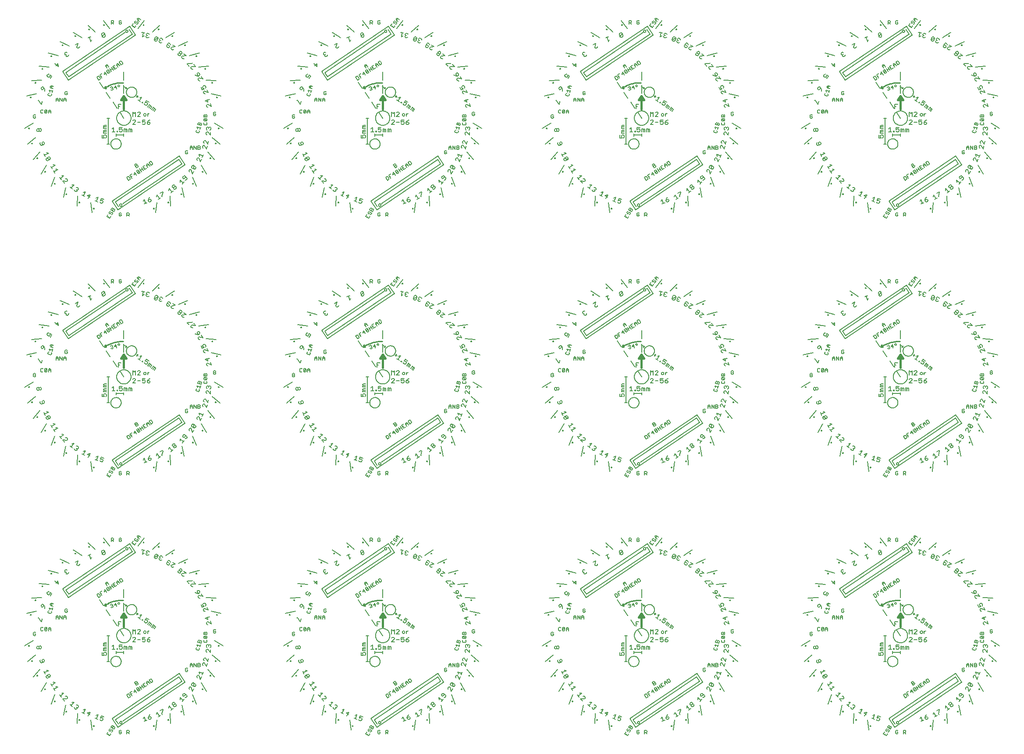
<source format=gto>
G75*
%MOIN*%
%OFA0B0*%
%FSLAX24Y24*%
%IPPOS*%
%LPD*%
%AMOC8*
5,1,8,0,0,1.08239X$1,22.5*
%
%ADD10C,0.0060*%
%ADD11C,0.0050*%
%ADD12C,0.0100*%
%ADD13C,0.0070*%
%ADD14C,0.0080*%
%ADD15C,0.0160*%
D10*
X012836Y006643D02*
X013059Y006510D01*
X013148Y006659D01*
X013173Y006785D02*
X013232Y006800D01*
X013277Y006875D01*
X013262Y006934D01*
X013224Y006957D01*
X013165Y006942D01*
X013120Y006867D01*
X013061Y006852D01*
X013024Y006874D01*
X013009Y006934D01*
X013053Y007008D01*
X013113Y007023D01*
X013137Y007150D02*
X013204Y007261D01*
X013263Y007276D01*
X013301Y007254D01*
X013316Y007195D01*
X013249Y007083D01*
X013361Y007016D02*
X013137Y007150D01*
X013316Y007195D02*
X013375Y007210D01*
X013412Y007187D01*
X013428Y007128D01*
X013361Y007016D01*
X013762Y006879D02*
X013762Y006706D01*
X013805Y006662D01*
X013892Y006662D01*
X013935Y006706D01*
X013935Y006792D01*
X013848Y006792D01*
X013762Y006879D02*
X013805Y006923D01*
X013892Y006923D01*
X013935Y006879D01*
X014352Y006923D02*
X014482Y006923D01*
X014526Y006879D01*
X014526Y006792D01*
X014482Y006749D01*
X014352Y006749D01*
X014352Y006662D02*
X014352Y006923D01*
X014439Y006749D02*
X014526Y006662D01*
X012992Y006651D02*
X012947Y006577D01*
X012836Y006643D02*
X012924Y006792D01*
X014487Y009388D02*
X014595Y009461D01*
X014607Y009521D01*
X014510Y009665D01*
X014450Y009676D01*
X014342Y009603D01*
X014487Y009388D01*
X014732Y009553D02*
X014586Y009768D01*
X014730Y009865D01*
X014731Y009709D02*
X014659Y009660D01*
X014903Y009825D02*
X015047Y009922D01*
X015084Y009790D02*
X014938Y010006D01*
X014903Y009825D01*
X015196Y009918D02*
X015099Y010062D01*
X015111Y010122D01*
X015183Y010171D01*
X015243Y010159D01*
X015196Y009918D01*
X015256Y009906D01*
X015328Y009955D01*
X015340Y010015D01*
X015243Y010159D01*
X015319Y010263D02*
X015464Y010047D01*
X015392Y010155D02*
X015536Y010252D01*
X015636Y010319D02*
X015708Y010368D01*
X015709Y010212D02*
X015853Y010309D01*
X015953Y010376D02*
X015856Y010520D01*
X015879Y010641D01*
X016000Y010617D01*
X016097Y010473D01*
X016197Y010541D02*
X016305Y010614D01*
X016317Y010674D01*
X016220Y010818D01*
X016160Y010830D01*
X016052Y010757D01*
X016197Y010541D01*
X016024Y010581D02*
X015880Y010484D01*
X015707Y010524D02*
X015563Y010427D01*
X015709Y010212D01*
X015608Y010144D02*
X015463Y010360D01*
X015193Y010419D02*
X015085Y010346D01*
X014940Y010562D01*
X015047Y010634D01*
X015108Y010623D01*
X015132Y010587D01*
X015120Y010526D01*
X015012Y010454D01*
X015120Y010526D02*
X015180Y010515D01*
X015205Y010479D01*
X015193Y010419D01*
X018808Y011438D02*
X018851Y011395D01*
X018938Y011395D01*
X018981Y011438D01*
X018981Y011525D01*
X018894Y011525D01*
X018808Y011612D02*
X018808Y011438D01*
X018808Y011612D02*
X018851Y011655D01*
X018938Y011655D01*
X018981Y011612D01*
X019163Y011745D02*
X019163Y011918D01*
X019250Y012005D01*
X019336Y011918D01*
X019336Y011745D01*
X019458Y011745D02*
X019458Y012005D01*
X019631Y011745D01*
X019631Y012005D01*
X019752Y012005D02*
X019882Y012005D01*
X019926Y011962D01*
X019926Y011918D01*
X019882Y011875D01*
X019752Y011875D01*
X019752Y011745D02*
X019882Y011745D01*
X019926Y011788D01*
X019926Y011832D01*
X019882Y011875D01*
X019752Y011745D02*
X019752Y012005D01*
X019336Y011875D02*
X019163Y011875D01*
X019635Y013049D02*
X019803Y013005D01*
X019856Y013035D01*
X019878Y013119D01*
X019847Y013172D01*
X019920Y013278D02*
X019965Y013446D01*
X019943Y013362D02*
X019691Y013429D01*
X019753Y013323D01*
X019680Y013217D02*
X019627Y013186D01*
X019604Y013102D01*
X019635Y013049D01*
X019745Y013630D02*
X019778Y013756D01*
X019831Y013786D01*
X019873Y013775D01*
X019904Y013722D01*
X019870Y013596D01*
X019745Y013630D02*
X019996Y013563D01*
X020030Y013689D01*
X019999Y013742D01*
X019957Y013753D01*
X019904Y013722D01*
X020195Y013743D02*
X020195Y013656D01*
X020238Y013613D01*
X020412Y013613D01*
X020455Y013656D01*
X020455Y013743D01*
X020412Y013786D01*
X020412Y013908D02*
X020238Y014081D01*
X020412Y014081D01*
X020455Y014038D01*
X020455Y013951D01*
X020412Y013908D01*
X020238Y013908D01*
X020195Y013951D01*
X020195Y014038D01*
X020238Y014081D01*
X020195Y014202D02*
X020195Y014332D01*
X020238Y014376D01*
X020282Y014376D01*
X020325Y014332D01*
X020325Y014202D01*
X020455Y014202D02*
X020455Y014332D01*
X020412Y014376D01*
X020368Y014376D01*
X020325Y014332D01*
X020455Y014202D02*
X020195Y014202D01*
X020238Y013786D02*
X020195Y013743D01*
X020938Y014369D02*
X020982Y014325D01*
X021068Y014325D01*
X021112Y014369D01*
X021112Y014455D01*
X021025Y014455D01*
X020938Y014369D02*
X020938Y014542D01*
X020982Y014585D01*
X021068Y014585D01*
X021112Y014542D01*
X016056Y014464D02*
X016013Y014464D01*
X015926Y014377D01*
X015926Y014290D02*
X015926Y014464D01*
X015805Y014420D02*
X015761Y014464D01*
X015675Y014464D01*
X015631Y014420D01*
X015631Y014334D01*
X015675Y014290D01*
X015761Y014290D01*
X015805Y014334D01*
X015805Y014420D01*
X013784Y016525D02*
X013742Y016515D01*
X013690Y016547D01*
X013680Y016590D01*
X013712Y016642D01*
X013754Y016652D01*
X013806Y016620D01*
X013816Y016578D01*
X013784Y016525D01*
X013582Y016477D02*
X013413Y016436D01*
X013509Y016593D01*
X013570Y016340D01*
X013316Y016324D02*
X013284Y016272D01*
X013199Y016251D01*
X013147Y016283D01*
X013211Y016388D02*
X013253Y016398D01*
X013306Y016366D01*
X013316Y016324D01*
X013253Y016398D02*
X013285Y016450D01*
X013275Y016493D01*
X013223Y016525D01*
X013139Y016504D01*
X013107Y016452D01*
X012455Y017184D02*
X012309Y017400D01*
X012453Y017497D01*
X012454Y017340D02*
X012382Y017292D01*
X012233Y017296D02*
X012173Y017308D01*
X012065Y017235D01*
X012211Y017019D01*
X012318Y017092D01*
X012330Y017152D01*
X012233Y017296D01*
X012626Y017457D02*
X012770Y017554D01*
X012662Y017637D02*
X012626Y017457D01*
X012662Y017637D02*
X012807Y017422D01*
X012919Y017550D02*
X012966Y017790D01*
X013063Y017647D01*
X013051Y017586D01*
X012979Y017538D01*
X012919Y017550D01*
X012822Y017693D01*
X012834Y017754D01*
X012906Y017802D01*
X012966Y017790D01*
X013042Y017894D02*
X013188Y017678D01*
X013115Y017786D02*
X013259Y017883D01*
X013359Y017951D02*
X013431Y017999D01*
X013432Y017843D02*
X013576Y017940D01*
X013676Y018008D02*
X013579Y018152D01*
X013603Y018272D01*
X013723Y018249D01*
X013820Y018105D01*
X013921Y018173D02*
X014028Y018245D01*
X014040Y018306D01*
X013943Y018449D01*
X013883Y018461D01*
X013775Y018388D01*
X013921Y018173D01*
X013747Y018213D02*
X013604Y018116D01*
X013430Y018156D02*
X013286Y018059D01*
X013432Y017843D01*
X013332Y017775D02*
X013186Y017991D01*
X012986Y018025D02*
X012889Y018168D01*
X012768Y018192D01*
X012745Y018071D01*
X012842Y017928D01*
X012769Y018035D02*
X012913Y018132D01*
X009831Y016112D02*
X009788Y016155D01*
X009701Y016155D01*
X009658Y016112D01*
X009658Y015938D01*
X009701Y015895D01*
X009788Y015895D01*
X009831Y015938D01*
X009831Y016025D01*
X009744Y016025D01*
X009639Y015655D02*
X009726Y015568D01*
X009726Y015395D01*
X009726Y015525D02*
X009552Y015525D01*
X009552Y015568D02*
X009639Y015655D01*
X009552Y015568D02*
X009552Y015395D01*
X009431Y015395D02*
X009431Y015655D01*
X009258Y015655D02*
X009431Y015395D01*
X009258Y015395D02*
X009258Y015655D01*
X009136Y015568D02*
X009136Y015395D01*
X009136Y015525D02*
X008963Y015525D01*
X008963Y015568D02*
X009050Y015655D01*
X009136Y015568D01*
X008963Y015568D02*
X008963Y015395D01*
X008606Y015835D02*
X008628Y015919D01*
X008597Y015972D01*
X008670Y016078D02*
X008715Y016246D01*
X008693Y016162D02*
X008441Y016229D01*
X008503Y016123D01*
X008430Y016017D02*
X008377Y015986D01*
X008354Y015902D01*
X008385Y015849D01*
X008553Y015805D01*
X008606Y015835D01*
X008746Y016363D02*
X008579Y016408D01*
X008517Y016514D01*
X008623Y016575D01*
X008791Y016531D01*
X008665Y016564D02*
X008620Y016396D01*
X008489Y014755D02*
X008576Y014668D01*
X008576Y014495D01*
X008576Y014625D02*
X008402Y014625D01*
X008402Y014668D02*
X008489Y014755D01*
X008402Y014668D02*
X008402Y014495D01*
X008281Y014538D02*
X008238Y014495D01*
X008151Y014495D01*
X008108Y014538D01*
X008281Y014712D01*
X008281Y014538D01*
X008108Y014538D02*
X008108Y014712D01*
X008151Y014755D01*
X008238Y014755D01*
X008281Y014712D01*
X007986Y014712D02*
X007943Y014755D01*
X007856Y014755D01*
X007813Y014712D01*
X007813Y014538D01*
X007856Y014495D01*
X007943Y014495D01*
X007986Y014538D01*
X007423Y014340D02*
X007380Y014383D01*
X007293Y014383D01*
X007250Y014340D01*
X007250Y014166D01*
X007293Y014123D01*
X007380Y014123D01*
X007423Y014166D01*
X007423Y014253D01*
X007337Y014253D01*
X013171Y021278D02*
X013171Y021539D01*
X013301Y021539D01*
X013345Y021495D01*
X013345Y021409D01*
X013301Y021365D01*
X013171Y021365D01*
X013258Y021365D02*
X013345Y021278D01*
X013762Y021322D02*
X013805Y021278D01*
X013892Y021278D01*
X013935Y021322D01*
X013935Y021409D01*
X013848Y021409D01*
X013762Y021495D02*
X013762Y021322D01*
X013762Y021495D02*
X013805Y021539D01*
X013892Y021539D01*
X013935Y021495D01*
X014739Y021169D02*
X014947Y021012D01*
X015051Y021151D01*
X015090Y021274D02*
X015151Y021282D01*
X015203Y021351D01*
X015195Y021412D01*
X015160Y021438D01*
X015099Y021430D01*
X015047Y021361D01*
X014986Y021352D01*
X014951Y021378D01*
X014943Y021439D01*
X014995Y021508D01*
X015056Y021517D01*
X015164Y021587D02*
X015147Y021709D01*
X015268Y021725D01*
X015407Y021621D01*
X015303Y021699D02*
X015198Y021561D01*
X015164Y021587D02*
X015302Y021482D01*
X014844Y021308D02*
X014739Y021169D01*
X014843Y021091D02*
X014895Y021160D01*
X014526Y026347D02*
X014439Y026434D01*
X014482Y026434D02*
X014352Y026434D01*
X014352Y026347D02*
X014352Y026608D01*
X014482Y026608D01*
X014526Y026564D01*
X014526Y026477D01*
X014482Y026434D01*
X013935Y026391D02*
X013935Y026477D01*
X013848Y026477D01*
X013762Y026391D02*
X013805Y026347D01*
X013892Y026347D01*
X013935Y026391D01*
X013935Y026564D02*
X013892Y026608D01*
X013805Y026608D01*
X013762Y026564D01*
X013762Y026391D01*
X013361Y026701D02*
X013428Y026813D01*
X013412Y026873D01*
X013375Y026895D01*
X013316Y026880D01*
X013249Y026768D01*
X013224Y026642D02*
X013262Y026619D01*
X013277Y026560D01*
X013232Y026485D01*
X013173Y026470D01*
X013120Y026552D02*
X013165Y026627D01*
X013224Y026642D01*
X013113Y026708D02*
X013053Y026693D01*
X013009Y026619D01*
X013024Y026559D01*
X013061Y026537D01*
X013120Y026552D01*
X012924Y026477D02*
X012836Y026328D01*
X013059Y026195D01*
X013148Y026344D01*
X012992Y026336D02*
X012947Y026262D01*
X013137Y026835D02*
X013204Y026946D01*
X013263Y026961D01*
X013301Y026939D01*
X013316Y026880D01*
X013361Y026701D02*
X013137Y026835D01*
X014487Y029073D02*
X014595Y029146D01*
X014607Y029206D01*
X014510Y029350D01*
X014450Y029361D01*
X014342Y029289D01*
X014487Y029073D01*
X014732Y029238D02*
X014586Y029453D01*
X014730Y029550D01*
X014731Y029394D02*
X014659Y029345D01*
X014903Y029510D02*
X015047Y029607D01*
X015084Y029475D02*
X014938Y029691D01*
X014903Y029510D01*
X015196Y029603D02*
X015099Y029747D01*
X015111Y029807D01*
X015183Y029856D01*
X015243Y029844D01*
X015196Y029603D01*
X015256Y029591D01*
X015328Y029640D01*
X015340Y029700D01*
X015243Y029844D01*
X015319Y029948D02*
X015464Y029732D01*
X015392Y029840D02*
X015536Y029937D01*
X015636Y030004D02*
X015708Y030053D01*
X015709Y029897D02*
X015853Y029994D01*
X015953Y030061D02*
X015856Y030205D01*
X015879Y030326D01*
X016000Y030302D01*
X016097Y030158D01*
X016197Y030226D02*
X016305Y030299D01*
X016317Y030359D01*
X016220Y030503D01*
X016160Y030515D01*
X016052Y030442D01*
X016197Y030226D01*
X016024Y030266D02*
X015880Y030169D01*
X015707Y030209D02*
X015563Y030112D01*
X015709Y029897D01*
X015608Y029829D02*
X015463Y030045D01*
X015193Y030104D02*
X015085Y030031D01*
X014940Y030247D01*
X015047Y030319D01*
X015108Y030308D01*
X015132Y030272D01*
X015120Y030211D01*
X015012Y030139D01*
X015120Y030211D02*
X015180Y030200D01*
X015205Y030164D01*
X015193Y030104D01*
X018808Y031123D02*
X018851Y031080D01*
X018938Y031080D01*
X018981Y031123D01*
X018981Y031210D01*
X018894Y031210D01*
X018808Y031297D02*
X018808Y031123D01*
X018808Y031297D02*
X018851Y031340D01*
X018938Y031340D01*
X018981Y031297D01*
X019163Y031430D02*
X019163Y031604D01*
X019250Y031690D01*
X019336Y031604D01*
X019336Y031430D01*
X019458Y031430D02*
X019458Y031690D01*
X019631Y031430D01*
X019631Y031690D01*
X019752Y031690D02*
X019882Y031690D01*
X019926Y031647D01*
X019926Y031604D01*
X019882Y031560D01*
X019752Y031560D01*
X019752Y031430D02*
X019882Y031430D01*
X019926Y031473D01*
X019926Y031517D01*
X019882Y031560D01*
X019752Y031430D02*
X019752Y031690D01*
X019336Y031560D02*
X019163Y031560D01*
X019635Y032734D02*
X019803Y032690D01*
X019856Y032720D01*
X019878Y032804D01*
X019847Y032857D01*
X019920Y032963D02*
X019965Y033131D01*
X019943Y033047D02*
X019691Y033114D01*
X019753Y033008D01*
X019680Y032902D02*
X019627Y032871D01*
X019604Y032787D01*
X019635Y032734D01*
X019745Y033315D02*
X019778Y033441D01*
X019831Y033471D01*
X019873Y033460D01*
X019904Y033407D01*
X019870Y033281D01*
X019745Y033315D02*
X019996Y033248D01*
X020030Y033374D01*
X019999Y033427D01*
X019957Y033438D01*
X019904Y033407D01*
X020195Y033428D02*
X020195Y033341D01*
X020238Y033298D01*
X020412Y033298D01*
X020455Y033341D01*
X020455Y033428D01*
X020412Y033472D01*
X020412Y033593D02*
X020238Y033766D01*
X020412Y033766D01*
X020455Y033723D01*
X020455Y033636D01*
X020412Y033593D01*
X020238Y033593D01*
X020195Y033636D01*
X020195Y033723D01*
X020238Y033766D01*
X020195Y033887D02*
X020195Y034017D01*
X020238Y034061D01*
X020282Y034061D01*
X020325Y034017D01*
X020325Y033887D01*
X020455Y033887D02*
X020455Y034017D01*
X020412Y034061D01*
X020368Y034061D01*
X020325Y034017D01*
X020455Y033887D02*
X020195Y033887D01*
X020238Y033472D02*
X020195Y033428D01*
X020938Y034054D02*
X020982Y034010D01*
X021068Y034010D01*
X021112Y034054D01*
X021112Y034140D01*
X021025Y034140D01*
X020938Y034054D02*
X020938Y034227D01*
X020982Y034270D01*
X021068Y034270D01*
X021112Y034227D01*
X016056Y034149D02*
X016013Y034149D01*
X015926Y034062D01*
X015926Y033975D02*
X015926Y034149D01*
X015805Y034105D02*
X015761Y034149D01*
X015675Y034149D01*
X015631Y034105D01*
X015631Y034019D01*
X015675Y033975D01*
X015761Y033975D01*
X015805Y034019D01*
X015805Y034105D01*
X013784Y036211D02*
X013742Y036200D01*
X013690Y036232D01*
X013680Y036275D01*
X013712Y036327D01*
X013754Y036337D01*
X013806Y036305D01*
X013816Y036263D01*
X013784Y036211D01*
X013582Y036162D02*
X013413Y036121D01*
X013509Y036278D01*
X013570Y036025D01*
X013316Y036009D02*
X013284Y035957D01*
X013199Y035936D01*
X013147Y035968D01*
X013211Y036073D02*
X013253Y036083D01*
X013306Y036051D01*
X013316Y036009D01*
X013253Y036083D02*
X013285Y036135D01*
X013275Y036178D01*
X013223Y036210D01*
X013139Y036189D01*
X013107Y036137D01*
X012455Y036869D02*
X012309Y037085D01*
X012453Y037182D01*
X012454Y037025D02*
X012382Y036977D01*
X012233Y036981D02*
X012173Y036993D01*
X012065Y036920D01*
X012211Y036704D01*
X012318Y036777D01*
X012330Y036837D01*
X012233Y036981D01*
X012626Y037142D02*
X012770Y037239D01*
X012662Y037322D02*
X012626Y037142D01*
X012662Y037322D02*
X012807Y037107D01*
X012919Y037235D02*
X012966Y037475D01*
X013063Y037332D01*
X013051Y037271D01*
X012979Y037223D01*
X012919Y037235D01*
X012822Y037378D01*
X012834Y037439D01*
X012906Y037487D01*
X012966Y037475D01*
X013042Y037579D02*
X013188Y037363D01*
X013115Y037471D02*
X013259Y037568D01*
X013359Y037636D02*
X013431Y037685D01*
X013430Y037841D02*
X013286Y037744D01*
X013432Y037528D01*
X013576Y037625D01*
X013676Y037693D02*
X013579Y037837D01*
X013603Y037957D01*
X013723Y037934D01*
X013820Y037790D01*
X013921Y037858D02*
X014028Y037930D01*
X014040Y037991D01*
X013943Y038134D01*
X013883Y038146D01*
X013775Y038073D01*
X013921Y037858D01*
X013747Y037898D02*
X013604Y037801D01*
X013186Y037676D02*
X013332Y037460D01*
X012986Y037710D02*
X012889Y037853D01*
X012768Y037877D01*
X012745Y037756D01*
X012842Y037613D01*
X012769Y037720D02*
X012913Y037818D01*
X009831Y035797D02*
X009788Y035840D01*
X009701Y035840D01*
X009658Y035797D01*
X009658Y035623D01*
X009701Y035580D01*
X009788Y035580D01*
X009831Y035623D01*
X009831Y035710D01*
X009744Y035710D01*
X009639Y035340D02*
X009726Y035254D01*
X009726Y035080D01*
X009726Y035210D02*
X009552Y035210D01*
X009552Y035254D02*
X009639Y035340D01*
X009552Y035254D02*
X009552Y035080D01*
X009431Y035080D02*
X009431Y035340D01*
X009258Y035340D02*
X009431Y035080D01*
X009258Y035080D02*
X009258Y035340D01*
X009136Y035254D02*
X009136Y035080D01*
X009136Y035210D02*
X008963Y035210D01*
X008963Y035254D02*
X009050Y035340D01*
X009136Y035254D01*
X008963Y035254D02*
X008963Y035080D01*
X008606Y035520D02*
X008628Y035604D01*
X008597Y035657D01*
X008670Y035763D02*
X008715Y035931D01*
X008693Y035847D02*
X008441Y035914D01*
X008503Y035808D01*
X008430Y035702D02*
X008377Y035671D01*
X008354Y035587D01*
X008385Y035534D01*
X008553Y035490D01*
X008606Y035520D01*
X008746Y036048D02*
X008579Y036093D01*
X008517Y036199D01*
X008623Y036260D01*
X008791Y036216D01*
X008665Y036249D02*
X008620Y036081D01*
X008489Y034440D02*
X008576Y034354D01*
X008576Y034180D01*
X008576Y034310D02*
X008402Y034310D01*
X008402Y034354D02*
X008489Y034440D01*
X008402Y034354D02*
X008402Y034180D01*
X008281Y034223D02*
X008238Y034180D01*
X008151Y034180D01*
X008108Y034223D01*
X008281Y034397D01*
X008281Y034223D01*
X008108Y034223D02*
X008108Y034397D01*
X008151Y034440D01*
X008238Y034440D01*
X008281Y034397D01*
X007986Y034397D02*
X007943Y034440D01*
X007856Y034440D01*
X007813Y034397D01*
X007813Y034223D01*
X007856Y034180D01*
X007943Y034180D01*
X007986Y034223D01*
X007423Y034025D02*
X007380Y034068D01*
X007293Y034068D01*
X007250Y034025D01*
X007250Y033851D01*
X007293Y033808D01*
X007380Y033808D01*
X007423Y033851D01*
X007423Y033938D01*
X007337Y033938D01*
X013171Y040963D02*
X013171Y041224D01*
X013301Y041224D01*
X013345Y041180D01*
X013345Y041094D01*
X013301Y041050D01*
X013171Y041050D01*
X013258Y041050D02*
X013345Y040963D01*
X013762Y041007D02*
X013805Y040963D01*
X013892Y040963D01*
X013935Y041007D01*
X013935Y041094D01*
X013848Y041094D01*
X013762Y041180D02*
X013762Y041007D01*
X013762Y041180D02*
X013805Y041224D01*
X013892Y041224D01*
X013935Y041180D01*
X014739Y040854D02*
X014947Y040698D01*
X015051Y040836D01*
X015090Y040959D02*
X015151Y040967D01*
X015203Y041036D01*
X015195Y041097D01*
X015160Y041123D01*
X015099Y041115D01*
X015047Y041046D01*
X014986Y041037D01*
X014951Y041063D01*
X014943Y041124D01*
X014995Y041193D01*
X015056Y041202D01*
X015164Y041272D02*
X015147Y041394D01*
X015268Y041411D01*
X015407Y041306D01*
X015303Y041384D02*
X015198Y041246D01*
X015164Y041272D02*
X015302Y041168D01*
X014844Y040993D02*
X014739Y040854D01*
X014843Y040776D02*
X014895Y040845D01*
X014526Y046032D02*
X014439Y046119D01*
X014482Y046119D02*
X014352Y046119D01*
X014352Y046032D02*
X014352Y046293D01*
X014482Y046293D01*
X014526Y046249D01*
X014526Y046163D01*
X014482Y046119D01*
X013935Y046076D02*
X013935Y046163D01*
X013848Y046163D01*
X013762Y046249D02*
X013762Y046076D01*
X013805Y046032D01*
X013892Y046032D01*
X013935Y046076D01*
X013935Y046249D02*
X013892Y046293D01*
X013805Y046293D01*
X013762Y046249D01*
X013428Y046498D02*
X013361Y046386D01*
X013137Y046520D01*
X013204Y046631D01*
X013263Y046646D01*
X013301Y046624D01*
X013316Y046565D01*
X013249Y046453D01*
X013224Y046327D02*
X013262Y046304D01*
X013277Y046245D01*
X013232Y046170D01*
X013173Y046155D01*
X013120Y046237D02*
X013165Y046312D01*
X013224Y046327D01*
X013113Y046393D02*
X013053Y046378D01*
X013009Y046304D01*
X013024Y046244D01*
X013061Y046222D01*
X013120Y046237D01*
X012924Y046162D02*
X012836Y046013D01*
X013059Y045880D01*
X013148Y046029D01*
X012992Y046021D02*
X012947Y045947D01*
X013316Y046565D02*
X013375Y046580D01*
X013412Y046558D01*
X013428Y046498D01*
X014487Y048758D02*
X014595Y048831D01*
X014607Y048891D01*
X014510Y049035D01*
X014450Y049046D01*
X014342Y048974D01*
X014487Y048758D01*
X014732Y048923D02*
X014586Y049138D01*
X014730Y049235D01*
X014731Y049079D02*
X014659Y049030D01*
X014903Y049195D02*
X015047Y049292D01*
X015084Y049160D02*
X014938Y049376D01*
X014903Y049195D01*
X015196Y049288D02*
X015099Y049432D01*
X015111Y049492D01*
X015183Y049541D01*
X015243Y049529D01*
X015196Y049288D01*
X015256Y049276D01*
X015328Y049325D01*
X015340Y049385D01*
X015243Y049529D01*
X015319Y049633D02*
X015464Y049417D01*
X015392Y049525D02*
X015536Y049622D01*
X015636Y049690D02*
X015708Y049738D01*
X015709Y049582D02*
X015853Y049679D01*
X015953Y049746D02*
X015856Y049890D01*
X015879Y050011D01*
X016000Y049987D01*
X016097Y049843D01*
X016197Y049911D02*
X016305Y049984D01*
X016317Y050044D01*
X016220Y050188D01*
X016160Y050200D01*
X016052Y050127D01*
X016197Y049911D01*
X016024Y049951D02*
X015880Y049854D01*
X015707Y049894D02*
X015563Y049797D01*
X015709Y049582D01*
X015608Y049514D02*
X015463Y049730D01*
X015193Y049789D02*
X015085Y049716D01*
X014940Y049932D01*
X015047Y050004D01*
X015108Y049993D01*
X015132Y049957D01*
X015120Y049897D01*
X015012Y049824D01*
X015120Y049897D02*
X015180Y049885D01*
X015205Y049849D01*
X015193Y049789D01*
X018808Y050808D02*
X018851Y050765D01*
X018938Y050765D01*
X018981Y050808D01*
X018981Y050895D01*
X018894Y050895D01*
X018808Y050982D02*
X018808Y050808D01*
X018808Y050982D02*
X018851Y051025D01*
X018938Y051025D01*
X018981Y050982D01*
X019163Y051115D02*
X019163Y051289D01*
X019250Y051375D01*
X019336Y051289D01*
X019336Y051115D01*
X019458Y051115D02*
X019458Y051375D01*
X019631Y051115D01*
X019631Y051375D01*
X019752Y051375D02*
X019882Y051375D01*
X019926Y051332D01*
X019926Y051289D01*
X019882Y051245D01*
X019752Y051245D01*
X019752Y051115D02*
X019882Y051115D01*
X019926Y051158D01*
X019926Y051202D01*
X019882Y051245D01*
X019752Y051115D02*
X019752Y051375D01*
X019336Y051245D02*
X019163Y051245D01*
X019635Y052419D02*
X019803Y052375D01*
X019856Y052405D01*
X019878Y052489D01*
X019847Y052542D01*
X019920Y052648D02*
X019965Y052816D01*
X019943Y052732D02*
X019691Y052799D01*
X019753Y052693D01*
X019680Y052587D02*
X019627Y052556D01*
X019604Y052472D01*
X019635Y052419D01*
X019745Y053000D02*
X019778Y053126D01*
X019831Y053156D01*
X019873Y053145D01*
X019904Y053092D01*
X019870Y052966D01*
X019745Y053000D02*
X019996Y052933D01*
X020030Y053059D01*
X019999Y053112D01*
X019957Y053123D01*
X019904Y053092D01*
X020195Y053113D02*
X020195Y053026D01*
X020238Y052983D01*
X020412Y052983D01*
X020455Y053026D01*
X020455Y053113D01*
X020412Y053157D01*
X020412Y053278D02*
X020238Y053451D01*
X020412Y053451D01*
X020455Y053408D01*
X020455Y053321D01*
X020412Y053278D01*
X020238Y053278D01*
X020195Y053321D01*
X020195Y053408D01*
X020238Y053451D01*
X020195Y053572D02*
X020195Y053703D01*
X020238Y053746D01*
X020282Y053746D01*
X020325Y053703D01*
X020325Y053572D01*
X020455Y053572D02*
X020455Y053703D01*
X020412Y053746D01*
X020368Y053746D01*
X020325Y053703D01*
X020455Y053572D02*
X020195Y053572D01*
X020238Y053157D02*
X020195Y053113D01*
X020938Y053739D02*
X020982Y053695D01*
X021068Y053695D01*
X021112Y053739D01*
X021112Y053825D01*
X021025Y053825D01*
X020938Y053739D02*
X020938Y053912D01*
X020982Y053956D01*
X021068Y053956D01*
X021112Y053912D01*
X016056Y053834D02*
X016013Y053834D01*
X015926Y053747D01*
X015926Y053660D02*
X015926Y053834D01*
X015805Y053790D02*
X015761Y053834D01*
X015675Y053834D01*
X015631Y053790D01*
X015631Y053704D01*
X015675Y053660D01*
X015761Y053660D01*
X015805Y053704D01*
X015805Y053790D01*
X013570Y055710D02*
X013509Y055963D01*
X013413Y055807D01*
X013582Y055847D01*
X013690Y055917D02*
X013680Y055960D01*
X013712Y056012D01*
X013754Y056022D01*
X013806Y055990D01*
X013816Y055948D01*
X013784Y055896D01*
X013742Y055885D01*
X013690Y055917D01*
X013285Y055820D02*
X013253Y055768D01*
X013306Y055736D01*
X013316Y055694D01*
X013284Y055642D01*
X013199Y055621D01*
X013147Y055653D01*
X013211Y055758D02*
X013253Y055768D01*
X013285Y055820D02*
X013275Y055863D01*
X013223Y055895D01*
X013139Y055874D01*
X013107Y055822D01*
X012455Y056554D02*
X012309Y056770D01*
X012453Y056867D01*
X012454Y056711D02*
X012382Y056662D01*
X012233Y056666D02*
X012173Y056678D01*
X012065Y056605D01*
X012211Y056389D01*
X012318Y056462D01*
X012330Y056522D01*
X012233Y056666D01*
X012626Y056827D02*
X012770Y056924D01*
X012662Y057007D02*
X012626Y056827D01*
X012662Y057007D02*
X012807Y056792D01*
X012919Y056920D02*
X012966Y057160D01*
X013063Y057017D01*
X013051Y056956D01*
X012979Y056908D01*
X012919Y056920D01*
X012822Y057063D01*
X012834Y057124D01*
X012906Y057172D01*
X012966Y057160D01*
X013042Y057264D02*
X013188Y057048D01*
X013115Y057156D02*
X013259Y057253D01*
X013359Y057321D02*
X013431Y057370D01*
X013430Y057526D02*
X013286Y057429D01*
X013432Y057213D01*
X013576Y057310D01*
X013676Y057378D02*
X013579Y057522D01*
X013603Y057642D01*
X013723Y057619D01*
X013820Y057475D01*
X013921Y057543D02*
X014028Y057615D01*
X014040Y057676D01*
X013943Y057820D01*
X013883Y057831D01*
X013775Y057758D01*
X013921Y057543D01*
X013747Y057583D02*
X013604Y057486D01*
X013186Y057361D02*
X013332Y057145D01*
X012986Y057395D02*
X012889Y057538D01*
X012768Y057562D01*
X012745Y057441D01*
X012842Y057298D01*
X012769Y057406D02*
X012913Y057503D01*
X009831Y055482D02*
X009788Y055525D01*
X009701Y055525D01*
X009658Y055482D01*
X009658Y055308D01*
X009701Y055265D01*
X009788Y055265D01*
X009831Y055308D01*
X009831Y055395D01*
X009744Y055395D01*
X009639Y055025D02*
X009552Y054939D01*
X009552Y054765D01*
X009431Y054765D02*
X009431Y055025D01*
X009258Y055025D02*
X009431Y054765D01*
X009258Y054765D02*
X009258Y055025D01*
X009136Y054939D02*
X009050Y055025D01*
X008963Y054939D01*
X008963Y054765D01*
X008963Y054895D02*
X009136Y054895D01*
X009136Y054939D02*
X009136Y054765D01*
X009552Y054895D02*
X009726Y054895D01*
X009726Y054939D02*
X009726Y054765D01*
X009726Y054939D02*
X009639Y055025D01*
X008628Y055289D02*
X008597Y055342D01*
X008628Y055289D02*
X008606Y055205D01*
X008553Y055175D01*
X008385Y055219D01*
X008354Y055272D01*
X008377Y055356D01*
X008430Y055387D01*
X008503Y055493D02*
X008441Y055599D01*
X008693Y055532D01*
X008715Y055616D02*
X008670Y055448D01*
X008746Y055733D02*
X008579Y055778D01*
X008517Y055884D01*
X008623Y055945D01*
X008791Y055901D01*
X008665Y055934D02*
X008620Y055766D01*
X008489Y054125D02*
X008576Y054039D01*
X008576Y053865D01*
X008576Y053995D02*
X008402Y053995D01*
X008402Y054039D02*
X008489Y054125D01*
X008402Y054039D02*
X008402Y053865D01*
X008281Y053908D02*
X008238Y053865D01*
X008151Y053865D01*
X008108Y053908D01*
X008281Y054082D01*
X008281Y053908D01*
X008108Y053908D02*
X008108Y054082D01*
X008151Y054125D01*
X008238Y054125D01*
X008281Y054082D01*
X007986Y054082D02*
X007943Y054125D01*
X007856Y054125D01*
X007813Y054082D01*
X007813Y053908D01*
X007856Y053865D01*
X007943Y053865D01*
X007986Y053908D01*
X007423Y053710D02*
X007380Y053753D01*
X007293Y053753D01*
X007250Y053710D01*
X007250Y053536D01*
X007293Y053493D01*
X007380Y053493D01*
X007423Y053536D01*
X007423Y053623D01*
X007337Y053623D01*
X013171Y060649D02*
X013171Y060909D01*
X013301Y060909D01*
X013345Y060865D01*
X013345Y060779D01*
X013301Y060735D01*
X013171Y060735D01*
X013258Y060735D02*
X013345Y060649D01*
X013762Y060692D02*
X013805Y060649D01*
X013892Y060649D01*
X013935Y060692D01*
X013935Y060779D01*
X013848Y060779D01*
X013762Y060865D02*
X013762Y060692D01*
X013762Y060865D02*
X013805Y060909D01*
X013892Y060909D01*
X013935Y060865D01*
X014739Y060540D02*
X014947Y060383D01*
X015051Y060521D01*
X015090Y060644D02*
X015151Y060652D01*
X015203Y060721D01*
X015195Y060782D01*
X015160Y060808D01*
X015099Y060800D01*
X015047Y060731D01*
X014986Y060722D01*
X014951Y060748D01*
X014943Y060809D01*
X014995Y060878D01*
X015056Y060887D01*
X015164Y060957D02*
X015147Y061079D01*
X015268Y061096D01*
X015407Y060991D01*
X015303Y061069D02*
X015198Y060931D01*
X015164Y060957D02*
X015302Y060853D01*
X014844Y060678D02*
X014739Y060540D01*
X014843Y060461D02*
X014895Y060530D01*
X026935Y053710D02*
X026935Y053536D01*
X026978Y053493D01*
X027065Y053493D01*
X027108Y053536D01*
X027108Y053623D01*
X027022Y053623D01*
X027108Y053710D02*
X027065Y053753D01*
X026978Y053753D01*
X026935Y053710D01*
X027498Y053908D02*
X027541Y053865D01*
X027628Y053865D01*
X027672Y053908D01*
X027793Y053908D02*
X027966Y054082D01*
X027966Y053908D01*
X027923Y053865D01*
X027836Y053865D01*
X027793Y053908D01*
X027793Y054082D01*
X027836Y054125D01*
X027923Y054125D01*
X027966Y054082D01*
X028087Y054039D02*
X028174Y054125D01*
X028261Y054039D01*
X028261Y053865D01*
X028261Y053995D02*
X028087Y053995D01*
X028087Y054039D02*
X028087Y053865D01*
X027672Y054082D02*
X027628Y054125D01*
X027541Y054125D01*
X027498Y054082D01*
X027498Y053908D01*
X028648Y054765D02*
X028648Y054939D01*
X028735Y055025D01*
X028822Y054939D01*
X028822Y054765D01*
X028943Y054765D02*
X028943Y055025D01*
X029116Y054765D01*
X029116Y055025D01*
X029237Y054939D02*
X029324Y055025D01*
X029411Y054939D01*
X029411Y054765D01*
X029411Y054895D02*
X029237Y054895D01*
X029237Y054939D02*
X029237Y054765D01*
X028822Y054895D02*
X028648Y054895D01*
X028291Y055205D02*
X028313Y055289D01*
X028282Y055342D01*
X028355Y055448D02*
X028400Y055616D01*
X028378Y055532D02*
X028126Y055599D01*
X028188Y055493D01*
X028115Y055387D02*
X028062Y055356D01*
X028039Y055272D01*
X028070Y055219D01*
X028238Y055175D01*
X028291Y055205D01*
X028431Y055733D02*
X028264Y055778D01*
X028202Y055884D01*
X028308Y055945D01*
X028476Y055901D01*
X028350Y055934D02*
X028306Y055766D01*
X029343Y055482D02*
X029343Y055308D01*
X029386Y055265D01*
X029473Y055265D01*
X029516Y055308D01*
X029516Y055395D01*
X029429Y055395D01*
X029343Y055482D02*
X029386Y055525D01*
X029473Y055525D01*
X029516Y055482D01*
X031750Y056605D02*
X031858Y056678D01*
X031918Y056666D01*
X032015Y056522D01*
X032004Y056462D01*
X031896Y056389D01*
X031750Y056605D01*
X031994Y056770D02*
X032140Y056554D01*
X032067Y056662D02*
X032139Y056711D01*
X031994Y056770D02*
X032138Y056867D01*
X032311Y056827D02*
X032455Y056924D01*
X032347Y057007D02*
X032492Y056792D01*
X032604Y056920D02*
X032651Y057160D01*
X032748Y057017D01*
X032736Y056956D01*
X032664Y056908D01*
X032604Y056920D01*
X032507Y057063D01*
X032519Y057124D01*
X032591Y057172D01*
X032651Y057160D01*
X032727Y057264D02*
X032873Y057048D01*
X032800Y057156D02*
X032944Y057253D01*
X033044Y057321D02*
X033116Y057370D01*
X032972Y057429D02*
X033115Y057526D01*
X033264Y057522D02*
X033288Y057642D01*
X033408Y057619D01*
X033505Y057475D01*
X033606Y057543D02*
X033713Y057615D01*
X033725Y057676D01*
X033628Y057820D01*
X033568Y057831D01*
X033460Y057758D01*
X033606Y057543D01*
X033432Y057583D02*
X033289Y057486D01*
X033264Y057522D02*
X033361Y057378D01*
X033261Y057310D02*
X033117Y057213D01*
X032972Y057429D01*
X032871Y057361D02*
X033017Y057145D01*
X032671Y057395D02*
X032574Y057538D01*
X032453Y057562D01*
X032430Y057441D01*
X032527Y057298D01*
X032454Y057406D02*
X032598Y057503D01*
X032347Y057007D02*
X032311Y056827D01*
X032824Y055874D02*
X032908Y055895D01*
X032960Y055863D01*
X032970Y055820D01*
X032938Y055768D01*
X032991Y055736D01*
X033001Y055694D01*
X032969Y055642D01*
X032884Y055621D01*
X032832Y055653D01*
X032896Y055758D02*
X032938Y055768D01*
X032792Y055822D02*
X032824Y055874D01*
X033098Y055807D02*
X033267Y055847D01*
X033375Y055917D02*
X033365Y055960D01*
X033397Y056012D01*
X033439Y056022D01*
X033491Y055990D01*
X033501Y055948D01*
X033469Y055896D01*
X033427Y055885D01*
X033375Y055917D01*
X033194Y055963D02*
X033098Y055807D01*
X033194Y055963D02*
X033255Y055710D01*
X035316Y053790D02*
X035316Y053704D01*
X035360Y053660D01*
X035447Y053660D01*
X035490Y053704D01*
X035490Y053790D01*
X035447Y053834D01*
X035360Y053834D01*
X035316Y053790D01*
X035611Y053747D02*
X035698Y053834D01*
X035741Y053834D01*
X035611Y053834D02*
X035611Y053660D01*
X038493Y050982D02*
X038493Y050808D01*
X038536Y050765D01*
X038623Y050765D01*
X038666Y050808D01*
X038666Y050895D01*
X038579Y050895D01*
X038493Y050982D02*
X038536Y051025D01*
X038623Y051025D01*
X038666Y050982D01*
X038848Y051115D02*
X038848Y051289D01*
X038935Y051375D01*
X039022Y051289D01*
X039022Y051115D01*
X039143Y051115D02*
X039143Y051375D01*
X039316Y051115D01*
X039316Y051375D01*
X039437Y051375D02*
X039567Y051375D01*
X039611Y051332D01*
X039611Y051289D01*
X039567Y051245D01*
X039437Y051245D01*
X039437Y051115D02*
X039567Y051115D01*
X039611Y051158D01*
X039611Y051202D01*
X039567Y051245D01*
X039437Y051115D02*
X039437Y051375D01*
X039022Y051245D02*
X038848Y051245D01*
X039320Y052419D02*
X039488Y052375D01*
X039541Y052405D01*
X039563Y052489D01*
X039532Y052542D01*
X039605Y052648D02*
X039650Y052816D01*
X039628Y052732D02*
X039376Y052799D01*
X039438Y052693D01*
X039365Y052587D02*
X039312Y052556D01*
X039289Y052472D01*
X039320Y052419D01*
X039430Y053000D02*
X039463Y053126D01*
X039516Y053156D01*
X039558Y053145D01*
X039589Y053092D01*
X039556Y052966D01*
X039681Y052933D02*
X039715Y053059D01*
X039684Y053112D01*
X039642Y053123D01*
X039589Y053092D01*
X039681Y052933D02*
X039430Y053000D01*
X039880Y053026D02*
X039923Y052983D01*
X040097Y052983D01*
X040140Y053026D01*
X040140Y053113D01*
X040097Y053157D01*
X040097Y053278D02*
X039923Y053451D01*
X040097Y053451D01*
X040140Y053408D01*
X040140Y053321D01*
X040097Y053278D01*
X039923Y053278D01*
X039880Y053321D01*
X039880Y053408D01*
X039923Y053451D01*
X039880Y053572D02*
X039880Y053703D01*
X039923Y053746D01*
X039967Y053746D01*
X040010Y053703D01*
X040010Y053572D01*
X040140Y053572D02*
X040140Y053703D01*
X040097Y053746D01*
X040053Y053746D01*
X040010Y053703D01*
X040140Y053572D02*
X039880Y053572D01*
X039923Y053157D02*
X039880Y053113D01*
X039880Y053026D01*
X040623Y053739D02*
X040667Y053695D01*
X040754Y053695D01*
X040797Y053739D01*
X040797Y053825D01*
X040710Y053825D01*
X040623Y053739D02*
X040623Y053912D01*
X040667Y053956D01*
X040754Y053956D01*
X040797Y053912D01*
X035905Y050188D02*
X035845Y050200D01*
X035737Y050127D01*
X035882Y049911D01*
X035990Y049984D01*
X036002Y050044D01*
X035905Y050188D01*
X035685Y049987D02*
X035782Y049843D01*
X035709Y049951D02*
X035565Y049854D01*
X035541Y049890D02*
X035564Y050011D01*
X035685Y049987D01*
X035541Y049890D02*
X035638Y049746D01*
X035538Y049679D02*
X035394Y049582D01*
X035248Y049797D01*
X035392Y049894D01*
X035393Y049738D02*
X035321Y049690D01*
X035221Y049622D02*
X035077Y049525D01*
X035150Y049417D02*
X035004Y049633D01*
X034928Y049529D02*
X034881Y049288D01*
X034941Y049276D01*
X035013Y049325D01*
X035025Y049385D01*
X034928Y049529D01*
X034868Y049541D01*
X034796Y049492D01*
X034784Y049432D01*
X034881Y049288D01*
X034732Y049292D02*
X034588Y049195D01*
X034623Y049376D01*
X034769Y049160D01*
X034415Y049235D02*
X034271Y049138D01*
X034417Y048923D01*
X034292Y048891D02*
X034195Y049035D01*
X034135Y049046D01*
X034027Y048974D01*
X034172Y048758D01*
X034280Y048831D01*
X034292Y048891D01*
X034344Y049030D02*
X034416Y049079D01*
X034770Y049716D02*
X034878Y049789D01*
X034890Y049849D01*
X034865Y049885D01*
X034805Y049897D01*
X034697Y049824D01*
X034625Y049932D02*
X034733Y050004D01*
X034793Y049993D01*
X034817Y049957D01*
X034805Y049897D01*
X034625Y049932D02*
X034770Y049716D01*
X035148Y049730D02*
X035293Y049514D01*
X034167Y046293D02*
X034211Y046249D01*
X034211Y046163D01*
X034167Y046119D01*
X034037Y046119D01*
X034037Y046032D02*
X034037Y046293D01*
X034167Y046293D01*
X034124Y046119D02*
X034211Y046032D01*
X033620Y046076D02*
X033620Y046163D01*
X033533Y046163D01*
X033447Y046249D02*
X033490Y046293D01*
X033577Y046293D01*
X033620Y046249D01*
X033620Y046076D02*
X033577Y046032D01*
X033490Y046032D01*
X033447Y046076D01*
X033447Y046249D01*
X033113Y046498D02*
X033046Y046386D01*
X032822Y046520D01*
X032889Y046631D01*
X032949Y046646D01*
X032986Y046624D01*
X033001Y046565D01*
X032934Y046453D01*
X032909Y046327D02*
X032947Y046304D01*
X032962Y046245D01*
X032917Y046170D01*
X032858Y046155D01*
X032806Y046237D02*
X032850Y046312D01*
X032909Y046327D01*
X032798Y046393D02*
X032738Y046378D01*
X032694Y046304D01*
X032709Y046244D01*
X032746Y046222D01*
X032806Y046237D01*
X032833Y046029D02*
X032744Y045880D01*
X032521Y046013D01*
X032610Y046162D01*
X032677Y046021D02*
X032632Y045947D01*
X033001Y046565D02*
X033060Y046580D01*
X033098Y046558D01*
X033113Y046498D01*
X032986Y041224D02*
X033030Y041180D01*
X033030Y041094D01*
X032986Y041050D01*
X032856Y041050D01*
X032856Y040963D02*
X032856Y041224D01*
X032986Y041224D01*
X032943Y041050D02*
X033030Y040963D01*
X033447Y041007D02*
X033490Y040963D01*
X033577Y040963D01*
X033620Y041007D01*
X033620Y041094D01*
X033533Y041094D01*
X033447Y041180D02*
X033490Y041224D01*
X033577Y041224D01*
X033620Y041180D01*
X033447Y041180D02*
X033447Y041007D01*
X034424Y040854D02*
X034632Y040698D01*
X034736Y040836D01*
X034775Y040959D02*
X034836Y040967D01*
X034888Y041036D01*
X034880Y041097D01*
X034845Y041123D01*
X034784Y041115D01*
X034732Y041046D01*
X034671Y041037D01*
X034637Y041063D01*
X034628Y041124D01*
X034680Y041193D01*
X034741Y041202D01*
X034849Y041272D02*
X034832Y041394D01*
X034954Y041411D01*
X035092Y041306D01*
X034988Y041384D02*
X034883Y041246D01*
X034849Y041272D02*
X034987Y041168D01*
X034529Y040993D02*
X034424Y040854D01*
X034528Y040776D02*
X034580Y040845D01*
X033628Y038134D02*
X033568Y038146D01*
X033460Y038073D01*
X033606Y037858D01*
X033713Y037930D01*
X033725Y037991D01*
X033628Y038134D01*
X033408Y037934D02*
X033505Y037790D01*
X033432Y037898D02*
X033289Y037801D01*
X033264Y037837D02*
X033288Y037957D01*
X033408Y037934D01*
X033264Y037837D02*
X033361Y037693D01*
X033261Y037625D02*
X033117Y037528D01*
X032972Y037744D01*
X033115Y037841D01*
X033116Y037685D02*
X033044Y037636D01*
X032944Y037568D02*
X032800Y037471D01*
X032873Y037363D02*
X032727Y037579D01*
X032651Y037475D02*
X032604Y037235D01*
X032664Y037223D01*
X032736Y037271D01*
X032748Y037332D01*
X032651Y037475D01*
X032591Y037487D01*
X032519Y037439D01*
X032507Y037378D01*
X032604Y037235D01*
X032455Y037239D02*
X032311Y037142D01*
X032347Y037322D01*
X032492Y037107D01*
X032138Y037182D02*
X031994Y037085D01*
X032140Y036869D01*
X032015Y036837D02*
X031918Y036981D01*
X031858Y036993D01*
X031750Y036920D01*
X031896Y036704D01*
X032004Y036777D01*
X032015Y036837D01*
X032067Y036977D02*
X032139Y037025D01*
X032527Y037613D02*
X032430Y037756D01*
X032453Y037877D01*
X032574Y037853D01*
X032671Y037710D01*
X032598Y037818D02*
X032454Y037720D01*
X032871Y037676D02*
X033017Y037460D01*
X033194Y036278D02*
X033098Y036121D01*
X033267Y036162D01*
X033375Y036232D02*
X033365Y036275D01*
X033397Y036327D01*
X033439Y036337D01*
X033491Y036305D01*
X033501Y036263D01*
X033469Y036211D01*
X033427Y036200D01*
X033375Y036232D01*
X033194Y036278D02*
X033255Y036025D01*
X033001Y036009D02*
X032969Y035957D01*
X032884Y035936D01*
X032832Y035968D01*
X032896Y036073D02*
X032938Y036083D01*
X032991Y036051D01*
X033001Y036009D01*
X032938Y036083D02*
X032970Y036135D01*
X032960Y036178D01*
X032908Y036210D01*
X032824Y036189D01*
X032792Y036137D01*
X035316Y034105D02*
X035316Y034019D01*
X035360Y033975D01*
X035447Y033975D01*
X035490Y034019D01*
X035490Y034105D01*
X035447Y034149D01*
X035360Y034149D01*
X035316Y034105D01*
X035611Y034062D02*
X035698Y034149D01*
X035741Y034149D01*
X035611Y034149D02*
X035611Y033975D01*
X038493Y031297D02*
X038493Y031123D01*
X038536Y031080D01*
X038623Y031080D01*
X038666Y031123D01*
X038666Y031210D01*
X038579Y031210D01*
X038493Y031297D02*
X038536Y031340D01*
X038623Y031340D01*
X038666Y031297D01*
X038848Y031430D02*
X038848Y031604D01*
X038935Y031690D01*
X039022Y031604D01*
X039022Y031430D01*
X039143Y031430D02*
X039143Y031690D01*
X039316Y031430D01*
X039316Y031690D01*
X039437Y031690D02*
X039567Y031690D01*
X039611Y031647D01*
X039611Y031604D01*
X039567Y031560D01*
X039437Y031560D01*
X039437Y031430D02*
X039567Y031430D01*
X039611Y031473D01*
X039611Y031517D01*
X039567Y031560D01*
X039437Y031430D02*
X039437Y031690D01*
X039022Y031560D02*
X038848Y031560D01*
X039320Y032734D02*
X039488Y032690D01*
X039541Y032720D01*
X039563Y032804D01*
X039532Y032857D01*
X039605Y032963D02*
X039650Y033131D01*
X039628Y033047D02*
X039376Y033114D01*
X039438Y033008D01*
X039365Y032902D02*
X039312Y032871D01*
X039289Y032787D01*
X039320Y032734D01*
X039430Y033315D02*
X039463Y033441D01*
X039516Y033471D01*
X039558Y033460D01*
X039589Y033407D01*
X039556Y033281D01*
X039681Y033248D02*
X039715Y033374D01*
X039684Y033427D01*
X039642Y033438D01*
X039589Y033407D01*
X039681Y033248D02*
X039430Y033315D01*
X039880Y033341D02*
X039923Y033298D01*
X040097Y033298D01*
X040140Y033341D01*
X040140Y033428D01*
X040097Y033472D01*
X040097Y033593D02*
X039923Y033766D01*
X040097Y033766D01*
X040140Y033723D01*
X040140Y033636D01*
X040097Y033593D01*
X039923Y033593D01*
X039880Y033636D01*
X039880Y033723D01*
X039923Y033766D01*
X039880Y033887D02*
X039880Y034017D01*
X039923Y034061D01*
X039967Y034061D01*
X040010Y034017D01*
X040010Y033887D01*
X040140Y033887D02*
X040140Y034017D01*
X040097Y034061D01*
X040053Y034061D01*
X040010Y034017D01*
X040140Y033887D02*
X039880Y033887D01*
X039923Y033472D02*
X039880Y033428D01*
X039880Y033341D01*
X040623Y034054D02*
X040667Y034010D01*
X040754Y034010D01*
X040797Y034054D01*
X040797Y034140D01*
X040710Y034140D01*
X040623Y034054D02*
X040623Y034227D01*
X040667Y034270D01*
X040754Y034270D01*
X040797Y034227D01*
X035905Y030503D02*
X035845Y030515D01*
X035737Y030442D01*
X035882Y030226D01*
X035990Y030299D01*
X036002Y030359D01*
X035905Y030503D01*
X035685Y030302D02*
X035782Y030158D01*
X035709Y030266D02*
X035565Y030169D01*
X035541Y030205D02*
X035564Y030326D01*
X035685Y030302D01*
X035541Y030205D02*
X035638Y030061D01*
X035538Y029994D02*
X035394Y029897D01*
X035248Y030112D01*
X035392Y030209D01*
X035393Y030053D02*
X035321Y030004D01*
X035221Y029937D02*
X035077Y029840D01*
X035150Y029732D02*
X035004Y029948D01*
X034928Y029844D02*
X034881Y029603D01*
X034941Y029591D01*
X035013Y029640D01*
X035025Y029700D01*
X034928Y029844D01*
X034868Y029856D01*
X034796Y029807D01*
X034784Y029747D01*
X034881Y029603D01*
X034732Y029607D02*
X034588Y029510D01*
X034623Y029691D01*
X034769Y029475D01*
X034415Y029550D02*
X034271Y029453D01*
X034417Y029238D01*
X034292Y029206D02*
X034195Y029350D01*
X034135Y029361D01*
X034027Y029289D01*
X034172Y029073D01*
X034280Y029146D01*
X034292Y029206D01*
X034344Y029345D02*
X034416Y029394D01*
X034770Y030031D02*
X034878Y030104D01*
X034890Y030164D01*
X034865Y030200D01*
X034805Y030211D01*
X034697Y030139D01*
X034625Y030247D02*
X034733Y030319D01*
X034793Y030308D01*
X034817Y030272D01*
X034805Y030211D01*
X034770Y030031D02*
X034625Y030247D01*
X035148Y030045D02*
X035293Y029829D01*
X034167Y026608D02*
X034211Y026564D01*
X034211Y026477D01*
X034167Y026434D01*
X034037Y026434D01*
X034037Y026347D02*
X034037Y026608D01*
X034167Y026608D01*
X034124Y026434D02*
X034211Y026347D01*
X033620Y026391D02*
X033620Y026477D01*
X033533Y026477D01*
X033447Y026391D02*
X033490Y026347D01*
X033577Y026347D01*
X033620Y026391D01*
X033620Y026564D02*
X033577Y026608D01*
X033490Y026608D01*
X033447Y026564D01*
X033447Y026391D01*
X033046Y026701D02*
X033113Y026813D01*
X033098Y026873D01*
X033060Y026895D01*
X033001Y026880D01*
X032934Y026768D01*
X032909Y026642D02*
X032947Y026619D01*
X032962Y026560D01*
X032917Y026485D01*
X032858Y026470D01*
X032806Y026552D02*
X032850Y026627D01*
X032909Y026642D01*
X032798Y026708D02*
X032738Y026693D01*
X032694Y026619D01*
X032709Y026559D01*
X032746Y026537D01*
X032806Y026552D01*
X032833Y026344D02*
X032744Y026195D01*
X032521Y026328D01*
X032610Y026477D01*
X032677Y026336D02*
X032632Y026262D01*
X032822Y026835D02*
X032889Y026946D01*
X032949Y026961D01*
X032986Y026939D01*
X033001Y026880D01*
X033046Y026701D02*
X032822Y026835D01*
X032856Y021539D02*
X032986Y021539D01*
X033030Y021495D01*
X033030Y021409D01*
X032986Y021365D01*
X032856Y021365D01*
X032856Y021278D02*
X032856Y021539D01*
X032943Y021365D02*
X033030Y021278D01*
X033447Y021322D02*
X033490Y021278D01*
X033577Y021278D01*
X033620Y021322D01*
X033620Y021409D01*
X033533Y021409D01*
X033447Y021495D02*
X033490Y021539D01*
X033577Y021539D01*
X033620Y021495D01*
X033447Y021495D02*
X033447Y021322D01*
X034424Y021169D02*
X034632Y021012D01*
X034736Y021151D01*
X034775Y021274D02*
X034836Y021282D01*
X034888Y021351D01*
X034880Y021412D01*
X034845Y021438D01*
X034784Y021430D01*
X034732Y021361D01*
X034671Y021352D01*
X034637Y021378D01*
X034628Y021439D01*
X034680Y021508D01*
X034741Y021517D01*
X034849Y021587D02*
X034832Y021709D01*
X034954Y021725D01*
X035092Y021621D01*
X034988Y021699D02*
X034883Y021561D01*
X034849Y021587D02*
X034987Y021482D01*
X034529Y021308D02*
X034424Y021169D01*
X034528Y021091D02*
X034580Y021160D01*
X033628Y018449D02*
X033568Y018461D01*
X033460Y018388D01*
X033606Y018173D01*
X033713Y018245D01*
X033725Y018306D01*
X033628Y018449D01*
X033408Y018249D02*
X033505Y018105D01*
X033432Y018213D02*
X033289Y018116D01*
X033264Y018152D02*
X033288Y018272D01*
X033408Y018249D01*
X033264Y018152D02*
X033361Y018008D01*
X033261Y017940D02*
X033117Y017843D01*
X032972Y018059D01*
X033115Y018156D01*
X033116Y017999D02*
X033044Y017951D01*
X032944Y017883D02*
X032800Y017786D01*
X032873Y017678D02*
X032727Y017894D01*
X032651Y017790D02*
X032604Y017550D01*
X032664Y017538D01*
X032736Y017586D01*
X032748Y017647D01*
X032651Y017790D01*
X032591Y017802D01*
X032519Y017754D01*
X032507Y017693D01*
X032604Y017550D01*
X032455Y017554D02*
X032311Y017457D01*
X032347Y017637D01*
X032492Y017422D01*
X032138Y017497D02*
X031994Y017400D01*
X032140Y017184D01*
X032015Y017152D02*
X031918Y017296D01*
X031858Y017308D01*
X031750Y017235D01*
X031896Y017019D01*
X032004Y017092D01*
X032015Y017152D01*
X032067Y017292D02*
X032139Y017340D01*
X032527Y017928D02*
X032430Y018071D01*
X032453Y018192D01*
X032574Y018168D01*
X032671Y018025D01*
X032598Y018132D02*
X032454Y018035D01*
X032871Y017991D02*
X033017Y017775D01*
X033194Y016593D02*
X033098Y016436D01*
X033267Y016477D01*
X033375Y016547D02*
X033365Y016590D01*
X033397Y016642D01*
X033439Y016652D01*
X033491Y016620D01*
X033501Y016578D01*
X033469Y016525D01*
X033427Y016515D01*
X033375Y016547D01*
X033194Y016593D02*
X033255Y016340D01*
X033001Y016324D02*
X032969Y016272D01*
X032884Y016251D01*
X032832Y016283D01*
X032896Y016388D02*
X032938Y016398D01*
X032991Y016366D01*
X033001Y016324D01*
X032938Y016398D02*
X032970Y016450D01*
X032960Y016493D01*
X032908Y016525D01*
X032824Y016504D01*
X032792Y016452D01*
X035316Y014420D02*
X035316Y014334D01*
X035360Y014290D01*
X035447Y014290D01*
X035490Y014334D01*
X035490Y014420D01*
X035447Y014464D01*
X035360Y014464D01*
X035316Y014420D01*
X035611Y014377D02*
X035698Y014464D01*
X035741Y014464D01*
X035611Y014464D02*
X035611Y014290D01*
X038493Y011612D02*
X038493Y011438D01*
X038536Y011395D01*
X038623Y011395D01*
X038666Y011438D01*
X038666Y011525D01*
X038579Y011525D01*
X038493Y011612D02*
X038536Y011655D01*
X038623Y011655D01*
X038666Y011612D01*
X038848Y011745D02*
X038848Y011918D01*
X038935Y012005D01*
X039022Y011918D01*
X039022Y011745D01*
X039143Y011745D02*
X039143Y012005D01*
X039316Y011745D01*
X039316Y012005D01*
X039437Y012005D02*
X039567Y012005D01*
X039611Y011962D01*
X039611Y011918D01*
X039567Y011875D01*
X039437Y011875D01*
X039437Y011745D02*
X039567Y011745D01*
X039611Y011788D01*
X039611Y011832D01*
X039567Y011875D01*
X039437Y011745D02*
X039437Y012005D01*
X039022Y011875D02*
X038848Y011875D01*
X039320Y013049D02*
X039488Y013005D01*
X039541Y013035D01*
X039563Y013119D01*
X039532Y013172D01*
X039605Y013278D02*
X039650Y013446D01*
X039628Y013362D02*
X039376Y013429D01*
X039438Y013323D01*
X039365Y013217D02*
X039312Y013186D01*
X039289Y013102D01*
X039320Y013049D01*
X039430Y013630D02*
X039463Y013756D01*
X039516Y013786D01*
X039558Y013775D01*
X039589Y013722D01*
X039556Y013596D01*
X039681Y013563D02*
X039715Y013689D01*
X039684Y013742D01*
X039642Y013753D01*
X039589Y013722D01*
X039681Y013563D02*
X039430Y013630D01*
X039880Y013656D02*
X039923Y013613D01*
X040097Y013613D01*
X040140Y013656D01*
X040140Y013743D01*
X040097Y013786D01*
X040097Y013908D02*
X039923Y014081D01*
X040097Y014081D01*
X040140Y014038D01*
X040140Y013951D01*
X040097Y013908D01*
X039923Y013908D01*
X039880Y013951D01*
X039880Y014038D01*
X039923Y014081D01*
X039880Y014202D02*
X039880Y014332D01*
X039923Y014376D01*
X039967Y014376D01*
X040010Y014332D01*
X040010Y014202D01*
X040140Y014202D02*
X040140Y014332D01*
X040097Y014376D01*
X040053Y014376D01*
X040010Y014332D01*
X040140Y014202D02*
X039880Y014202D01*
X039923Y013786D02*
X039880Y013743D01*
X039880Y013656D01*
X040623Y014369D02*
X040667Y014325D01*
X040754Y014325D01*
X040797Y014369D01*
X040797Y014455D01*
X040710Y014455D01*
X040623Y014369D02*
X040623Y014542D01*
X040667Y014585D01*
X040754Y014585D01*
X040797Y014542D01*
X035905Y010818D02*
X035845Y010830D01*
X035737Y010757D01*
X035882Y010541D01*
X035990Y010614D01*
X036002Y010674D01*
X035905Y010818D01*
X035685Y010617D02*
X035782Y010473D01*
X035709Y010581D02*
X035565Y010484D01*
X035541Y010520D02*
X035564Y010641D01*
X035685Y010617D01*
X035541Y010520D02*
X035638Y010376D01*
X035538Y010309D02*
X035394Y010212D01*
X035248Y010427D01*
X035392Y010524D01*
X035393Y010368D02*
X035321Y010319D01*
X035221Y010252D02*
X035077Y010155D01*
X035150Y010047D02*
X035004Y010263D01*
X034928Y010159D02*
X034881Y009918D01*
X034941Y009906D01*
X035013Y009955D01*
X035025Y010015D01*
X034928Y010159D01*
X034868Y010171D01*
X034796Y010122D01*
X034784Y010062D01*
X034881Y009918D01*
X034732Y009922D02*
X034588Y009825D01*
X034623Y010006D01*
X034769Y009790D01*
X034415Y009865D02*
X034271Y009768D01*
X034417Y009553D01*
X034292Y009521D02*
X034195Y009665D01*
X034135Y009676D01*
X034027Y009603D01*
X034172Y009388D01*
X034280Y009461D01*
X034292Y009521D01*
X034344Y009660D02*
X034416Y009709D01*
X034770Y010346D02*
X034625Y010562D01*
X034733Y010634D01*
X034793Y010623D01*
X034817Y010587D01*
X034805Y010526D01*
X034697Y010454D01*
X034805Y010526D02*
X034865Y010515D01*
X034890Y010479D01*
X034878Y010419D01*
X034770Y010346D01*
X035148Y010360D02*
X035293Y010144D01*
X033098Y007187D02*
X033113Y007128D01*
X033046Y007016D01*
X032822Y007150D01*
X032889Y007261D01*
X032949Y007276D01*
X032986Y007254D01*
X033001Y007195D01*
X032934Y007083D01*
X032909Y006957D02*
X032947Y006934D01*
X032962Y006875D01*
X032917Y006800D01*
X032858Y006785D01*
X032806Y006867D02*
X032850Y006942D01*
X032909Y006957D01*
X032798Y007023D02*
X032738Y007008D01*
X032694Y006934D01*
X032709Y006874D01*
X032746Y006852D01*
X032806Y006867D01*
X032833Y006659D02*
X032744Y006510D01*
X032521Y006643D01*
X032610Y006792D01*
X032677Y006651D02*
X032632Y006577D01*
X033001Y007195D02*
X033060Y007210D01*
X033098Y007187D01*
X033447Y006879D02*
X033447Y006706D01*
X033490Y006662D01*
X033577Y006662D01*
X033620Y006706D01*
X033620Y006792D01*
X033533Y006792D01*
X033447Y006879D02*
X033490Y006923D01*
X033577Y006923D01*
X033620Y006879D01*
X034037Y006923D02*
X034167Y006923D01*
X034211Y006879D01*
X034211Y006792D01*
X034167Y006749D01*
X034037Y006749D01*
X034037Y006662D02*
X034037Y006923D01*
X034124Y006749D02*
X034211Y006662D01*
X028261Y014495D02*
X028261Y014668D01*
X028174Y014755D01*
X028087Y014668D01*
X028087Y014495D01*
X027966Y014538D02*
X027923Y014495D01*
X027836Y014495D01*
X027793Y014538D01*
X027966Y014712D01*
X027966Y014538D01*
X028087Y014625D02*
X028261Y014625D01*
X027966Y014712D02*
X027923Y014755D01*
X027836Y014755D01*
X027793Y014712D01*
X027793Y014538D01*
X027672Y014538D02*
X027628Y014495D01*
X027541Y014495D01*
X027498Y014538D01*
X027498Y014712D01*
X027541Y014755D01*
X027628Y014755D01*
X027672Y014712D01*
X027108Y014340D02*
X027065Y014383D01*
X026978Y014383D01*
X026935Y014340D01*
X026935Y014166D01*
X026978Y014123D01*
X027065Y014123D01*
X027108Y014166D01*
X027108Y014253D01*
X027022Y014253D01*
X028648Y015395D02*
X028648Y015568D01*
X028735Y015655D01*
X028822Y015568D01*
X028822Y015395D01*
X028943Y015395D02*
X028943Y015655D01*
X029116Y015395D01*
X029116Y015655D01*
X029237Y015568D02*
X029324Y015655D01*
X029411Y015568D01*
X029411Y015395D01*
X029411Y015525D02*
X029237Y015525D01*
X029237Y015568D02*
X029237Y015395D01*
X028822Y015525D02*
X028648Y015525D01*
X028291Y015835D02*
X028313Y015919D01*
X028282Y015972D01*
X028355Y016078D02*
X028400Y016246D01*
X028378Y016162D02*
X028126Y016229D01*
X028188Y016123D01*
X028115Y016017D02*
X028062Y015986D01*
X028039Y015902D01*
X028070Y015849D01*
X028238Y015805D01*
X028291Y015835D01*
X028431Y016363D02*
X028264Y016408D01*
X028202Y016514D01*
X028308Y016575D01*
X028476Y016531D01*
X028350Y016564D02*
X028306Y016396D01*
X029343Y016112D02*
X029343Y015938D01*
X029386Y015895D01*
X029473Y015895D01*
X029516Y015938D01*
X029516Y016025D01*
X029429Y016025D01*
X029343Y016112D02*
X029386Y016155D01*
X029473Y016155D01*
X029516Y016112D01*
X046620Y014340D02*
X046620Y014166D01*
X046663Y014123D01*
X046750Y014123D01*
X046793Y014166D01*
X046793Y014253D01*
X046707Y014253D01*
X046793Y014340D02*
X046750Y014383D01*
X046663Y014383D01*
X046620Y014340D01*
X047183Y014538D02*
X047226Y014495D01*
X047313Y014495D01*
X047357Y014538D01*
X047478Y014538D02*
X047651Y014712D01*
X047651Y014538D01*
X047608Y014495D01*
X047521Y014495D01*
X047478Y014538D01*
X047478Y014712D01*
X047521Y014755D01*
X047608Y014755D01*
X047651Y014712D01*
X047772Y014668D02*
X047859Y014755D01*
X047946Y014668D01*
X047946Y014495D01*
X047946Y014625D02*
X047772Y014625D01*
X047772Y014668D02*
X047772Y014495D01*
X047357Y014712D02*
X047313Y014755D01*
X047226Y014755D01*
X047183Y014712D01*
X047183Y014538D01*
X048333Y015395D02*
X048333Y015568D01*
X048420Y015655D01*
X048507Y015568D01*
X048507Y015395D01*
X048628Y015395D02*
X048628Y015655D01*
X048801Y015395D01*
X048801Y015655D01*
X048922Y015568D02*
X049009Y015655D01*
X049096Y015568D01*
X049096Y015395D01*
X049096Y015525D02*
X048922Y015525D01*
X048922Y015568D02*
X048922Y015395D01*
X048507Y015525D02*
X048333Y015525D01*
X047976Y015835D02*
X047998Y015919D01*
X047967Y015972D01*
X048041Y016078D02*
X048085Y016246D01*
X048063Y016162D02*
X047811Y016229D01*
X047873Y016123D01*
X047800Y016017D02*
X047747Y015986D01*
X047724Y015902D01*
X047755Y015849D01*
X047923Y015805D01*
X047976Y015835D01*
X048116Y016363D02*
X047949Y016408D01*
X047887Y016514D01*
X047993Y016575D01*
X048161Y016531D01*
X048035Y016564D02*
X047991Y016396D01*
X049028Y016112D02*
X049028Y015938D01*
X049071Y015895D01*
X049158Y015895D01*
X049201Y015938D01*
X049201Y016025D01*
X049114Y016025D01*
X049028Y016112D02*
X049071Y016155D01*
X049158Y016155D01*
X049201Y016112D01*
X051435Y017235D02*
X051543Y017308D01*
X051603Y017296D01*
X051700Y017152D01*
X051689Y017092D01*
X051581Y017019D01*
X051435Y017235D01*
X051679Y017400D02*
X051823Y017497D01*
X051824Y017340D02*
X051752Y017292D01*
X051825Y017184D02*
X051679Y017400D01*
X051996Y017457D02*
X052140Y017554D01*
X052032Y017637D02*
X051996Y017457D01*
X052032Y017637D02*
X052177Y017422D01*
X052289Y017550D02*
X052336Y017790D01*
X052433Y017647D01*
X052421Y017586D01*
X052349Y017538D01*
X052289Y017550D01*
X052192Y017693D01*
X052204Y017754D01*
X052276Y017802D01*
X052336Y017790D01*
X052412Y017894D02*
X052558Y017678D01*
X052485Y017786D02*
X052629Y017883D01*
X052729Y017951D02*
X052801Y017999D01*
X052802Y017843D02*
X052946Y017940D01*
X053046Y018008D02*
X052949Y018152D01*
X052973Y018272D01*
X053093Y018249D01*
X053190Y018105D01*
X053291Y018173D02*
X053399Y018245D01*
X053410Y018306D01*
X053313Y018449D01*
X053253Y018461D01*
X053145Y018388D01*
X053291Y018173D01*
X053117Y018213D02*
X052974Y018116D01*
X052800Y018156D02*
X052657Y018059D01*
X052802Y017843D01*
X052702Y017775D02*
X052556Y017991D01*
X052356Y018025D02*
X052259Y018168D01*
X052138Y018192D01*
X052115Y018071D01*
X052212Y017928D01*
X052139Y018035D02*
X052283Y018132D01*
X052880Y016593D02*
X052783Y016436D01*
X052952Y016477D01*
X053060Y016547D02*
X053050Y016590D01*
X053082Y016642D01*
X053124Y016652D01*
X053176Y016620D01*
X053186Y016578D01*
X053154Y016525D01*
X053112Y016515D01*
X053060Y016547D01*
X052880Y016593D02*
X052940Y016340D01*
X052686Y016324D02*
X052654Y016272D01*
X052569Y016251D01*
X052517Y016283D01*
X052581Y016388D02*
X052623Y016398D01*
X052676Y016366D01*
X052686Y016324D01*
X052623Y016398D02*
X052655Y016450D01*
X052645Y016493D01*
X052593Y016525D01*
X052509Y016504D01*
X052477Y016452D01*
X055001Y014420D02*
X055001Y014334D01*
X055045Y014290D01*
X055132Y014290D01*
X055175Y014334D01*
X055175Y014420D01*
X055132Y014464D01*
X055045Y014464D01*
X055001Y014420D01*
X055296Y014377D02*
X055383Y014464D01*
X055426Y014464D01*
X055296Y014464D02*
X055296Y014290D01*
X058997Y013186D02*
X058974Y013102D01*
X059005Y013049D01*
X059173Y013005D01*
X059226Y013035D01*
X059248Y013119D01*
X059217Y013172D01*
X059291Y013278D02*
X059335Y013446D01*
X059313Y013362D02*
X059061Y013429D01*
X059123Y013323D01*
X059050Y013217D02*
X058997Y013186D01*
X059115Y013630D02*
X059148Y013756D01*
X059201Y013786D01*
X059243Y013775D01*
X059274Y013722D01*
X059241Y013596D01*
X059366Y013563D02*
X059400Y013689D01*
X059369Y013742D01*
X059327Y013753D01*
X059274Y013722D01*
X059366Y013563D02*
X059115Y013630D01*
X059565Y013656D02*
X059608Y013613D01*
X059782Y013613D01*
X059825Y013656D01*
X059825Y013743D01*
X059782Y013786D01*
X059782Y013908D02*
X059608Y014081D01*
X059782Y014081D01*
X059825Y014038D01*
X059825Y013951D01*
X059782Y013908D01*
X059608Y013908D01*
X059565Y013951D01*
X059565Y014038D01*
X059608Y014081D01*
X059565Y014202D02*
X059565Y014332D01*
X059608Y014376D01*
X059652Y014376D01*
X059695Y014332D01*
X059695Y014202D01*
X059825Y014202D02*
X059825Y014332D01*
X059782Y014376D01*
X059738Y014376D01*
X059695Y014332D01*
X059825Y014202D02*
X059565Y014202D01*
X059608Y013786D02*
X059565Y013743D01*
X059565Y013656D01*
X060308Y014369D02*
X060352Y014325D01*
X060439Y014325D01*
X060482Y014369D01*
X060482Y014455D01*
X060395Y014455D01*
X060308Y014369D02*
X060308Y014542D01*
X060352Y014585D01*
X060439Y014585D01*
X060482Y014542D01*
X059253Y012005D02*
X059296Y011962D01*
X059296Y011918D01*
X059253Y011875D01*
X059122Y011875D01*
X059122Y011745D02*
X059253Y011745D01*
X059296Y011788D01*
X059296Y011832D01*
X059253Y011875D01*
X059253Y012005D02*
X059122Y012005D01*
X059122Y011745D01*
X059001Y011745D02*
X059001Y012005D01*
X058828Y012005D02*
X059001Y011745D01*
X058828Y011745D02*
X058828Y012005D01*
X058707Y011918D02*
X058707Y011745D01*
X058707Y011875D02*
X058533Y011875D01*
X058533Y011918D02*
X058620Y012005D01*
X058707Y011918D01*
X058533Y011918D02*
X058533Y011745D01*
X058351Y011612D02*
X058308Y011655D01*
X058221Y011655D01*
X058178Y011612D01*
X058178Y011438D01*
X058221Y011395D01*
X058308Y011395D01*
X058351Y011438D01*
X058351Y011525D01*
X058264Y011525D01*
X055687Y010674D02*
X055590Y010818D01*
X055530Y010830D01*
X055422Y010757D01*
X055567Y010541D01*
X055675Y010614D01*
X055687Y010674D01*
X055467Y010473D02*
X055370Y010617D01*
X055250Y010641D01*
X055226Y010520D01*
X055323Y010376D01*
X055223Y010309D02*
X055079Y010212D01*
X054933Y010427D01*
X055077Y010524D01*
X055078Y010368D02*
X055006Y010319D01*
X054906Y010252D02*
X054762Y010155D01*
X054835Y010047D02*
X054689Y010263D01*
X054613Y010159D02*
X054566Y009918D01*
X054626Y009906D01*
X054698Y009955D01*
X054710Y010015D01*
X054613Y010159D01*
X054553Y010171D01*
X054481Y010122D01*
X054469Y010062D01*
X054566Y009918D01*
X054417Y009922D02*
X054273Y009825D01*
X054308Y010006D01*
X054454Y009790D01*
X054100Y009865D02*
X053956Y009768D01*
X054102Y009553D01*
X053977Y009521D02*
X053880Y009665D01*
X053820Y009676D01*
X053712Y009603D01*
X053857Y009388D01*
X053965Y009461D01*
X053977Y009521D01*
X054029Y009660D02*
X054101Y009709D01*
X054455Y010346D02*
X054563Y010419D01*
X054575Y010479D01*
X054551Y010515D01*
X054490Y010526D01*
X054382Y010454D01*
X054310Y010562D02*
X054455Y010346D01*
X054490Y010526D02*
X054502Y010587D01*
X054478Y010623D01*
X054418Y010634D01*
X054310Y010562D01*
X054833Y010360D02*
X054978Y010144D01*
X055250Y010484D02*
X055394Y010581D01*
X052783Y007187D02*
X052798Y007128D01*
X052731Y007016D01*
X052507Y007150D01*
X052574Y007261D01*
X052634Y007276D01*
X052671Y007254D01*
X052686Y007195D01*
X052619Y007083D01*
X052594Y006957D02*
X052632Y006934D01*
X052647Y006875D01*
X052602Y006800D01*
X052543Y006785D01*
X052491Y006867D02*
X052535Y006942D01*
X052594Y006957D01*
X052483Y007023D02*
X052423Y007008D01*
X052379Y006934D01*
X052394Y006874D01*
X052431Y006852D01*
X052491Y006867D01*
X052518Y006659D02*
X052429Y006510D01*
X052206Y006643D01*
X052295Y006792D01*
X052362Y006651D02*
X052317Y006577D01*
X052686Y007195D02*
X052745Y007210D01*
X052783Y007187D01*
X053132Y006879D02*
X053132Y006706D01*
X053175Y006662D01*
X053262Y006662D01*
X053305Y006706D01*
X053305Y006792D01*
X053218Y006792D01*
X053132Y006879D02*
X053175Y006923D01*
X053262Y006923D01*
X053305Y006879D01*
X053722Y006923D02*
X053852Y006923D01*
X053896Y006879D01*
X053896Y006792D01*
X053852Y006749D01*
X053722Y006749D01*
X053722Y006662D02*
X053722Y006923D01*
X053809Y006749D02*
X053896Y006662D01*
X066305Y014166D02*
X066348Y014123D01*
X066435Y014123D01*
X066478Y014166D01*
X066478Y014253D01*
X066392Y014253D01*
X066478Y014340D02*
X066435Y014383D01*
X066348Y014383D01*
X066305Y014340D01*
X066305Y014166D01*
X066868Y014538D02*
X066912Y014495D01*
X066998Y014495D01*
X067042Y014538D01*
X067163Y014538D02*
X067336Y014712D01*
X067336Y014538D01*
X067293Y014495D01*
X067206Y014495D01*
X067163Y014538D01*
X067163Y014712D01*
X067206Y014755D01*
X067293Y014755D01*
X067336Y014712D01*
X067457Y014668D02*
X067544Y014755D01*
X067631Y014668D01*
X067631Y014495D01*
X067631Y014625D02*
X067457Y014625D01*
X067457Y014668D02*
X067457Y014495D01*
X067042Y014712D02*
X066998Y014755D01*
X066912Y014755D01*
X066868Y014712D01*
X066868Y014538D01*
X068018Y015395D02*
X068018Y015568D01*
X068105Y015655D01*
X068192Y015568D01*
X068192Y015395D01*
X068313Y015395D02*
X068313Y015655D01*
X068486Y015395D01*
X068486Y015655D01*
X068607Y015568D02*
X068694Y015655D01*
X068781Y015568D01*
X068781Y015395D01*
X068781Y015525D02*
X068607Y015525D01*
X068607Y015568D02*
X068607Y015395D01*
X068192Y015525D02*
X068018Y015525D01*
X067661Y015835D02*
X067683Y015919D01*
X067653Y015972D01*
X067726Y016078D02*
X067770Y016246D01*
X067748Y016162D02*
X067496Y016229D01*
X067558Y016123D01*
X067485Y016017D02*
X067432Y015986D01*
X067409Y015902D01*
X067440Y015849D01*
X067608Y015805D01*
X067661Y015835D01*
X067801Y016363D02*
X067634Y016408D01*
X067572Y016514D01*
X067678Y016575D01*
X067846Y016531D01*
X067720Y016564D02*
X067676Y016396D01*
X068713Y016112D02*
X068713Y015938D01*
X068756Y015895D01*
X068843Y015895D01*
X068886Y015938D01*
X068886Y016025D01*
X068800Y016025D01*
X068886Y016112D02*
X068843Y016155D01*
X068756Y016155D01*
X068713Y016112D01*
X071120Y017235D02*
X071228Y017308D01*
X071288Y017296D01*
X071385Y017152D01*
X071374Y017092D01*
X071266Y017019D01*
X071120Y017235D01*
X071364Y017400D02*
X071508Y017497D01*
X071509Y017340D02*
X071437Y017292D01*
X071510Y017184D02*
X071364Y017400D01*
X071682Y017457D02*
X071825Y017554D01*
X071717Y017637D02*
X071682Y017457D01*
X071862Y017422D02*
X071717Y017637D01*
X071877Y017693D02*
X071889Y017754D01*
X071961Y017802D01*
X072021Y017790D01*
X071974Y017550D01*
X072035Y017538D01*
X072106Y017586D01*
X072118Y017647D01*
X072021Y017790D01*
X072097Y017894D02*
X072243Y017678D01*
X072170Y017786D02*
X072314Y017883D01*
X072414Y017951D02*
X072486Y017999D01*
X072487Y017843D02*
X072631Y017940D01*
X072731Y018008D02*
X072634Y018152D01*
X072658Y018272D01*
X072778Y018249D01*
X072875Y018105D01*
X072976Y018173D02*
X073084Y018245D01*
X073095Y018306D01*
X072998Y018449D01*
X072938Y018461D01*
X072830Y018388D01*
X072976Y018173D01*
X072802Y018213D02*
X072659Y018116D01*
X072485Y018156D02*
X072342Y018059D01*
X072487Y017843D01*
X072387Y017775D02*
X072241Y017991D01*
X072041Y018025D02*
X071944Y018168D01*
X071823Y018192D01*
X071800Y018071D01*
X071897Y017928D01*
X071824Y018035D02*
X071968Y018132D01*
X071877Y017693D02*
X071974Y017550D01*
X072565Y016593D02*
X072468Y016436D01*
X072637Y016477D01*
X072745Y016547D02*
X072735Y016590D01*
X072767Y016642D01*
X072809Y016652D01*
X072861Y016620D01*
X072871Y016578D01*
X072839Y016525D01*
X072797Y016515D01*
X072745Y016547D01*
X072565Y016593D02*
X072625Y016340D01*
X072371Y016324D02*
X072339Y016272D01*
X072254Y016251D01*
X072202Y016283D01*
X072266Y016388D02*
X072308Y016398D01*
X072361Y016366D01*
X072371Y016324D01*
X072308Y016398D02*
X072340Y016450D01*
X072330Y016493D01*
X072278Y016525D01*
X072194Y016504D01*
X072162Y016452D01*
X074686Y014420D02*
X074686Y014334D01*
X074730Y014290D01*
X074817Y014290D01*
X074860Y014334D01*
X074860Y014420D01*
X074817Y014464D01*
X074730Y014464D01*
X074686Y014420D01*
X074981Y014377D02*
X075068Y014464D01*
X075111Y014464D01*
X074981Y014464D02*
X074981Y014290D01*
X078682Y013186D02*
X078659Y013102D01*
X078690Y013049D01*
X078858Y013005D01*
X078911Y013035D01*
X078933Y013119D01*
X078903Y013172D01*
X078976Y013278D02*
X079020Y013446D01*
X078998Y013362D02*
X078746Y013429D01*
X078808Y013323D01*
X078735Y013217D02*
X078682Y013186D01*
X078800Y013630D02*
X078833Y013756D01*
X078886Y013786D01*
X078928Y013775D01*
X078959Y013722D01*
X078926Y013596D01*
X079051Y013563D02*
X079085Y013689D01*
X079054Y013742D01*
X079012Y013753D01*
X078959Y013722D01*
X079051Y013563D02*
X078800Y013630D01*
X079250Y013656D02*
X079293Y013613D01*
X079467Y013613D01*
X079510Y013656D01*
X079510Y013743D01*
X079467Y013786D01*
X079467Y013908D02*
X079293Y014081D01*
X079467Y014081D01*
X079510Y014038D01*
X079510Y013951D01*
X079467Y013908D01*
X079293Y013908D01*
X079250Y013951D01*
X079250Y014038D01*
X079293Y014081D01*
X079250Y014202D02*
X079250Y014332D01*
X079293Y014376D01*
X079337Y014376D01*
X079380Y014332D01*
X079380Y014202D01*
X079510Y014202D02*
X079510Y014332D01*
X079467Y014376D01*
X079423Y014376D01*
X079380Y014332D01*
X079510Y014202D02*
X079250Y014202D01*
X079293Y013786D02*
X079250Y013743D01*
X079250Y013656D01*
X079993Y014369D02*
X080037Y014325D01*
X080124Y014325D01*
X080167Y014369D01*
X080167Y014455D01*
X080080Y014455D01*
X079993Y014369D02*
X079993Y014542D01*
X080037Y014585D01*
X080124Y014585D01*
X080167Y014542D01*
X078938Y012005D02*
X078807Y012005D01*
X078807Y011745D01*
X078938Y011745D01*
X078981Y011788D01*
X078981Y011832D01*
X078938Y011875D01*
X078807Y011875D01*
X078938Y011875D02*
X078981Y011918D01*
X078981Y011962D01*
X078938Y012005D01*
X078686Y012005D02*
X078686Y011745D01*
X078513Y012005D01*
X078513Y011745D01*
X078392Y011745D02*
X078392Y011918D01*
X078305Y012005D01*
X078218Y011918D01*
X078218Y011745D01*
X078218Y011875D02*
X078392Y011875D01*
X078036Y011612D02*
X077993Y011655D01*
X077906Y011655D01*
X077863Y011612D01*
X077863Y011438D01*
X077906Y011395D01*
X077993Y011395D01*
X078036Y011438D01*
X078036Y011525D01*
X077950Y011525D01*
X075372Y010674D02*
X075275Y010818D01*
X075215Y010830D01*
X075107Y010757D01*
X075252Y010541D01*
X075360Y010614D01*
X075372Y010674D01*
X075152Y010473D02*
X075055Y010617D01*
X074935Y010641D01*
X074911Y010520D01*
X075008Y010376D01*
X074908Y010309D02*
X074764Y010212D01*
X074618Y010427D01*
X074762Y010524D01*
X074763Y010368D02*
X074691Y010319D01*
X074591Y010252D02*
X074447Y010155D01*
X074520Y010047D02*
X074374Y010263D01*
X074298Y010159D02*
X074251Y009918D01*
X074311Y009906D01*
X074383Y009955D01*
X074395Y010015D01*
X074298Y010159D01*
X074238Y010171D01*
X074166Y010122D01*
X074154Y010062D01*
X074251Y009918D01*
X074102Y009922D02*
X073958Y009825D01*
X073993Y010006D01*
X074139Y009790D01*
X073785Y009865D02*
X073641Y009768D01*
X073787Y009553D01*
X073662Y009521D02*
X073565Y009665D01*
X073505Y009676D01*
X073397Y009603D01*
X073542Y009388D01*
X073650Y009461D01*
X073662Y009521D01*
X073714Y009660D02*
X073786Y009709D01*
X074140Y010346D02*
X074248Y010419D01*
X074260Y010479D01*
X074236Y010515D01*
X074175Y010526D01*
X074067Y010454D01*
X073995Y010562D02*
X074140Y010346D01*
X074175Y010526D02*
X074187Y010587D01*
X074163Y010623D01*
X074103Y010634D01*
X073995Y010562D01*
X074518Y010360D02*
X074663Y010144D01*
X074935Y010484D02*
X075079Y010581D01*
X072468Y007187D02*
X072483Y007128D01*
X072416Y007016D01*
X072193Y007150D01*
X072259Y007261D01*
X072319Y007276D01*
X072356Y007254D01*
X072371Y007195D01*
X072304Y007083D01*
X072279Y006957D02*
X072317Y006934D01*
X072332Y006875D01*
X072287Y006800D01*
X072228Y006785D01*
X072176Y006867D02*
X072220Y006942D01*
X072279Y006957D01*
X072168Y007023D02*
X072108Y007008D01*
X072064Y006934D01*
X072079Y006874D01*
X072116Y006852D01*
X072176Y006867D01*
X072203Y006659D02*
X072114Y006510D01*
X071891Y006643D01*
X071980Y006792D01*
X072047Y006651D02*
X072003Y006577D01*
X072371Y007195D02*
X072430Y007210D01*
X072468Y007187D01*
X072817Y006879D02*
X072817Y006706D01*
X072860Y006662D01*
X072947Y006662D01*
X072990Y006706D01*
X072990Y006792D01*
X072903Y006792D01*
X072817Y006879D02*
X072860Y006923D01*
X072947Y006923D01*
X072990Y006879D01*
X073407Y006923D02*
X073537Y006923D01*
X073581Y006879D01*
X073581Y006792D01*
X073537Y006749D01*
X073407Y006749D01*
X073407Y006662D02*
X073407Y006923D01*
X073494Y006749D02*
X073581Y006662D01*
X074002Y021012D02*
X074106Y021151D01*
X074145Y021274D02*
X074206Y021282D01*
X074258Y021351D01*
X074250Y021412D01*
X074215Y021438D01*
X074154Y021430D01*
X074102Y021361D01*
X074041Y021352D01*
X074007Y021378D01*
X073998Y021439D01*
X074051Y021508D01*
X074111Y021517D01*
X074219Y021587D02*
X074202Y021709D01*
X074324Y021725D01*
X074462Y021621D01*
X074358Y021699D02*
X074254Y021561D01*
X074219Y021587D02*
X074357Y021482D01*
X073899Y021308D02*
X073794Y021169D01*
X074002Y021012D01*
X073898Y021091D02*
X073950Y021160D01*
X072990Y021322D02*
X072990Y021409D01*
X072903Y021409D01*
X072817Y021495D02*
X072817Y021322D01*
X072860Y021278D01*
X072947Y021278D01*
X072990Y021322D01*
X072990Y021495D02*
X072947Y021539D01*
X072860Y021539D01*
X072817Y021495D01*
X072400Y021495D02*
X072400Y021409D01*
X072356Y021365D01*
X072226Y021365D01*
X072226Y021278D02*
X072226Y021539D01*
X072356Y021539D01*
X072400Y021495D01*
X072313Y021365D02*
X072400Y021278D01*
X072114Y026195D02*
X072203Y026344D01*
X072228Y026470D02*
X072287Y026485D01*
X072332Y026560D01*
X072317Y026619D01*
X072279Y026642D01*
X072220Y026627D01*
X072176Y026552D01*
X072116Y026537D01*
X072079Y026559D01*
X072064Y026619D01*
X072108Y026693D01*
X072168Y026708D01*
X072193Y026835D02*
X072259Y026946D01*
X072319Y026961D01*
X072356Y026939D01*
X072371Y026880D01*
X072304Y026768D01*
X072193Y026835D02*
X072416Y026701D01*
X072483Y026813D01*
X072468Y026873D01*
X072430Y026895D01*
X072371Y026880D01*
X072817Y026564D02*
X072817Y026391D01*
X072860Y026347D01*
X072947Y026347D01*
X072990Y026391D01*
X072990Y026477D01*
X072903Y026477D01*
X072817Y026564D02*
X072860Y026608D01*
X072947Y026608D01*
X072990Y026564D01*
X073407Y026608D02*
X073537Y026608D01*
X073581Y026564D01*
X073581Y026477D01*
X073537Y026434D01*
X073407Y026434D01*
X073407Y026347D02*
X073407Y026608D01*
X073494Y026434D02*
X073581Y026347D01*
X072114Y026195D02*
X071891Y026328D01*
X071980Y026477D01*
X072047Y026336D02*
X072003Y026262D01*
X073542Y029073D02*
X073397Y029289D01*
X073505Y029361D01*
X073565Y029350D01*
X073662Y029206D01*
X073650Y029146D01*
X073542Y029073D01*
X073787Y029238D02*
X073641Y029453D01*
X073785Y029550D01*
X073786Y029394D02*
X073714Y029345D01*
X073958Y029510D02*
X074102Y029607D01*
X074139Y029475D02*
X073993Y029691D01*
X073958Y029510D01*
X074251Y029603D02*
X074298Y029844D01*
X074395Y029700D01*
X074383Y029640D01*
X074311Y029591D01*
X074251Y029603D01*
X074154Y029747D01*
X074166Y029807D01*
X074238Y029856D01*
X074298Y029844D01*
X074374Y029948D02*
X074520Y029732D01*
X074447Y029840D02*
X074591Y029937D01*
X074691Y030004D02*
X074763Y030053D01*
X074618Y030112D02*
X074764Y029897D01*
X074908Y029994D01*
X075008Y030061D02*
X074911Y030205D01*
X074935Y030326D01*
X075055Y030302D01*
X075152Y030158D01*
X075252Y030226D02*
X075360Y030299D01*
X075372Y030359D01*
X075275Y030503D01*
X075215Y030515D01*
X075107Y030442D01*
X075252Y030226D01*
X075079Y030266D02*
X074935Y030169D01*
X074762Y030209D02*
X074618Y030112D01*
X074518Y030045D02*
X074663Y029829D01*
X074248Y030104D02*
X074140Y030031D01*
X073995Y030247D01*
X074103Y030319D01*
X074163Y030308D01*
X074187Y030272D01*
X074175Y030211D01*
X074067Y030139D01*
X074175Y030211D02*
X074236Y030200D01*
X074260Y030164D01*
X074248Y030104D01*
X077863Y031123D02*
X077906Y031080D01*
X077993Y031080D01*
X078036Y031123D01*
X078036Y031210D01*
X077950Y031210D01*
X078036Y031297D02*
X077993Y031340D01*
X077906Y031340D01*
X077863Y031297D01*
X077863Y031123D01*
X078218Y031430D02*
X078218Y031604D01*
X078305Y031690D01*
X078392Y031604D01*
X078392Y031430D01*
X078513Y031430D02*
X078513Y031690D01*
X078686Y031430D01*
X078686Y031690D01*
X078807Y031690D02*
X078938Y031690D01*
X078981Y031647D01*
X078981Y031604D01*
X078938Y031560D01*
X078807Y031560D01*
X078807Y031430D02*
X078938Y031430D01*
X078981Y031473D01*
X078981Y031517D01*
X078938Y031560D01*
X078807Y031430D02*
X078807Y031690D01*
X078392Y031560D02*
X078218Y031560D01*
X078690Y032734D02*
X078858Y032690D01*
X078911Y032720D01*
X078933Y032804D01*
X078903Y032857D01*
X078976Y032963D02*
X079020Y033131D01*
X078998Y033047D02*
X078746Y033114D01*
X078808Y033008D01*
X078735Y032902D02*
X078682Y032871D01*
X078659Y032787D01*
X078690Y032734D01*
X078800Y033315D02*
X078833Y033441D01*
X078886Y033471D01*
X078928Y033460D01*
X078959Y033407D01*
X078926Y033281D01*
X079051Y033248D02*
X079085Y033374D01*
X079054Y033427D01*
X079012Y033438D01*
X078959Y033407D01*
X079051Y033248D02*
X078800Y033315D01*
X079250Y033341D02*
X079293Y033298D01*
X079467Y033298D01*
X079510Y033341D01*
X079510Y033428D01*
X079467Y033472D01*
X079467Y033593D02*
X079293Y033766D01*
X079467Y033766D01*
X079510Y033723D01*
X079510Y033636D01*
X079467Y033593D01*
X079293Y033593D01*
X079250Y033636D01*
X079250Y033723D01*
X079293Y033766D01*
X079250Y033887D02*
X079250Y034017D01*
X079293Y034061D01*
X079337Y034061D01*
X079380Y034017D01*
X079380Y033887D01*
X079510Y033887D02*
X079510Y034017D01*
X079467Y034061D01*
X079423Y034061D01*
X079380Y034017D01*
X079510Y033887D02*
X079250Y033887D01*
X079293Y033472D02*
X079250Y033428D01*
X079250Y033341D01*
X079993Y034054D02*
X080037Y034010D01*
X080124Y034010D01*
X080167Y034054D01*
X080167Y034140D01*
X080080Y034140D01*
X079993Y034054D02*
X079993Y034227D01*
X080037Y034270D01*
X080124Y034270D01*
X080167Y034227D01*
X075111Y034149D02*
X075068Y034149D01*
X074981Y034062D01*
X074981Y033975D02*
X074981Y034149D01*
X074860Y034105D02*
X074817Y034149D01*
X074730Y034149D01*
X074686Y034105D01*
X074686Y034019D01*
X074730Y033975D01*
X074817Y033975D01*
X074860Y034019D01*
X074860Y034105D01*
X072839Y036211D02*
X072797Y036200D01*
X072745Y036232D01*
X072735Y036275D01*
X072767Y036327D01*
X072809Y036337D01*
X072861Y036305D01*
X072871Y036263D01*
X072839Y036211D01*
X072637Y036162D02*
X072468Y036121D01*
X072565Y036278D01*
X072625Y036025D01*
X072371Y036009D02*
X072339Y035957D01*
X072254Y035936D01*
X072202Y035968D01*
X072266Y036073D02*
X072308Y036083D01*
X072361Y036051D01*
X072371Y036009D01*
X072308Y036083D02*
X072340Y036135D01*
X072330Y036178D01*
X072278Y036210D01*
X072194Y036189D01*
X072162Y036137D01*
X071510Y036869D02*
X071364Y037085D01*
X071508Y037182D01*
X071509Y037025D02*
X071437Y036977D01*
X071288Y036981D02*
X071228Y036993D01*
X071120Y036920D01*
X071266Y036704D01*
X071374Y036777D01*
X071385Y036837D01*
X071288Y036981D01*
X071682Y037142D02*
X071825Y037239D01*
X071717Y037322D02*
X071682Y037142D01*
X071862Y037107D02*
X071717Y037322D01*
X071877Y037378D02*
X071889Y037439D01*
X071961Y037487D01*
X072021Y037475D01*
X071974Y037235D01*
X072035Y037223D01*
X072106Y037271D01*
X072118Y037332D01*
X072021Y037475D01*
X072097Y037579D02*
X072243Y037363D01*
X072170Y037471D02*
X072314Y037568D01*
X072414Y037636D02*
X072486Y037685D01*
X072342Y037744D02*
X072485Y037841D01*
X072634Y037837D02*
X072658Y037957D01*
X072778Y037934D01*
X072875Y037790D01*
X072976Y037858D02*
X073084Y037930D01*
X073095Y037991D01*
X072998Y038134D01*
X072938Y038146D01*
X072830Y038073D01*
X072976Y037858D01*
X072802Y037898D02*
X072659Y037801D01*
X072634Y037837D02*
X072731Y037693D01*
X072631Y037625D02*
X072487Y037528D01*
X072342Y037744D01*
X072241Y037676D02*
X072387Y037460D01*
X072041Y037710D02*
X071944Y037853D01*
X071823Y037877D01*
X071800Y037756D01*
X071897Y037613D01*
X071824Y037720D02*
X071968Y037818D01*
X071877Y037378D02*
X071974Y037235D01*
X068886Y035797D02*
X068843Y035840D01*
X068756Y035840D01*
X068713Y035797D01*
X068713Y035623D01*
X068756Y035580D01*
X068843Y035580D01*
X068886Y035623D01*
X068886Y035710D01*
X068800Y035710D01*
X068694Y035340D02*
X068781Y035254D01*
X068781Y035080D01*
X068781Y035210D02*
X068607Y035210D01*
X068607Y035254D02*
X068694Y035340D01*
X068607Y035254D02*
X068607Y035080D01*
X068486Y035080D02*
X068486Y035340D01*
X068313Y035340D02*
X068486Y035080D01*
X068313Y035080D02*
X068313Y035340D01*
X068192Y035254D02*
X068192Y035080D01*
X068192Y035210D02*
X068018Y035210D01*
X068018Y035254D02*
X068105Y035340D01*
X068192Y035254D01*
X068018Y035254D02*
X068018Y035080D01*
X067661Y035520D02*
X067683Y035604D01*
X067653Y035657D01*
X067726Y035763D02*
X067770Y035931D01*
X067748Y035847D02*
X067496Y035914D01*
X067558Y035808D01*
X067485Y035702D02*
X067432Y035671D01*
X067409Y035587D01*
X067440Y035534D01*
X067608Y035490D01*
X067661Y035520D01*
X067801Y036048D02*
X067634Y036093D01*
X067572Y036199D01*
X067678Y036260D01*
X067846Y036216D01*
X067720Y036249D02*
X067676Y036081D01*
X067544Y034440D02*
X067631Y034354D01*
X067631Y034180D01*
X067631Y034310D02*
X067457Y034310D01*
X067457Y034354D02*
X067544Y034440D01*
X067457Y034354D02*
X067457Y034180D01*
X067336Y034223D02*
X067293Y034180D01*
X067206Y034180D01*
X067163Y034223D01*
X067336Y034397D01*
X067336Y034223D01*
X067163Y034223D02*
X067163Y034397D01*
X067206Y034440D01*
X067293Y034440D01*
X067336Y034397D01*
X067042Y034397D02*
X066998Y034440D01*
X066912Y034440D01*
X066868Y034397D01*
X066868Y034223D01*
X066912Y034180D01*
X066998Y034180D01*
X067042Y034223D01*
X066478Y034025D02*
X066435Y034068D01*
X066348Y034068D01*
X066305Y034025D01*
X066305Y033851D01*
X066348Y033808D01*
X066435Y033808D01*
X066478Y033851D01*
X066478Y033938D01*
X066392Y033938D01*
X060482Y034054D02*
X060482Y034140D01*
X060395Y034140D01*
X060308Y034054D02*
X060352Y034010D01*
X060439Y034010D01*
X060482Y034054D01*
X060482Y034227D02*
X060439Y034270D01*
X060352Y034270D01*
X060308Y034227D01*
X060308Y034054D01*
X059825Y034017D02*
X059782Y034061D01*
X059738Y034061D01*
X059695Y034017D01*
X059695Y033887D01*
X059825Y033887D02*
X059825Y034017D01*
X059825Y033887D02*
X059565Y033887D01*
X059565Y034017D01*
X059608Y034061D01*
X059652Y034061D01*
X059695Y034017D01*
X059782Y033766D02*
X059825Y033723D01*
X059825Y033636D01*
X059782Y033593D01*
X059608Y033766D01*
X059782Y033766D01*
X059782Y033593D02*
X059608Y033593D01*
X059565Y033636D01*
X059565Y033723D01*
X059608Y033766D01*
X059608Y033472D02*
X059565Y033428D01*
X059565Y033341D01*
X059608Y033298D01*
X059782Y033298D01*
X059825Y033341D01*
X059825Y033428D01*
X059782Y033472D01*
X059400Y033374D02*
X059366Y033248D01*
X059115Y033315D01*
X059148Y033441D01*
X059201Y033471D01*
X059243Y033460D01*
X059274Y033407D01*
X059241Y033281D01*
X059274Y033407D02*
X059327Y033438D01*
X059369Y033427D01*
X059400Y033374D01*
X059335Y033131D02*
X059291Y032963D01*
X059313Y033047D02*
X059061Y033114D01*
X059123Y033008D01*
X059050Y032902D02*
X058997Y032871D01*
X058974Y032787D01*
X059005Y032734D01*
X059173Y032690D01*
X059226Y032720D01*
X059248Y032804D01*
X059217Y032857D01*
X059253Y031690D02*
X059296Y031647D01*
X059296Y031604D01*
X059253Y031560D01*
X059122Y031560D01*
X059122Y031430D02*
X059253Y031430D01*
X059296Y031473D01*
X059296Y031517D01*
X059253Y031560D01*
X059253Y031690D02*
X059122Y031690D01*
X059122Y031430D01*
X059001Y031430D02*
X059001Y031690D01*
X058828Y031690D02*
X059001Y031430D01*
X058828Y031430D02*
X058828Y031690D01*
X058707Y031604D02*
X058707Y031430D01*
X058707Y031560D02*
X058533Y031560D01*
X058533Y031604D02*
X058620Y031690D01*
X058707Y031604D01*
X058533Y031604D02*
X058533Y031430D01*
X058351Y031297D02*
X058308Y031340D01*
X058221Y031340D01*
X058178Y031297D01*
X058178Y031123D01*
X058221Y031080D01*
X058308Y031080D01*
X058351Y031123D01*
X058351Y031210D01*
X058264Y031210D01*
X055687Y030359D02*
X055590Y030503D01*
X055530Y030515D01*
X055422Y030442D01*
X055567Y030226D01*
X055675Y030299D01*
X055687Y030359D01*
X055467Y030158D02*
X055370Y030302D01*
X055250Y030326D01*
X055226Y030205D01*
X055323Y030061D01*
X055223Y029994D02*
X055079Y029897D01*
X054933Y030112D01*
X055077Y030209D01*
X055078Y030053D02*
X055006Y030004D01*
X054906Y029937D02*
X054762Y029840D01*
X054835Y029732D02*
X054689Y029948D01*
X054613Y029844D02*
X054566Y029603D01*
X054626Y029591D01*
X054698Y029640D01*
X054710Y029700D01*
X054613Y029844D01*
X054553Y029856D01*
X054481Y029807D01*
X054469Y029747D01*
X054566Y029603D01*
X054417Y029607D02*
X054273Y029510D01*
X054308Y029691D01*
X054454Y029475D01*
X054100Y029550D02*
X053956Y029453D01*
X054102Y029238D01*
X053977Y029206D02*
X053880Y029350D01*
X053820Y029361D01*
X053712Y029289D01*
X053857Y029073D01*
X053965Y029146D01*
X053977Y029206D01*
X054029Y029345D02*
X054101Y029394D01*
X054455Y030031D02*
X054563Y030104D01*
X054575Y030164D01*
X054551Y030200D01*
X054490Y030211D01*
X054382Y030139D01*
X054310Y030247D02*
X054418Y030319D01*
X054478Y030308D01*
X054502Y030272D01*
X054490Y030211D01*
X054455Y030031D02*
X054310Y030247D01*
X054833Y030045D02*
X054978Y029829D01*
X055250Y030169D02*
X055394Y030266D01*
X055296Y033975D02*
X055296Y034149D01*
X055383Y034149D02*
X055426Y034149D01*
X055383Y034149D02*
X055296Y034062D01*
X055175Y034019D02*
X055175Y034105D01*
X055132Y034149D01*
X055045Y034149D01*
X055001Y034105D01*
X055001Y034019D01*
X055045Y033975D01*
X055132Y033975D01*
X055175Y034019D01*
X053154Y036211D02*
X053112Y036200D01*
X053060Y036232D01*
X053050Y036275D01*
X053082Y036327D01*
X053124Y036337D01*
X053176Y036305D01*
X053186Y036263D01*
X053154Y036211D01*
X052952Y036162D02*
X052783Y036121D01*
X052880Y036278D01*
X052940Y036025D01*
X052686Y036009D02*
X052654Y035957D01*
X052569Y035936D01*
X052517Y035968D01*
X052581Y036073D02*
X052623Y036083D01*
X052676Y036051D01*
X052686Y036009D01*
X052623Y036083D02*
X052655Y036135D01*
X052645Y036178D01*
X052593Y036210D01*
X052509Y036189D01*
X052477Y036137D01*
X051825Y036869D02*
X051679Y037085D01*
X051823Y037182D01*
X051824Y037025D02*
X051752Y036977D01*
X051603Y036981D02*
X051543Y036993D01*
X051435Y036920D01*
X051581Y036704D01*
X051689Y036777D01*
X051700Y036837D01*
X051603Y036981D01*
X051996Y037142D02*
X052140Y037239D01*
X052032Y037322D02*
X051996Y037142D01*
X052032Y037322D02*
X052177Y037107D01*
X052289Y037235D02*
X052336Y037475D01*
X052433Y037332D01*
X052421Y037271D01*
X052349Y037223D01*
X052289Y037235D01*
X052192Y037378D01*
X052204Y037439D01*
X052276Y037487D01*
X052336Y037475D01*
X052412Y037579D02*
X052558Y037363D01*
X052485Y037471D02*
X052629Y037568D01*
X052729Y037636D02*
X052801Y037685D01*
X052657Y037744D02*
X052800Y037841D01*
X052949Y037837D02*
X052973Y037957D01*
X053093Y037934D01*
X053190Y037790D01*
X053291Y037858D02*
X053399Y037930D01*
X053410Y037991D01*
X053313Y038134D01*
X053253Y038146D01*
X053145Y038073D01*
X053291Y037858D01*
X053117Y037898D02*
X052974Y037801D01*
X052949Y037837D02*
X053046Y037693D01*
X052946Y037625D02*
X052802Y037528D01*
X052657Y037744D01*
X052556Y037676D02*
X052702Y037460D01*
X052356Y037710D02*
X052259Y037853D01*
X052138Y037877D01*
X052115Y037756D01*
X052212Y037613D01*
X052139Y037720D02*
X052283Y037818D01*
X052541Y040963D02*
X052541Y041224D01*
X052671Y041224D01*
X052715Y041180D01*
X052715Y041094D01*
X052671Y041050D01*
X052541Y041050D01*
X052628Y041050D02*
X052715Y040963D01*
X053132Y041007D02*
X053132Y041180D01*
X053175Y041224D01*
X053262Y041224D01*
X053305Y041180D01*
X053305Y041094D02*
X053218Y041094D01*
X053305Y041094D02*
X053305Y041007D01*
X053262Y040963D01*
X053175Y040963D01*
X053132Y041007D01*
X054109Y040854D02*
X054317Y040698D01*
X054421Y040836D01*
X054460Y040959D02*
X054521Y040967D01*
X054573Y041036D01*
X054565Y041097D01*
X054530Y041123D01*
X054469Y041115D01*
X054417Y041046D01*
X054356Y041037D01*
X054322Y041063D01*
X054313Y041124D01*
X054365Y041193D01*
X054426Y041202D01*
X054534Y041272D02*
X054517Y041394D01*
X054639Y041411D01*
X054777Y041306D01*
X054673Y041384D02*
X054568Y041246D01*
X054534Y041272D02*
X054672Y041168D01*
X054214Y040993D02*
X054109Y040854D01*
X054213Y040776D02*
X054265Y040845D01*
X049201Y035797D02*
X049158Y035840D01*
X049071Y035840D01*
X049028Y035797D01*
X049028Y035623D01*
X049071Y035580D01*
X049158Y035580D01*
X049201Y035623D01*
X049201Y035710D01*
X049114Y035710D01*
X049009Y035340D02*
X049096Y035254D01*
X049096Y035080D01*
X049096Y035210D02*
X048922Y035210D01*
X048922Y035254D02*
X049009Y035340D01*
X048922Y035254D02*
X048922Y035080D01*
X048801Y035080D02*
X048801Y035340D01*
X048628Y035340D02*
X048801Y035080D01*
X048628Y035080D02*
X048628Y035340D01*
X048507Y035254D02*
X048507Y035080D01*
X048507Y035210D02*
X048333Y035210D01*
X048333Y035254D02*
X048420Y035340D01*
X048507Y035254D01*
X048333Y035254D02*
X048333Y035080D01*
X047976Y035520D02*
X047998Y035604D01*
X047967Y035657D01*
X048041Y035763D02*
X048085Y035931D01*
X048063Y035847D02*
X047811Y035914D01*
X047873Y035808D01*
X047800Y035702D02*
X047747Y035671D01*
X047724Y035587D01*
X047755Y035534D01*
X047923Y035490D01*
X047976Y035520D01*
X048116Y036048D02*
X047949Y036093D01*
X047887Y036199D01*
X047993Y036260D01*
X048161Y036216D01*
X048035Y036249D02*
X047991Y036081D01*
X047859Y034440D02*
X047946Y034354D01*
X047946Y034180D01*
X047946Y034310D02*
X047772Y034310D01*
X047772Y034354D02*
X047859Y034440D01*
X047772Y034354D02*
X047772Y034180D01*
X047651Y034223D02*
X047608Y034180D01*
X047521Y034180D01*
X047478Y034223D01*
X047651Y034397D01*
X047651Y034223D01*
X047478Y034223D02*
X047478Y034397D01*
X047521Y034440D01*
X047608Y034440D01*
X047651Y034397D01*
X047357Y034397D02*
X047313Y034440D01*
X047226Y034440D01*
X047183Y034397D01*
X047183Y034223D01*
X047226Y034180D01*
X047313Y034180D01*
X047357Y034223D01*
X046793Y034025D02*
X046750Y034068D01*
X046663Y034068D01*
X046620Y034025D01*
X046620Y033851D01*
X046663Y033808D01*
X046750Y033808D01*
X046793Y033851D01*
X046793Y033938D01*
X046707Y033938D01*
X052574Y026946D02*
X052634Y026961D01*
X052671Y026939D01*
X052686Y026880D01*
X052619Y026768D01*
X052594Y026642D02*
X052632Y026619D01*
X052647Y026560D01*
X052602Y026485D01*
X052543Y026470D01*
X052491Y026552D02*
X052535Y026627D01*
X052594Y026642D01*
X052483Y026708D02*
X052423Y026693D01*
X052379Y026619D01*
X052394Y026559D01*
X052431Y026537D01*
X052491Y026552D01*
X052518Y026344D02*
X052429Y026195D01*
X052206Y026328D01*
X052295Y026477D01*
X052362Y026336D02*
X052317Y026262D01*
X052507Y026835D02*
X052574Y026946D01*
X052507Y026835D02*
X052731Y026701D01*
X052798Y026813D01*
X052783Y026873D01*
X052745Y026895D01*
X052686Y026880D01*
X053132Y026564D02*
X053132Y026391D01*
X053175Y026347D01*
X053262Y026347D01*
X053305Y026391D01*
X053305Y026477D01*
X053218Y026477D01*
X053132Y026564D02*
X053175Y026608D01*
X053262Y026608D01*
X053305Y026564D01*
X053722Y026608D02*
X053852Y026608D01*
X053896Y026564D01*
X053896Y026477D01*
X053852Y026434D01*
X053722Y026434D01*
X053722Y026347D02*
X053722Y026608D01*
X053809Y026434D02*
X053896Y026347D01*
X054517Y021709D02*
X054639Y021725D01*
X054777Y021621D01*
X054673Y021699D02*
X054568Y021561D01*
X054534Y021587D02*
X054517Y021709D01*
X054534Y021587D02*
X054672Y021482D01*
X054565Y021412D02*
X054573Y021351D01*
X054521Y021282D01*
X054460Y021274D01*
X054417Y021361D02*
X054469Y021430D01*
X054530Y021438D01*
X054565Y021412D01*
X054417Y021361D02*
X054356Y021352D01*
X054322Y021378D01*
X054313Y021439D01*
X054365Y021508D01*
X054426Y021517D01*
X054214Y021308D02*
X054109Y021169D01*
X054317Y021012D01*
X054421Y021151D01*
X054265Y021160D02*
X054213Y021091D01*
X053305Y021322D02*
X053305Y021409D01*
X053218Y021409D01*
X053132Y021495D02*
X053132Y021322D01*
X053175Y021278D01*
X053262Y021278D01*
X053305Y021322D01*
X053305Y021495D02*
X053262Y021539D01*
X053175Y021539D01*
X053132Y021495D01*
X052715Y021495D02*
X052715Y021409D01*
X052671Y021365D01*
X052541Y021365D01*
X052541Y021278D02*
X052541Y021539D01*
X052671Y021539D01*
X052715Y021495D01*
X052628Y021365D02*
X052715Y021278D01*
X029411Y035080D02*
X029411Y035254D01*
X029324Y035340D01*
X029237Y035254D01*
X029237Y035080D01*
X029116Y035080D02*
X029116Y035340D01*
X028943Y035340D02*
X029116Y035080D01*
X028943Y035080D02*
X028943Y035340D01*
X028822Y035254D02*
X028822Y035080D01*
X028822Y035210D02*
X028648Y035210D01*
X028648Y035254D02*
X028735Y035340D01*
X028822Y035254D01*
X028648Y035254D02*
X028648Y035080D01*
X028291Y035520D02*
X028313Y035604D01*
X028282Y035657D01*
X028355Y035763D02*
X028400Y035931D01*
X028378Y035847D02*
X028126Y035914D01*
X028188Y035808D01*
X028115Y035702D02*
X028062Y035671D01*
X028039Y035587D01*
X028070Y035534D01*
X028238Y035490D01*
X028291Y035520D01*
X028431Y036048D02*
X028264Y036093D01*
X028202Y036199D01*
X028308Y036260D01*
X028476Y036216D01*
X028350Y036249D02*
X028306Y036081D01*
X029343Y035797D02*
X029343Y035623D01*
X029386Y035580D01*
X029473Y035580D01*
X029516Y035623D01*
X029516Y035710D01*
X029429Y035710D01*
X029343Y035797D02*
X029386Y035840D01*
X029473Y035840D01*
X029516Y035797D01*
X029411Y035210D02*
X029237Y035210D01*
X028261Y034354D02*
X028261Y034180D01*
X028261Y034310D02*
X028087Y034310D01*
X028087Y034354D02*
X028174Y034440D01*
X028261Y034354D01*
X028087Y034354D02*
X028087Y034180D01*
X027966Y034223D02*
X027923Y034180D01*
X027836Y034180D01*
X027793Y034223D01*
X027966Y034397D01*
X027966Y034223D01*
X027793Y034223D02*
X027793Y034397D01*
X027836Y034440D01*
X027923Y034440D01*
X027966Y034397D01*
X027672Y034397D02*
X027628Y034440D01*
X027541Y034440D01*
X027498Y034397D01*
X027498Y034223D01*
X027541Y034180D01*
X027628Y034180D01*
X027672Y034223D01*
X027108Y034025D02*
X027065Y034068D01*
X026978Y034068D01*
X026935Y034025D01*
X026935Y033851D01*
X026978Y033808D01*
X027065Y033808D01*
X027108Y033851D01*
X027108Y033938D01*
X027022Y033938D01*
X046620Y053536D02*
X046663Y053493D01*
X046750Y053493D01*
X046793Y053536D01*
X046793Y053623D01*
X046707Y053623D01*
X046793Y053710D02*
X046750Y053753D01*
X046663Y053753D01*
X046620Y053710D01*
X046620Y053536D01*
X047183Y053908D02*
X047226Y053865D01*
X047313Y053865D01*
X047357Y053908D01*
X047478Y053908D02*
X047651Y054082D01*
X047651Y053908D01*
X047608Y053865D01*
X047521Y053865D01*
X047478Y053908D01*
X047478Y054082D01*
X047521Y054125D01*
X047608Y054125D01*
X047651Y054082D01*
X047772Y054039D02*
X047859Y054125D01*
X047946Y054039D01*
X047946Y053865D01*
X047946Y053995D02*
X047772Y053995D01*
X047772Y054039D02*
X047772Y053865D01*
X047357Y054082D02*
X047313Y054125D01*
X047226Y054125D01*
X047183Y054082D01*
X047183Y053908D01*
X048333Y054765D02*
X048333Y054939D01*
X048420Y055025D01*
X048507Y054939D01*
X048507Y054765D01*
X048628Y054765D02*
X048628Y055025D01*
X048801Y054765D01*
X048801Y055025D01*
X048922Y054939D02*
X049009Y055025D01*
X049096Y054939D01*
X049096Y054765D01*
X049096Y054895D02*
X048922Y054895D01*
X048922Y054939D02*
X048922Y054765D01*
X048507Y054895D02*
X048333Y054895D01*
X047976Y055205D02*
X047998Y055289D01*
X047967Y055342D01*
X048041Y055448D02*
X048085Y055616D01*
X048063Y055532D02*
X047811Y055599D01*
X047873Y055493D01*
X047800Y055387D02*
X047747Y055356D01*
X047724Y055272D01*
X047755Y055219D01*
X047923Y055175D01*
X047976Y055205D01*
X048116Y055733D02*
X047949Y055778D01*
X047887Y055884D01*
X047993Y055945D01*
X048161Y055901D01*
X048035Y055934D02*
X047991Y055766D01*
X049028Y055482D02*
X049028Y055308D01*
X049071Y055265D01*
X049158Y055265D01*
X049201Y055308D01*
X049201Y055395D01*
X049114Y055395D01*
X049028Y055482D02*
X049071Y055525D01*
X049158Y055525D01*
X049201Y055482D01*
X051435Y056605D02*
X051543Y056678D01*
X051603Y056666D01*
X051700Y056522D01*
X051689Y056462D01*
X051581Y056389D01*
X051435Y056605D01*
X051679Y056770D02*
X051825Y056554D01*
X051752Y056662D02*
X051824Y056711D01*
X051679Y056770D02*
X051823Y056867D01*
X051996Y056827D02*
X052140Y056924D01*
X052032Y057007D02*
X051996Y056827D01*
X052032Y057007D02*
X052177Y056792D01*
X052289Y056920D02*
X052336Y057160D01*
X052433Y057017D01*
X052421Y056956D01*
X052349Y056908D01*
X052289Y056920D01*
X052192Y057063D01*
X052204Y057124D01*
X052276Y057172D01*
X052336Y057160D01*
X052412Y057264D02*
X052558Y057048D01*
X052485Y057156D02*
X052629Y057253D01*
X052729Y057321D02*
X052801Y057370D01*
X052657Y057429D02*
X052800Y057526D01*
X052949Y057522D02*
X052973Y057642D01*
X053093Y057619D01*
X053190Y057475D01*
X053291Y057543D02*
X053399Y057615D01*
X053410Y057676D01*
X053313Y057820D01*
X053253Y057831D01*
X053145Y057758D01*
X053291Y057543D01*
X053117Y057583D02*
X052974Y057486D01*
X052949Y057522D02*
X053046Y057378D01*
X052946Y057310D02*
X052802Y057213D01*
X052657Y057429D01*
X052556Y057361D02*
X052702Y057145D01*
X052356Y057395D02*
X052259Y057538D01*
X052138Y057562D01*
X052115Y057441D01*
X052212Y057298D01*
X052139Y057406D02*
X052283Y057503D01*
X052593Y055895D02*
X052645Y055863D01*
X052655Y055820D01*
X052623Y055768D01*
X052676Y055736D01*
X052686Y055694D01*
X052654Y055642D01*
X052569Y055621D01*
X052517Y055653D01*
X052581Y055758D02*
X052623Y055768D01*
X052593Y055895D02*
X052509Y055874D01*
X052477Y055822D01*
X052783Y055807D02*
X052952Y055847D01*
X053060Y055917D02*
X053050Y055960D01*
X053082Y056012D01*
X053124Y056022D01*
X053176Y055990D01*
X053186Y055948D01*
X053154Y055896D01*
X053112Y055885D01*
X053060Y055917D01*
X052880Y055963D02*
X052783Y055807D01*
X052880Y055963D02*
X052940Y055710D01*
X055001Y053790D02*
X055001Y053704D01*
X055045Y053660D01*
X055132Y053660D01*
X055175Y053704D01*
X055175Y053790D01*
X055132Y053834D01*
X055045Y053834D01*
X055001Y053790D01*
X055296Y053747D02*
X055383Y053834D01*
X055426Y053834D01*
X055296Y053834D02*
X055296Y053660D01*
X058997Y052556D02*
X058974Y052472D01*
X059005Y052419D01*
X059173Y052375D01*
X059226Y052405D01*
X059248Y052489D01*
X059217Y052542D01*
X059291Y052648D02*
X059335Y052816D01*
X059313Y052732D02*
X059061Y052799D01*
X059123Y052693D01*
X059050Y052587D02*
X058997Y052556D01*
X059115Y053000D02*
X059148Y053126D01*
X059201Y053156D01*
X059243Y053145D01*
X059274Y053092D01*
X059241Y052966D01*
X059366Y052933D02*
X059400Y053059D01*
X059369Y053112D01*
X059327Y053123D01*
X059274Y053092D01*
X059366Y052933D02*
X059115Y053000D01*
X059565Y053026D02*
X059608Y052983D01*
X059782Y052983D01*
X059825Y053026D01*
X059825Y053113D01*
X059782Y053157D01*
X059782Y053278D02*
X059608Y053451D01*
X059782Y053451D01*
X059825Y053408D01*
X059825Y053321D01*
X059782Y053278D01*
X059608Y053278D01*
X059565Y053321D01*
X059565Y053408D01*
X059608Y053451D01*
X059565Y053572D02*
X059565Y053703D01*
X059608Y053746D01*
X059652Y053746D01*
X059695Y053703D01*
X059695Y053572D01*
X059825Y053572D02*
X059825Y053703D01*
X059782Y053746D01*
X059738Y053746D01*
X059695Y053703D01*
X059825Y053572D02*
X059565Y053572D01*
X059608Y053157D02*
X059565Y053113D01*
X059565Y053026D01*
X060308Y053739D02*
X060352Y053695D01*
X060439Y053695D01*
X060482Y053739D01*
X060482Y053825D01*
X060395Y053825D01*
X060308Y053739D02*
X060308Y053912D01*
X060352Y053956D01*
X060439Y053956D01*
X060482Y053912D01*
X059253Y051375D02*
X059296Y051332D01*
X059296Y051289D01*
X059253Y051245D01*
X059122Y051245D01*
X059122Y051115D02*
X059253Y051115D01*
X059296Y051158D01*
X059296Y051202D01*
X059253Y051245D01*
X059253Y051375D02*
X059122Y051375D01*
X059122Y051115D01*
X059001Y051115D02*
X059001Y051375D01*
X058828Y051375D02*
X059001Y051115D01*
X058828Y051115D02*
X058828Y051375D01*
X058707Y051289D02*
X058707Y051115D01*
X058707Y051245D02*
X058533Y051245D01*
X058533Y051289D02*
X058620Y051375D01*
X058707Y051289D01*
X058533Y051289D02*
X058533Y051115D01*
X058351Y050982D02*
X058308Y051025D01*
X058221Y051025D01*
X058178Y050982D01*
X058178Y050808D01*
X058221Y050765D01*
X058308Y050765D01*
X058351Y050808D01*
X058351Y050895D01*
X058264Y050895D01*
X055687Y050044D02*
X055590Y050188D01*
X055530Y050200D01*
X055422Y050127D01*
X055567Y049911D01*
X055675Y049984D01*
X055687Y050044D01*
X055467Y049843D02*
X055370Y049987D01*
X055250Y050011D01*
X055226Y049890D01*
X055323Y049746D01*
X055223Y049679D02*
X055079Y049582D01*
X054933Y049797D01*
X055077Y049894D01*
X055078Y049738D02*
X055006Y049690D01*
X054906Y049622D02*
X054762Y049525D01*
X054835Y049417D02*
X054689Y049633D01*
X054613Y049529D02*
X054566Y049288D01*
X054626Y049276D01*
X054698Y049325D01*
X054710Y049385D01*
X054613Y049529D01*
X054553Y049541D01*
X054481Y049492D01*
X054469Y049432D01*
X054566Y049288D01*
X054417Y049292D02*
X054273Y049195D01*
X054308Y049376D01*
X054454Y049160D01*
X054100Y049235D02*
X053956Y049138D01*
X054102Y048923D01*
X053977Y048891D02*
X053965Y048831D01*
X053857Y048758D01*
X053712Y048974D01*
X053820Y049046D01*
X053880Y049035D01*
X053977Y048891D01*
X054029Y049030D02*
X054101Y049079D01*
X054455Y049716D02*
X054563Y049789D01*
X054575Y049849D01*
X054551Y049885D01*
X054490Y049897D01*
X054382Y049824D01*
X054310Y049932D02*
X054418Y050004D01*
X054478Y049993D01*
X054502Y049957D01*
X054490Y049897D01*
X054310Y049932D02*
X054455Y049716D01*
X054833Y049730D02*
X054978Y049514D01*
X055250Y049854D02*
X055394Y049951D01*
X053852Y046293D02*
X053896Y046249D01*
X053896Y046163D01*
X053852Y046119D01*
X053722Y046119D01*
X053722Y046032D02*
X053722Y046293D01*
X053852Y046293D01*
X053809Y046119D02*
X053896Y046032D01*
X053305Y046076D02*
X053305Y046163D01*
X053218Y046163D01*
X053132Y046249D02*
X053132Y046076D01*
X053175Y046032D01*
X053262Y046032D01*
X053305Y046076D01*
X053305Y046249D02*
X053262Y046293D01*
X053175Y046293D01*
X053132Y046249D01*
X052798Y046498D02*
X052731Y046386D01*
X052507Y046520D01*
X052574Y046631D01*
X052634Y046646D01*
X052671Y046624D01*
X052686Y046565D01*
X052619Y046453D01*
X052594Y046327D02*
X052632Y046304D01*
X052647Y046245D01*
X052602Y046170D01*
X052543Y046155D01*
X052491Y046237D02*
X052535Y046312D01*
X052594Y046327D01*
X052483Y046393D02*
X052423Y046378D01*
X052379Y046304D01*
X052394Y046244D01*
X052431Y046222D01*
X052491Y046237D01*
X052518Y046029D02*
X052429Y045880D01*
X052206Y046013D01*
X052295Y046162D01*
X052362Y046021D02*
X052317Y045947D01*
X052686Y046565D02*
X052745Y046580D01*
X052783Y046558D01*
X052798Y046498D01*
X066305Y053536D02*
X066348Y053493D01*
X066435Y053493D01*
X066478Y053536D01*
X066478Y053623D01*
X066392Y053623D01*
X066478Y053710D02*
X066435Y053753D01*
X066348Y053753D01*
X066305Y053710D01*
X066305Y053536D01*
X066868Y053908D02*
X066912Y053865D01*
X066998Y053865D01*
X067042Y053908D01*
X067163Y053908D02*
X067336Y054082D01*
X067336Y053908D01*
X067293Y053865D01*
X067206Y053865D01*
X067163Y053908D01*
X067163Y054082D01*
X067206Y054125D01*
X067293Y054125D01*
X067336Y054082D01*
X067457Y054039D02*
X067544Y054125D01*
X067631Y054039D01*
X067631Y053865D01*
X067631Y053995D02*
X067457Y053995D01*
X067457Y054039D02*
X067457Y053865D01*
X067042Y054082D02*
X066998Y054125D01*
X066912Y054125D01*
X066868Y054082D01*
X066868Y053908D01*
X068018Y054765D02*
X068018Y054939D01*
X068105Y055025D01*
X068192Y054939D01*
X068192Y054765D01*
X068313Y054765D02*
X068313Y055025D01*
X068486Y054765D01*
X068486Y055025D01*
X068607Y054939D02*
X068694Y055025D01*
X068781Y054939D01*
X068781Y054765D01*
X068781Y054895D02*
X068607Y054895D01*
X068607Y054939D02*
X068607Y054765D01*
X068192Y054895D02*
X068018Y054895D01*
X067661Y055205D02*
X067683Y055289D01*
X067653Y055342D01*
X067726Y055448D02*
X067770Y055616D01*
X067748Y055532D02*
X067496Y055599D01*
X067558Y055493D01*
X067485Y055387D02*
X067432Y055356D01*
X067409Y055272D01*
X067440Y055219D01*
X067608Y055175D01*
X067661Y055205D01*
X067801Y055733D02*
X067634Y055778D01*
X067572Y055884D01*
X067678Y055945D01*
X067846Y055901D01*
X067720Y055934D02*
X067676Y055766D01*
X068713Y055482D02*
X068713Y055308D01*
X068756Y055265D01*
X068843Y055265D01*
X068886Y055308D01*
X068886Y055395D01*
X068800Y055395D01*
X068886Y055482D02*
X068843Y055525D01*
X068756Y055525D01*
X068713Y055482D01*
X071120Y056605D02*
X071228Y056678D01*
X071288Y056666D01*
X071385Y056522D01*
X071374Y056462D01*
X071266Y056389D01*
X071120Y056605D01*
X071364Y056770D02*
X071508Y056867D01*
X071509Y056711D02*
X071437Y056662D01*
X071510Y056554D02*
X071364Y056770D01*
X071682Y056827D02*
X071825Y056924D01*
X071717Y057007D02*
X071682Y056827D01*
X071862Y056792D02*
X071717Y057007D01*
X071877Y057063D02*
X071889Y057124D01*
X071961Y057172D01*
X072021Y057160D01*
X071974Y056920D01*
X072035Y056908D01*
X072106Y056956D01*
X072118Y057017D01*
X072021Y057160D01*
X072097Y057264D02*
X072243Y057048D01*
X072170Y057156D02*
X072314Y057253D01*
X072414Y057321D02*
X072486Y057370D01*
X072342Y057429D02*
X072485Y057526D01*
X072634Y057522D02*
X072658Y057642D01*
X072778Y057619D01*
X072875Y057475D01*
X072976Y057543D02*
X073084Y057615D01*
X073095Y057676D01*
X072998Y057820D01*
X072938Y057831D01*
X072830Y057758D01*
X072976Y057543D01*
X072802Y057583D02*
X072659Y057486D01*
X072634Y057522D02*
X072731Y057378D01*
X072631Y057310D02*
X072487Y057213D01*
X072342Y057429D01*
X072241Y057361D02*
X072387Y057145D01*
X072041Y057395D02*
X071944Y057538D01*
X071823Y057562D01*
X071800Y057441D01*
X071897Y057298D01*
X071824Y057406D02*
X071968Y057503D01*
X071877Y057063D02*
X071974Y056920D01*
X072194Y055874D02*
X072278Y055895D01*
X072330Y055863D01*
X072340Y055820D01*
X072308Y055768D01*
X072361Y055736D01*
X072371Y055694D01*
X072339Y055642D01*
X072254Y055621D01*
X072202Y055653D01*
X072266Y055758D02*
X072308Y055768D01*
X072162Y055822D02*
X072194Y055874D01*
X072468Y055807D02*
X072565Y055963D01*
X072625Y055710D01*
X072637Y055847D02*
X072468Y055807D01*
X072745Y055917D02*
X072735Y055960D01*
X072767Y056012D01*
X072809Y056022D01*
X072861Y055990D01*
X072871Y055948D01*
X072839Y055896D01*
X072797Y055885D01*
X072745Y055917D01*
X074730Y053834D02*
X074686Y053790D01*
X074686Y053704D01*
X074730Y053660D01*
X074817Y053660D01*
X074860Y053704D01*
X074860Y053790D01*
X074817Y053834D01*
X074730Y053834D01*
X074981Y053834D02*
X074981Y053660D01*
X074981Y053747D02*
X075068Y053834D01*
X075111Y053834D01*
X078746Y052799D02*
X078998Y052732D01*
X078976Y052648D02*
X079020Y052816D01*
X079051Y052933D02*
X079085Y053059D01*
X079054Y053112D01*
X079012Y053123D01*
X078959Y053092D01*
X078926Y052966D01*
X079051Y052933D02*
X078800Y053000D01*
X078833Y053126D01*
X078886Y053156D01*
X078928Y053145D01*
X078959Y053092D01*
X079250Y053113D02*
X079250Y053026D01*
X079293Y052983D01*
X079467Y052983D01*
X079510Y053026D01*
X079510Y053113D01*
X079467Y053157D01*
X079467Y053278D02*
X079293Y053451D01*
X079467Y053451D01*
X079510Y053408D01*
X079510Y053321D01*
X079467Y053278D01*
X079293Y053278D01*
X079250Y053321D01*
X079250Y053408D01*
X079293Y053451D01*
X079250Y053572D02*
X079250Y053703D01*
X079293Y053746D01*
X079337Y053746D01*
X079380Y053703D01*
X079380Y053572D01*
X079510Y053572D02*
X079510Y053703D01*
X079467Y053746D01*
X079423Y053746D01*
X079380Y053703D01*
X079510Y053572D02*
X079250Y053572D01*
X079293Y053157D02*
X079250Y053113D01*
X078746Y052799D02*
X078808Y052693D01*
X078735Y052587D02*
X078682Y052556D01*
X078659Y052472D01*
X078690Y052419D01*
X078858Y052375D01*
X078911Y052405D01*
X078933Y052489D01*
X078903Y052542D01*
X080037Y053695D02*
X080124Y053695D01*
X080167Y053739D01*
X080167Y053825D01*
X080080Y053825D01*
X079993Y053739D02*
X080037Y053695D01*
X079993Y053739D02*
X079993Y053912D01*
X080037Y053956D01*
X080124Y053956D01*
X080167Y053912D01*
X078938Y051375D02*
X078807Y051375D01*
X078807Y051115D01*
X078938Y051115D01*
X078981Y051158D01*
X078981Y051202D01*
X078938Y051245D01*
X078807Y051245D01*
X078938Y051245D02*
X078981Y051289D01*
X078981Y051332D01*
X078938Y051375D01*
X078686Y051375D02*
X078686Y051115D01*
X078513Y051375D01*
X078513Y051115D01*
X078392Y051115D02*
X078392Y051289D01*
X078305Y051375D01*
X078218Y051289D01*
X078218Y051115D01*
X078218Y051245D02*
X078392Y051245D01*
X078036Y050982D02*
X077993Y051025D01*
X077906Y051025D01*
X077863Y050982D01*
X077863Y050808D01*
X077906Y050765D01*
X077993Y050765D01*
X078036Y050808D01*
X078036Y050895D01*
X077950Y050895D01*
X075372Y050044D02*
X075275Y050188D01*
X075215Y050200D01*
X075107Y050127D01*
X075252Y049911D01*
X075360Y049984D01*
X075372Y050044D01*
X075152Y049843D02*
X075055Y049987D01*
X074935Y050011D01*
X074911Y049890D01*
X075008Y049746D01*
X074908Y049679D02*
X074764Y049582D01*
X074618Y049797D01*
X074762Y049894D01*
X074763Y049738D02*
X074691Y049690D01*
X074591Y049622D02*
X074447Y049525D01*
X074520Y049417D02*
X074374Y049633D01*
X074298Y049529D02*
X074251Y049288D01*
X074311Y049276D01*
X074383Y049325D01*
X074395Y049385D01*
X074298Y049529D01*
X074238Y049541D01*
X074166Y049492D01*
X074154Y049432D01*
X074251Y049288D01*
X074102Y049292D02*
X073958Y049195D01*
X073993Y049376D01*
X074139Y049160D01*
X073785Y049235D02*
X073641Y049138D01*
X073787Y048923D01*
X073662Y048891D02*
X073565Y049035D01*
X073505Y049046D01*
X073397Y048974D01*
X073542Y048758D01*
X073650Y048831D01*
X073662Y048891D01*
X073714Y049030D02*
X073786Y049079D01*
X074140Y049716D02*
X074248Y049789D01*
X074260Y049849D01*
X074236Y049885D01*
X074175Y049897D01*
X074067Y049824D01*
X073995Y049932D02*
X074103Y050004D01*
X074163Y049993D01*
X074187Y049957D01*
X074175Y049897D01*
X073995Y049932D02*
X074140Y049716D01*
X074518Y049730D02*
X074663Y049514D01*
X074935Y049854D02*
X075079Y049951D01*
X073537Y046293D02*
X073407Y046293D01*
X073407Y046032D01*
X073407Y046119D02*
X073537Y046119D01*
X073581Y046163D01*
X073581Y046249D01*
X073537Y046293D01*
X073494Y046119D02*
X073581Y046032D01*
X072990Y046076D02*
X072990Y046163D01*
X072903Y046163D01*
X072817Y046249D02*
X072817Y046076D01*
X072860Y046032D01*
X072947Y046032D01*
X072990Y046076D01*
X072990Y046249D02*
X072947Y046293D01*
X072860Y046293D01*
X072817Y046249D01*
X072483Y046498D02*
X072416Y046386D01*
X072193Y046520D01*
X072259Y046631D01*
X072319Y046646D01*
X072356Y046624D01*
X072371Y046565D01*
X072304Y046453D01*
X072279Y046327D02*
X072317Y046304D01*
X072332Y046245D01*
X072287Y046170D01*
X072228Y046155D01*
X072176Y046237D02*
X072220Y046312D01*
X072279Y046327D01*
X072168Y046393D02*
X072108Y046378D01*
X072064Y046304D01*
X072079Y046244D01*
X072116Y046222D01*
X072176Y046237D01*
X072203Y046029D02*
X072114Y045880D01*
X071891Y046013D01*
X071980Y046162D01*
X072047Y046021D02*
X072003Y045947D01*
X072371Y046565D02*
X072430Y046580D01*
X072468Y046558D01*
X072483Y046498D01*
X072356Y041224D02*
X072226Y041224D01*
X072226Y040963D01*
X072226Y041050D02*
X072356Y041050D01*
X072400Y041094D01*
X072400Y041180D01*
X072356Y041224D01*
X072313Y041050D02*
X072400Y040963D01*
X072817Y041007D02*
X072860Y040963D01*
X072947Y040963D01*
X072990Y041007D01*
X072990Y041094D01*
X072903Y041094D01*
X072817Y041180D02*
X072817Y041007D01*
X072817Y041180D02*
X072860Y041224D01*
X072947Y041224D01*
X072990Y041180D01*
X073794Y040854D02*
X074002Y040698D01*
X074106Y040836D01*
X074145Y040959D02*
X074206Y040967D01*
X074258Y041036D01*
X074250Y041097D01*
X074215Y041123D01*
X074154Y041115D01*
X074102Y041046D01*
X074041Y041037D01*
X074007Y041063D01*
X073998Y041124D01*
X074051Y041193D01*
X074111Y041202D01*
X074219Y041272D02*
X074202Y041394D01*
X074324Y041411D01*
X074462Y041306D01*
X074358Y041384D02*
X074254Y041246D01*
X074219Y041272D02*
X074357Y041168D01*
X073899Y040993D02*
X073794Y040854D01*
X073898Y040776D02*
X073950Y040845D01*
X074002Y060383D02*
X074106Y060521D01*
X074145Y060644D02*
X074206Y060652D01*
X074258Y060721D01*
X074250Y060782D01*
X074215Y060808D01*
X074154Y060800D01*
X074102Y060731D01*
X074041Y060722D01*
X074007Y060748D01*
X073998Y060809D01*
X074051Y060878D01*
X074111Y060887D01*
X074219Y060957D02*
X074202Y061079D01*
X074324Y061096D01*
X074462Y060991D01*
X074358Y061069D02*
X074254Y060931D01*
X074219Y060957D02*
X074357Y060853D01*
X073899Y060678D02*
X073794Y060540D01*
X074002Y060383D01*
X073898Y060461D02*
X073950Y060530D01*
X072990Y060692D02*
X072990Y060779D01*
X072903Y060779D01*
X072817Y060865D02*
X072817Y060692D01*
X072860Y060649D01*
X072947Y060649D01*
X072990Y060692D01*
X072990Y060865D02*
X072947Y060909D01*
X072860Y060909D01*
X072817Y060865D01*
X072400Y060865D02*
X072400Y060779D01*
X072356Y060735D01*
X072226Y060735D01*
X072226Y060649D02*
X072226Y060909D01*
X072356Y060909D01*
X072400Y060865D01*
X072313Y060735D02*
X072400Y060649D01*
X054777Y060991D02*
X054639Y061096D01*
X054517Y061079D01*
X054534Y060957D01*
X054672Y060853D01*
X054565Y060782D02*
X054573Y060721D01*
X054521Y060652D01*
X054460Y060644D01*
X054417Y060731D02*
X054469Y060800D01*
X054530Y060808D01*
X054565Y060782D01*
X054568Y060931D02*
X054673Y061069D01*
X054426Y060887D02*
X054365Y060878D01*
X054313Y060809D01*
X054322Y060748D01*
X054356Y060722D01*
X054417Y060731D01*
X054214Y060678D02*
X054109Y060540D01*
X054317Y060383D01*
X054421Y060521D01*
X054265Y060530D02*
X054213Y060461D01*
X053305Y060692D02*
X053305Y060779D01*
X053218Y060779D01*
X053132Y060865D02*
X053132Y060692D01*
X053175Y060649D01*
X053262Y060649D01*
X053305Y060692D01*
X053305Y060865D02*
X053262Y060909D01*
X053175Y060909D01*
X053132Y060865D01*
X052715Y060865D02*
X052715Y060779D01*
X052671Y060735D01*
X052541Y060735D01*
X052541Y060649D02*
X052541Y060909D01*
X052671Y060909D01*
X052715Y060865D01*
X052628Y060735D02*
X052715Y060649D01*
X035092Y060991D02*
X034954Y061096D01*
X034832Y061079D01*
X034849Y060957D01*
X034987Y060853D01*
X034880Y060782D02*
X034888Y060721D01*
X034836Y060652D01*
X034775Y060644D01*
X034732Y060731D02*
X034784Y060800D01*
X034845Y060808D01*
X034880Y060782D01*
X034883Y060931D02*
X034988Y061069D01*
X034741Y060887D02*
X034680Y060878D01*
X034628Y060809D01*
X034637Y060748D01*
X034671Y060722D01*
X034732Y060731D01*
X034529Y060678D02*
X034424Y060540D01*
X034632Y060383D01*
X034736Y060521D01*
X034580Y060530D02*
X034528Y060461D01*
X033620Y060692D02*
X033620Y060779D01*
X033533Y060779D01*
X033447Y060865D02*
X033490Y060909D01*
X033577Y060909D01*
X033620Y060865D01*
X033620Y060692D02*
X033577Y060649D01*
X033490Y060649D01*
X033447Y060692D01*
X033447Y060865D01*
X033030Y060865D02*
X033030Y060779D01*
X032986Y060735D01*
X032856Y060735D01*
X032856Y060649D02*
X032856Y060909D01*
X032986Y060909D01*
X033030Y060865D01*
X032943Y060735D02*
X033030Y060649D01*
D11*
X009693Y008849D02*
X009536Y008096D01*
X009757Y008316D02*
X009766Y008373D01*
X010604Y008203D02*
X010570Y007434D01*
X010753Y007686D02*
X010752Y007744D01*
X011618Y007707D02*
X011711Y006943D01*
X011850Y007222D02*
X011840Y007279D01*
X013238Y007802D02*
X018330Y011236D01*
X018770Y010584D01*
X013679Y007149D01*
X013238Y007802D01*
X013479Y007727D02*
X018310Y010985D01*
X018530Y010659D01*
X014026Y007621D01*
X013810Y007510D02*
X013812Y007529D01*
X013818Y007546D01*
X013827Y007562D01*
X013839Y007576D01*
X013854Y007587D01*
X013871Y007595D01*
X013890Y007599D01*
X013908Y007599D01*
X013927Y007595D01*
X013943Y007587D01*
X013959Y007576D01*
X013971Y007562D01*
X013980Y007546D01*
X013986Y007529D01*
X013988Y007510D01*
X013986Y007491D01*
X013980Y007474D01*
X013971Y007458D01*
X013959Y007444D01*
X013944Y007433D01*
X013927Y007425D01*
X013908Y007421D01*
X013890Y007421D01*
X013871Y007425D01*
X013855Y007433D01*
X013839Y007444D01*
X013827Y007458D01*
X013818Y007474D01*
X013812Y007491D01*
X013810Y007510D01*
X013732Y007422D02*
X013699Y007400D01*
X013479Y007727D01*
X016400Y007222D02*
X016410Y007279D01*
X016539Y006943D02*
X016631Y007707D01*
X017497Y007744D02*
X017497Y007686D01*
X017680Y007434D02*
X017646Y008203D01*
X018493Y008316D02*
X018484Y008373D01*
X018714Y008096D02*
X018557Y008849D01*
X019383Y009107D02*
X019365Y009162D01*
X019637Y008927D02*
X019359Y009644D01*
X020125Y010023D02*
X020098Y010075D01*
X020405Y009886D02*
X020014Y010549D01*
X020680Y011104D02*
X020715Y011058D01*
X021013Y010968D02*
X020519Y011559D01*
X021127Y012175D02*
X021085Y012216D01*
X021436Y012136D02*
X020853Y012638D01*
X021350Y013332D02*
X021302Y013365D01*
X021661Y013343D02*
X021005Y013744D01*
X021223Y015691D02*
X021167Y015707D01*
X021514Y015801D02*
X020763Y015970D01*
X020876Y016817D02*
X020819Y016824D01*
X021146Y016973D02*
X020378Y017019D01*
X020346Y017884D02*
X020288Y017881D01*
X020587Y018082D02*
X019821Y018001D01*
X019657Y018840D02*
X019600Y018827D01*
X019862Y019074D02*
X019120Y018871D01*
X018813Y019680D02*
X018758Y019658D01*
X018977Y019944D02*
X018278Y019623D01*
X017842Y020371D02*
X017792Y020341D01*
X017961Y020659D02*
X017324Y020227D01*
X016740Y020852D02*
X016784Y020890D01*
X016855Y021193D02*
X016296Y020664D01*
X015644Y021233D02*
X015606Y021189D01*
X015664Y021544D02*
X015199Y020931D01*
X015012Y020448D02*
X014571Y021101D01*
X009480Y017666D01*
X009920Y017014D01*
X015012Y020448D01*
X014771Y020523D02*
X009940Y017265D01*
X009720Y017591D01*
X014224Y020629D01*
X014262Y020740D02*
X014264Y020759D01*
X014270Y020776D01*
X014279Y020792D01*
X014291Y020806D01*
X014306Y020817D01*
X014323Y020825D01*
X014342Y020829D01*
X014360Y020829D01*
X014379Y020825D01*
X014395Y020817D01*
X014411Y020806D01*
X014423Y020792D01*
X014432Y020776D01*
X014438Y020759D01*
X014440Y020740D01*
X014438Y020721D01*
X014432Y020704D01*
X014423Y020688D01*
X014411Y020674D01*
X014396Y020663D01*
X014379Y020655D01*
X014360Y020651D01*
X014342Y020651D01*
X014323Y020655D01*
X014307Y020663D01*
X014291Y020674D01*
X014279Y020688D01*
X014270Y020704D01*
X014264Y020721D01*
X014262Y020740D01*
X014518Y020828D02*
X014551Y020850D01*
X014771Y020523D01*
X013051Y020931D02*
X012586Y021544D01*
X012606Y021233D02*
X012644Y021189D01*
X011954Y020664D02*
X011395Y021193D01*
X011466Y020890D02*
X011510Y020852D01*
X010926Y020227D02*
X010289Y020659D01*
X010408Y020371D02*
X010458Y020341D01*
X009972Y019623D02*
X009273Y019944D01*
X009437Y019680D02*
X009492Y019658D01*
X009130Y018871D02*
X008388Y019074D01*
X008593Y018840D02*
X008650Y018827D01*
X008429Y018001D02*
X007663Y018082D01*
X007904Y017884D02*
X007962Y017881D01*
X007872Y017019D02*
X007104Y016973D01*
X007374Y016817D02*
X007431Y016824D01*
X007487Y015970D02*
X006736Y015801D01*
X007027Y015691D02*
X007083Y015707D01*
X007245Y013744D02*
X006589Y013343D01*
X006900Y013332D02*
X006948Y013365D01*
X007397Y012638D02*
X006814Y012136D01*
X007123Y012175D02*
X007165Y012216D01*
X007731Y011559D02*
X007237Y010968D01*
X007535Y011058D02*
X007570Y011104D01*
X008236Y010549D02*
X007845Y009886D01*
X008125Y010023D02*
X008152Y010075D01*
X008891Y009644D02*
X008613Y008927D01*
X008867Y009107D02*
X008885Y009162D01*
X012845Y012156D02*
X012944Y012156D01*
X012944Y014125D01*
X012845Y014125D01*
X012944Y014125D02*
X013042Y014125D01*
X013826Y014563D02*
X014125Y014125D01*
X013581Y014125D02*
X013583Y014171D01*
X013589Y014217D01*
X013599Y014262D01*
X013612Y014306D01*
X013629Y014349D01*
X013650Y014390D01*
X013674Y014430D01*
X013702Y014467D01*
X013732Y014501D01*
X013766Y014533D01*
X013802Y014562D01*
X013840Y014588D01*
X013880Y014611D01*
X013922Y014630D01*
X013966Y014645D01*
X014010Y014657D01*
X014056Y014665D01*
X014102Y014669D01*
X014148Y014669D01*
X014194Y014665D01*
X014240Y014657D01*
X014284Y014645D01*
X014328Y014630D01*
X014370Y014611D01*
X014410Y014588D01*
X014448Y014562D01*
X014484Y014533D01*
X014518Y014501D01*
X014548Y014467D01*
X014576Y014430D01*
X014600Y014390D01*
X014621Y014349D01*
X014638Y014306D01*
X014651Y014262D01*
X014661Y014217D01*
X014667Y014171D01*
X014669Y014125D01*
X014667Y014079D01*
X014661Y014033D01*
X014651Y013988D01*
X014638Y013944D01*
X014621Y013901D01*
X014600Y013860D01*
X014576Y013820D01*
X014548Y013783D01*
X014518Y013749D01*
X014484Y013717D01*
X014448Y013688D01*
X014410Y013662D01*
X014370Y013639D01*
X014328Y013620D01*
X014284Y013605D01*
X014240Y013593D01*
X014194Y013585D01*
X014148Y013581D01*
X014102Y013581D01*
X014056Y013585D01*
X014010Y013593D01*
X013966Y013605D01*
X013922Y013620D01*
X013880Y013639D01*
X013840Y013662D01*
X013802Y013688D01*
X013766Y013717D01*
X013732Y013749D01*
X013702Y013783D01*
X013674Y013820D01*
X013650Y013860D01*
X013629Y013901D01*
X013612Y013944D01*
X013599Y013988D01*
X013589Y014033D01*
X013583Y014079D01*
X013581Y014125D01*
X013605Y014889D02*
X013306Y015327D01*
X013084Y015653D02*
X012785Y016091D01*
X012564Y016417D02*
X012265Y016855D01*
X014100Y016547D02*
X014326Y016385D01*
X014229Y016369D01*
X014326Y016385D02*
X014310Y016482D01*
X014125Y016628D02*
X014125Y015995D01*
X014322Y016093D02*
X014324Y016132D01*
X014330Y016171D01*
X014340Y016209D01*
X014353Y016246D01*
X014370Y016281D01*
X014390Y016315D01*
X014414Y016346D01*
X014441Y016375D01*
X014470Y016401D01*
X014502Y016424D01*
X014536Y016444D01*
X014572Y016460D01*
X014609Y016472D01*
X014648Y016481D01*
X014687Y016486D01*
X014726Y016487D01*
X014765Y016484D01*
X014804Y016477D01*
X014841Y016466D01*
X014878Y016452D01*
X014913Y016434D01*
X014946Y016413D01*
X014977Y016388D01*
X015005Y016361D01*
X015030Y016331D01*
X015052Y016298D01*
X015071Y016264D01*
X015086Y016228D01*
X015098Y016190D01*
X015106Y016152D01*
X015110Y016113D01*
X015110Y016073D01*
X015106Y016034D01*
X015098Y015996D01*
X015086Y015958D01*
X015071Y015922D01*
X015052Y015888D01*
X015030Y015855D01*
X015005Y015825D01*
X014977Y015798D01*
X014946Y015773D01*
X014913Y015752D01*
X014878Y015734D01*
X014841Y015720D01*
X014804Y015709D01*
X014765Y015702D01*
X014726Y015699D01*
X014687Y015700D01*
X014648Y015705D01*
X014609Y015714D01*
X014572Y015726D01*
X014536Y015742D01*
X014502Y015762D01*
X014470Y015785D01*
X014441Y015811D01*
X014414Y015840D01*
X014390Y015871D01*
X014370Y015905D01*
X014353Y015940D01*
X014340Y015977D01*
X014330Y016015D01*
X014324Y016054D01*
X014322Y016093D01*
X015105Y015802D02*
X015121Y015705D01*
X015105Y015802D02*
X015202Y015818D01*
X015105Y015802D02*
X015218Y015721D01*
X014125Y017022D02*
X014125Y017655D01*
X014125Y012944D02*
X014125Y012845D01*
X014125Y012747D01*
X014125Y012845D02*
X013534Y012845D01*
X013534Y012747D01*
X013534Y012845D02*
X013534Y012944D01*
X013140Y012156D02*
X013142Y012195D01*
X013148Y012234D01*
X013158Y012272D01*
X013171Y012309D01*
X013188Y012344D01*
X013208Y012378D01*
X013232Y012409D01*
X013259Y012438D01*
X013288Y012464D01*
X013320Y012487D01*
X013354Y012507D01*
X013390Y012523D01*
X013427Y012535D01*
X013466Y012544D01*
X013505Y012549D01*
X013544Y012550D01*
X013583Y012547D01*
X013622Y012540D01*
X013659Y012529D01*
X013696Y012515D01*
X013731Y012497D01*
X013764Y012476D01*
X013795Y012451D01*
X013823Y012424D01*
X013848Y012394D01*
X013870Y012361D01*
X013889Y012327D01*
X013904Y012291D01*
X013916Y012253D01*
X013924Y012215D01*
X013928Y012176D01*
X013928Y012136D01*
X013924Y012097D01*
X013916Y012059D01*
X013904Y012021D01*
X013889Y011985D01*
X013870Y011951D01*
X013848Y011918D01*
X013823Y011888D01*
X013795Y011861D01*
X013764Y011836D01*
X013731Y011815D01*
X013696Y011797D01*
X013659Y011783D01*
X013622Y011772D01*
X013583Y011765D01*
X013544Y011762D01*
X013505Y011763D01*
X013466Y011768D01*
X013427Y011777D01*
X013390Y011789D01*
X013354Y011805D01*
X013320Y011825D01*
X013288Y011848D01*
X013259Y011874D01*
X013232Y011903D01*
X013208Y011934D01*
X013188Y011968D01*
X013171Y012003D01*
X013158Y012040D01*
X013148Y012078D01*
X013142Y012117D01*
X013140Y012156D01*
X013042Y012156D02*
X012944Y012156D01*
X026274Y013343D02*
X026930Y013744D01*
X026633Y013365D02*
X026585Y013332D01*
X027082Y012638D02*
X026499Y012136D01*
X026808Y012175D02*
X026850Y012216D01*
X027416Y011559D02*
X026922Y010968D01*
X027220Y011058D02*
X027255Y011104D01*
X027921Y010549D02*
X027530Y009886D01*
X027810Y010023D02*
X027837Y010075D01*
X028576Y009644D02*
X028298Y008927D01*
X028552Y009107D02*
X028570Y009162D01*
X029378Y008849D02*
X029221Y008096D01*
X029442Y008316D02*
X029451Y008373D01*
X030289Y008203D02*
X030255Y007434D01*
X030438Y007686D02*
X030438Y007744D01*
X031304Y007707D02*
X031396Y006943D01*
X031535Y007222D02*
X031525Y007279D01*
X032923Y007802D02*
X038015Y011236D01*
X038455Y010584D01*
X033364Y007149D01*
X032923Y007802D01*
X033164Y007727D02*
X037995Y010985D01*
X038215Y010659D01*
X033711Y007621D01*
X033495Y007510D02*
X033497Y007529D01*
X033503Y007546D01*
X033512Y007562D01*
X033524Y007576D01*
X033539Y007587D01*
X033556Y007595D01*
X033575Y007599D01*
X033593Y007599D01*
X033612Y007595D01*
X033628Y007587D01*
X033644Y007576D01*
X033656Y007562D01*
X033665Y007546D01*
X033671Y007529D01*
X033673Y007510D01*
X033671Y007491D01*
X033665Y007474D01*
X033656Y007458D01*
X033644Y007444D01*
X033629Y007433D01*
X033612Y007425D01*
X033593Y007421D01*
X033575Y007421D01*
X033556Y007425D01*
X033540Y007433D01*
X033524Y007444D01*
X033512Y007458D01*
X033503Y007474D01*
X033497Y007491D01*
X033495Y007510D01*
X033417Y007422D02*
X033384Y007400D01*
X033164Y007727D01*
X036085Y007222D02*
X036095Y007279D01*
X036224Y006943D02*
X036317Y007707D01*
X037182Y007686D02*
X037183Y007744D01*
X037365Y007434D02*
X037331Y008203D01*
X038178Y008316D02*
X038169Y008373D01*
X038399Y008096D02*
X038242Y008849D01*
X039068Y009107D02*
X039050Y009162D01*
X039322Y008927D02*
X039044Y009644D01*
X039810Y010023D02*
X039783Y010075D01*
X040090Y009886D02*
X039699Y010549D01*
X040365Y011104D02*
X040400Y011058D01*
X040698Y010968D02*
X040204Y011559D01*
X040812Y012175D02*
X040770Y012216D01*
X041121Y012136D02*
X040538Y012638D01*
X041035Y013332D02*
X040987Y013365D01*
X041346Y013343D02*
X040690Y013744D01*
X040908Y015691D02*
X040852Y015707D01*
X041199Y015801D02*
X040449Y015970D01*
X040561Y016817D02*
X040504Y016824D01*
X040831Y016973D02*
X040063Y017019D01*
X040031Y017884D02*
X039973Y017881D01*
X040272Y018082D02*
X039507Y018001D01*
X039285Y018827D02*
X039342Y018840D01*
X039547Y019074D02*
X038805Y018871D01*
X038498Y019680D02*
X038443Y019658D01*
X038662Y019944D02*
X037963Y019623D01*
X037527Y020371D02*
X037477Y020341D01*
X037646Y020659D02*
X037009Y020227D01*
X036425Y020852D02*
X036469Y020890D01*
X036540Y021193D02*
X035981Y020664D01*
X035329Y021233D02*
X035291Y021189D01*
X035349Y021544D02*
X034884Y020931D01*
X034697Y020448D02*
X029605Y017014D01*
X029165Y017666D01*
X034256Y021101D01*
X034697Y020448D01*
X034456Y020523D02*
X029625Y017265D01*
X029405Y017591D01*
X033909Y020629D01*
X033947Y020740D02*
X033949Y020759D01*
X033955Y020776D01*
X033964Y020792D01*
X033976Y020806D01*
X033991Y020817D01*
X034008Y020825D01*
X034027Y020829D01*
X034045Y020829D01*
X034064Y020825D01*
X034080Y020817D01*
X034096Y020806D01*
X034108Y020792D01*
X034117Y020776D01*
X034123Y020759D01*
X034125Y020740D01*
X034123Y020721D01*
X034117Y020704D01*
X034108Y020688D01*
X034096Y020674D01*
X034081Y020663D01*
X034064Y020655D01*
X034045Y020651D01*
X034027Y020651D01*
X034008Y020655D01*
X033992Y020663D01*
X033976Y020674D01*
X033964Y020688D01*
X033955Y020704D01*
X033949Y020721D01*
X033947Y020740D01*
X034203Y020828D02*
X034236Y020850D01*
X034456Y020523D01*
X032736Y020931D02*
X032271Y021544D01*
X032291Y021233D02*
X032329Y021189D01*
X031639Y020664D02*
X031080Y021193D01*
X031151Y020890D02*
X031195Y020852D01*
X030611Y020227D02*
X029974Y020659D01*
X030093Y020371D02*
X030143Y020341D01*
X029657Y019623D02*
X028958Y019944D01*
X029122Y019680D02*
X029177Y019658D01*
X028815Y018871D02*
X028073Y019074D01*
X028278Y018840D02*
X028335Y018827D01*
X028114Y018001D02*
X027348Y018082D01*
X027589Y017884D02*
X027647Y017881D01*
X027557Y017019D02*
X026789Y016973D01*
X027059Y016817D02*
X027117Y016824D01*
X027172Y015970D02*
X026421Y015801D01*
X026712Y015691D02*
X026768Y015707D01*
X031950Y016855D02*
X032249Y016417D01*
X032470Y016091D02*
X032769Y015653D01*
X032991Y015327D02*
X033290Y014889D01*
X033511Y014563D02*
X033810Y014125D01*
X033266Y014125D02*
X033268Y014171D01*
X033274Y014217D01*
X033284Y014262D01*
X033297Y014306D01*
X033314Y014349D01*
X033335Y014390D01*
X033359Y014430D01*
X033387Y014467D01*
X033417Y014501D01*
X033451Y014533D01*
X033487Y014562D01*
X033525Y014588D01*
X033565Y014611D01*
X033607Y014630D01*
X033651Y014645D01*
X033695Y014657D01*
X033741Y014665D01*
X033787Y014669D01*
X033833Y014669D01*
X033879Y014665D01*
X033925Y014657D01*
X033969Y014645D01*
X034013Y014630D01*
X034055Y014611D01*
X034095Y014588D01*
X034133Y014562D01*
X034169Y014533D01*
X034203Y014501D01*
X034233Y014467D01*
X034261Y014430D01*
X034285Y014390D01*
X034306Y014349D01*
X034323Y014306D01*
X034336Y014262D01*
X034346Y014217D01*
X034352Y014171D01*
X034354Y014125D01*
X034352Y014079D01*
X034346Y014033D01*
X034336Y013988D01*
X034323Y013944D01*
X034306Y013901D01*
X034285Y013860D01*
X034261Y013820D01*
X034233Y013783D01*
X034203Y013749D01*
X034169Y013717D01*
X034133Y013688D01*
X034095Y013662D01*
X034055Y013639D01*
X034013Y013620D01*
X033969Y013605D01*
X033925Y013593D01*
X033879Y013585D01*
X033833Y013581D01*
X033787Y013581D01*
X033741Y013585D01*
X033695Y013593D01*
X033651Y013605D01*
X033607Y013620D01*
X033565Y013639D01*
X033525Y013662D01*
X033487Y013688D01*
X033451Y013717D01*
X033417Y013749D01*
X033387Y013783D01*
X033359Y013820D01*
X033335Y013860D01*
X033314Y013901D01*
X033297Y013944D01*
X033284Y013988D01*
X033274Y014033D01*
X033268Y014079D01*
X033266Y014125D01*
X032727Y014125D02*
X032629Y014125D01*
X032531Y014125D01*
X032629Y014125D02*
X032629Y012156D01*
X032531Y012156D01*
X032629Y012156D02*
X032727Y012156D01*
X032825Y012156D02*
X032827Y012195D01*
X032833Y012234D01*
X032843Y012272D01*
X032856Y012309D01*
X032873Y012344D01*
X032893Y012378D01*
X032917Y012409D01*
X032944Y012438D01*
X032973Y012464D01*
X033005Y012487D01*
X033039Y012507D01*
X033075Y012523D01*
X033112Y012535D01*
X033151Y012544D01*
X033190Y012549D01*
X033229Y012550D01*
X033268Y012547D01*
X033307Y012540D01*
X033344Y012529D01*
X033381Y012515D01*
X033416Y012497D01*
X033449Y012476D01*
X033480Y012451D01*
X033508Y012424D01*
X033533Y012394D01*
X033555Y012361D01*
X033574Y012327D01*
X033589Y012291D01*
X033601Y012253D01*
X033609Y012215D01*
X033613Y012176D01*
X033613Y012136D01*
X033609Y012097D01*
X033601Y012059D01*
X033589Y012021D01*
X033574Y011985D01*
X033555Y011951D01*
X033533Y011918D01*
X033508Y011888D01*
X033480Y011861D01*
X033449Y011836D01*
X033416Y011815D01*
X033381Y011797D01*
X033344Y011783D01*
X033307Y011772D01*
X033268Y011765D01*
X033229Y011762D01*
X033190Y011763D01*
X033151Y011768D01*
X033112Y011777D01*
X033075Y011789D01*
X033039Y011805D01*
X033005Y011825D01*
X032973Y011848D01*
X032944Y011874D01*
X032917Y011903D01*
X032893Y011934D01*
X032873Y011968D01*
X032856Y012003D01*
X032843Y012040D01*
X032833Y012078D01*
X032827Y012117D01*
X032825Y012156D01*
X033219Y012747D02*
X033219Y012845D01*
X033810Y012845D01*
X033810Y012747D01*
X033810Y012845D02*
X033810Y012944D01*
X033219Y012944D02*
X033219Y012845D01*
X034806Y015705D02*
X034790Y015802D01*
X034887Y015818D01*
X034790Y015802D02*
X034903Y015721D01*
X034007Y016093D02*
X034009Y016132D01*
X034015Y016171D01*
X034025Y016209D01*
X034038Y016246D01*
X034055Y016281D01*
X034075Y016315D01*
X034099Y016346D01*
X034126Y016375D01*
X034155Y016401D01*
X034187Y016424D01*
X034221Y016444D01*
X034257Y016460D01*
X034294Y016472D01*
X034333Y016481D01*
X034372Y016486D01*
X034411Y016487D01*
X034450Y016484D01*
X034489Y016477D01*
X034526Y016466D01*
X034563Y016452D01*
X034598Y016434D01*
X034631Y016413D01*
X034662Y016388D01*
X034690Y016361D01*
X034715Y016331D01*
X034737Y016298D01*
X034756Y016264D01*
X034771Y016228D01*
X034783Y016190D01*
X034791Y016152D01*
X034795Y016113D01*
X034795Y016073D01*
X034791Y016034D01*
X034783Y015996D01*
X034771Y015958D01*
X034756Y015922D01*
X034737Y015888D01*
X034715Y015855D01*
X034690Y015825D01*
X034662Y015798D01*
X034631Y015773D01*
X034598Y015752D01*
X034563Y015734D01*
X034526Y015720D01*
X034489Y015709D01*
X034450Y015702D01*
X034411Y015699D01*
X034372Y015700D01*
X034333Y015705D01*
X034294Y015714D01*
X034257Y015726D01*
X034221Y015742D01*
X034187Y015762D01*
X034155Y015785D01*
X034126Y015811D01*
X034099Y015840D01*
X034075Y015871D01*
X034055Y015905D01*
X034038Y015940D01*
X034025Y015977D01*
X034015Y016015D01*
X034009Y016054D01*
X034007Y016093D01*
X033810Y015995D02*
X033810Y016628D01*
X033785Y016547D02*
X034011Y016385D01*
X033914Y016369D01*
X034011Y016385D02*
X033995Y016482D01*
X033810Y017022D02*
X033810Y017655D01*
X033364Y026834D02*
X038455Y030269D01*
X038015Y030921D01*
X032923Y027487D01*
X033364Y026834D01*
X033384Y027085D02*
X033417Y027107D01*
X033384Y027085D02*
X033164Y027412D01*
X037995Y030670D01*
X038215Y030344D01*
X033711Y027306D01*
X033495Y027195D02*
X033497Y027214D01*
X033503Y027231D01*
X033512Y027247D01*
X033524Y027261D01*
X033539Y027272D01*
X033556Y027280D01*
X033575Y027284D01*
X033593Y027284D01*
X033612Y027280D01*
X033628Y027272D01*
X033644Y027261D01*
X033656Y027247D01*
X033665Y027231D01*
X033671Y027214D01*
X033673Y027195D01*
X033671Y027176D01*
X033665Y027159D01*
X033656Y027143D01*
X033644Y027129D01*
X033629Y027118D01*
X033612Y027110D01*
X033593Y027106D01*
X033575Y027106D01*
X033556Y027110D01*
X033540Y027118D01*
X033524Y027129D01*
X033512Y027143D01*
X033503Y027159D01*
X033497Y027176D01*
X033495Y027195D01*
X031535Y026907D02*
X031525Y026964D01*
X031396Y026628D02*
X031304Y027392D01*
X030438Y027429D02*
X030438Y027371D01*
X030255Y027119D02*
X030289Y027888D01*
X029442Y028001D02*
X029451Y028058D01*
X029221Y027781D02*
X029378Y028534D01*
X028552Y028792D02*
X028570Y028847D01*
X028298Y028612D02*
X028576Y029329D01*
X027810Y029708D02*
X027837Y029760D01*
X027530Y029571D02*
X027921Y030234D01*
X027220Y030743D02*
X027255Y030790D01*
X026922Y030653D02*
X027416Y031244D01*
X026808Y031860D02*
X026850Y031901D01*
X026499Y031821D02*
X027082Y032323D01*
X026585Y033017D02*
X026633Y033050D01*
X026274Y033028D02*
X026930Y033429D01*
X026712Y035376D02*
X026768Y035392D01*
X026421Y035486D02*
X027172Y035655D01*
X027059Y036502D02*
X027117Y036509D01*
X026789Y036658D02*
X027557Y036704D01*
X027589Y037569D02*
X027647Y037566D01*
X027348Y037767D02*
X028114Y037686D01*
X028278Y038525D02*
X028335Y038512D01*
X028073Y038759D02*
X028815Y038556D01*
X029122Y039365D02*
X029177Y039343D01*
X028958Y039629D02*
X029657Y039308D01*
X030093Y040056D02*
X030143Y040026D01*
X029974Y040344D02*
X030611Y039912D01*
X031195Y040537D02*
X031151Y040575D01*
X031080Y040878D02*
X031639Y040349D01*
X032291Y040918D02*
X032329Y040874D01*
X032271Y041229D02*
X032736Y040616D01*
X033909Y040314D02*
X029405Y037276D01*
X029625Y036950D01*
X034456Y040208D01*
X034236Y040535D01*
X034203Y040513D01*
X033947Y040425D02*
X033949Y040444D01*
X033955Y040461D01*
X033964Y040477D01*
X033976Y040491D01*
X033991Y040502D01*
X034008Y040510D01*
X034027Y040514D01*
X034045Y040514D01*
X034064Y040510D01*
X034080Y040502D01*
X034096Y040491D01*
X034108Y040477D01*
X034117Y040461D01*
X034123Y040444D01*
X034125Y040425D01*
X034123Y040406D01*
X034117Y040389D01*
X034108Y040373D01*
X034096Y040359D01*
X034081Y040348D01*
X034064Y040340D01*
X034045Y040336D01*
X034027Y040336D01*
X034008Y040340D01*
X033992Y040348D01*
X033976Y040359D01*
X033964Y040373D01*
X033955Y040389D01*
X033949Y040406D01*
X033947Y040425D01*
X034256Y040786D02*
X029165Y037351D01*
X029605Y036699D01*
X034697Y040133D01*
X034256Y040786D01*
X034884Y040616D02*
X035349Y041229D01*
X035329Y040918D02*
X035291Y040874D01*
X035981Y040349D02*
X036540Y040878D01*
X036469Y040575D02*
X036425Y040537D01*
X037009Y039912D02*
X037646Y040344D01*
X037527Y040056D02*
X037477Y040026D01*
X037963Y039308D02*
X038662Y039629D01*
X038498Y039365D02*
X038443Y039343D01*
X038805Y038556D02*
X039547Y038759D01*
X039342Y038525D02*
X039285Y038512D01*
X039507Y037686D02*
X040272Y037767D01*
X040031Y037569D02*
X039973Y037566D01*
X040063Y036704D02*
X040831Y036658D01*
X040561Y036502D02*
X040504Y036509D01*
X040449Y035655D02*
X041199Y035486D01*
X040908Y035376D02*
X040852Y035392D01*
X040690Y033429D02*
X041346Y033028D01*
X041035Y033017D02*
X040987Y033050D01*
X040538Y032323D02*
X041121Y031821D01*
X040812Y031860D02*
X040770Y031901D01*
X040204Y031244D02*
X040698Y030653D01*
X040400Y030743D02*
X040365Y030790D01*
X039699Y030234D02*
X040090Y029571D01*
X039810Y029708D02*
X039783Y029760D01*
X039044Y029329D02*
X039322Y028612D01*
X039068Y028792D02*
X039050Y028847D01*
X038242Y028534D02*
X038399Y027781D01*
X038178Y028001D02*
X038169Y028058D01*
X037331Y027888D02*
X037365Y027119D01*
X037182Y027371D02*
X037183Y027429D01*
X036317Y027392D02*
X036224Y026628D01*
X036085Y026907D02*
X036095Y026964D01*
X032825Y031842D02*
X032827Y031881D01*
X032833Y031920D01*
X032843Y031958D01*
X032856Y031995D01*
X032873Y032030D01*
X032893Y032064D01*
X032917Y032095D01*
X032944Y032124D01*
X032973Y032150D01*
X033005Y032173D01*
X033039Y032193D01*
X033075Y032209D01*
X033112Y032221D01*
X033151Y032230D01*
X033190Y032235D01*
X033229Y032236D01*
X033268Y032233D01*
X033307Y032226D01*
X033344Y032215D01*
X033381Y032201D01*
X033416Y032183D01*
X033449Y032162D01*
X033480Y032137D01*
X033508Y032110D01*
X033533Y032080D01*
X033555Y032047D01*
X033574Y032013D01*
X033589Y031977D01*
X033601Y031939D01*
X033609Y031901D01*
X033613Y031862D01*
X033613Y031822D01*
X033609Y031783D01*
X033601Y031745D01*
X033589Y031707D01*
X033574Y031671D01*
X033555Y031637D01*
X033533Y031604D01*
X033508Y031574D01*
X033480Y031547D01*
X033449Y031522D01*
X033416Y031501D01*
X033381Y031483D01*
X033344Y031469D01*
X033307Y031458D01*
X033268Y031451D01*
X033229Y031448D01*
X033190Y031449D01*
X033151Y031454D01*
X033112Y031463D01*
X033075Y031475D01*
X033039Y031491D01*
X033005Y031511D01*
X032973Y031534D01*
X032944Y031560D01*
X032917Y031589D01*
X032893Y031620D01*
X032873Y031654D01*
X032856Y031689D01*
X032843Y031726D01*
X032833Y031764D01*
X032827Y031803D01*
X032825Y031842D01*
X032727Y031842D02*
X032629Y031842D01*
X032531Y031842D01*
X032629Y031842D02*
X032629Y033810D01*
X032531Y033810D01*
X032629Y033810D02*
X032727Y033810D01*
X033511Y034249D02*
X033810Y033810D01*
X033266Y033810D02*
X033268Y033856D01*
X033274Y033902D01*
X033284Y033947D01*
X033297Y033991D01*
X033314Y034034D01*
X033335Y034075D01*
X033359Y034115D01*
X033387Y034152D01*
X033417Y034186D01*
X033451Y034218D01*
X033487Y034247D01*
X033525Y034273D01*
X033565Y034296D01*
X033607Y034315D01*
X033651Y034330D01*
X033695Y034342D01*
X033741Y034350D01*
X033787Y034354D01*
X033833Y034354D01*
X033879Y034350D01*
X033925Y034342D01*
X033969Y034330D01*
X034013Y034315D01*
X034055Y034296D01*
X034095Y034273D01*
X034133Y034247D01*
X034169Y034218D01*
X034203Y034186D01*
X034233Y034152D01*
X034261Y034115D01*
X034285Y034075D01*
X034306Y034034D01*
X034323Y033991D01*
X034336Y033947D01*
X034346Y033902D01*
X034352Y033856D01*
X034354Y033810D01*
X034352Y033764D01*
X034346Y033718D01*
X034336Y033673D01*
X034323Y033629D01*
X034306Y033586D01*
X034285Y033545D01*
X034261Y033505D01*
X034233Y033468D01*
X034203Y033434D01*
X034169Y033402D01*
X034133Y033373D01*
X034095Y033347D01*
X034055Y033324D01*
X034013Y033305D01*
X033969Y033290D01*
X033925Y033278D01*
X033879Y033270D01*
X033833Y033266D01*
X033787Y033266D01*
X033741Y033270D01*
X033695Y033278D01*
X033651Y033290D01*
X033607Y033305D01*
X033565Y033324D01*
X033525Y033347D01*
X033487Y033373D01*
X033451Y033402D01*
X033417Y033434D01*
X033387Y033468D01*
X033359Y033505D01*
X033335Y033545D01*
X033314Y033586D01*
X033297Y033629D01*
X033284Y033673D01*
X033274Y033718D01*
X033268Y033764D01*
X033266Y033810D01*
X033290Y034574D02*
X032991Y035012D01*
X032769Y035338D02*
X032470Y035776D01*
X032249Y036102D02*
X031950Y036540D01*
X033785Y036232D02*
X034011Y036070D01*
X033914Y036054D01*
X034011Y036070D02*
X033995Y036167D01*
X033810Y036313D02*
X033810Y035680D01*
X034007Y035779D02*
X034009Y035818D01*
X034015Y035857D01*
X034025Y035895D01*
X034038Y035932D01*
X034055Y035967D01*
X034075Y036001D01*
X034099Y036032D01*
X034126Y036061D01*
X034155Y036087D01*
X034187Y036110D01*
X034221Y036130D01*
X034257Y036146D01*
X034294Y036158D01*
X034333Y036167D01*
X034372Y036172D01*
X034411Y036173D01*
X034450Y036170D01*
X034489Y036163D01*
X034526Y036152D01*
X034563Y036138D01*
X034598Y036120D01*
X034631Y036099D01*
X034662Y036074D01*
X034690Y036047D01*
X034715Y036017D01*
X034737Y035984D01*
X034756Y035950D01*
X034771Y035914D01*
X034783Y035876D01*
X034791Y035838D01*
X034795Y035799D01*
X034795Y035759D01*
X034791Y035720D01*
X034783Y035682D01*
X034771Y035644D01*
X034756Y035608D01*
X034737Y035574D01*
X034715Y035541D01*
X034690Y035511D01*
X034662Y035484D01*
X034631Y035459D01*
X034598Y035438D01*
X034563Y035420D01*
X034526Y035406D01*
X034489Y035395D01*
X034450Y035388D01*
X034411Y035385D01*
X034372Y035386D01*
X034333Y035391D01*
X034294Y035400D01*
X034257Y035412D01*
X034221Y035428D01*
X034187Y035448D01*
X034155Y035471D01*
X034126Y035497D01*
X034099Y035526D01*
X034075Y035557D01*
X034055Y035591D01*
X034038Y035626D01*
X034025Y035663D01*
X034015Y035701D01*
X034009Y035740D01*
X034007Y035779D01*
X034790Y035487D02*
X034806Y035390D01*
X034790Y035487D02*
X034887Y035503D01*
X034790Y035487D02*
X034903Y035406D01*
X033810Y036707D02*
X033810Y037340D01*
X033810Y032629D02*
X033810Y032531D01*
X033810Y032432D01*
X033810Y032531D02*
X033219Y032531D01*
X033219Y032432D01*
X033219Y032531D02*
X033219Y032629D01*
X021661Y033028D02*
X021005Y033429D01*
X021302Y033050D02*
X021350Y033017D01*
X020853Y032323D02*
X021436Y031821D01*
X021127Y031860D02*
X021085Y031901D01*
X020519Y031244D02*
X021013Y030653D01*
X020715Y030743D02*
X020680Y030790D01*
X020014Y030234D02*
X020405Y029571D01*
X020125Y029708D02*
X020098Y029760D01*
X019359Y029329D02*
X019637Y028612D01*
X019383Y028792D02*
X019365Y028847D01*
X018557Y028534D02*
X018714Y027781D01*
X018493Y028001D02*
X018484Y028058D01*
X017646Y027888D02*
X017680Y027119D01*
X017497Y027371D02*
X017497Y027429D01*
X016631Y027392D02*
X016539Y026628D01*
X016400Y026907D02*
X016410Y026964D01*
X014026Y027306D02*
X018530Y030344D01*
X018310Y030670D01*
X013479Y027412D01*
X013699Y027085D01*
X013732Y027107D01*
X013810Y027195D02*
X013812Y027214D01*
X013818Y027231D01*
X013827Y027247D01*
X013839Y027261D01*
X013854Y027272D01*
X013871Y027280D01*
X013890Y027284D01*
X013908Y027284D01*
X013927Y027280D01*
X013943Y027272D01*
X013959Y027261D01*
X013971Y027247D01*
X013980Y027231D01*
X013986Y027214D01*
X013988Y027195D01*
X013986Y027176D01*
X013980Y027159D01*
X013971Y027143D01*
X013959Y027129D01*
X013944Y027118D01*
X013927Y027110D01*
X013908Y027106D01*
X013890Y027106D01*
X013871Y027110D01*
X013855Y027118D01*
X013839Y027129D01*
X013827Y027143D01*
X013818Y027159D01*
X013812Y027176D01*
X013810Y027195D01*
X013679Y026834D02*
X013238Y027487D01*
X018330Y030921D01*
X018770Y030269D01*
X013679Y026834D01*
X011850Y026907D02*
X011840Y026964D01*
X011711Y026628D02*
X011618Y027392D01*
X010753Y027371D02*
X010752Y027429D01*
X010570Y027119D02*
X010604Y027888D01*
X009757Y028001D02*
X009766Y028058D01*
X009536Y027781D02*
X009693Y028534D01*
X008867Y028792D02*
X008885Y028847D01*
X008613Y028612D02*
X008891Y029329D01*
X008125Y029708D02*
X008152Y029760D01*
X007845Y029571D02*
X008236Y030234D01*
X007535Y030743D02*
X007570Y030790D01*
X007237Y030653D02*
X007731Y031244D01*
X007123Y031860D02*
X007165Y031901D01*
X006814Y031821D02*
X007397Y032323D01*
X006900Y033017D02*
X006948Y033050D01*
X006589Y033028D02*
X007245Y033429D01*
X007027Y035376D02*
X007083Y035392D01*
X006736Y035486D02*
X007487Y035655D01*
X007374Y036502D02*
X007431Y036509D01*
X007104Y036658D02*
X007872Y036704D01*
X007904Y037569D02*
X007962Y037566D01*
X007663Y037767D02*
X008429Y037686D01*
X008593Y038525D02*
X008650Y038512D01*
X008388Y038759D02*
X009130Y038556D01*
X009437Y039365D02*
X009492Y039343D01*
X009273Y039629D02*
X009972Y039308D01*
X010408Y040056D02*
X010458Y040026D01*
X010289Y040344D02*
X010926Y039912D01*
X011510Y040537D02*
X011466Y040575D01*
X011395Y040878D02*
X011954Y040349D01*
X012606Y040918D02*
X012644Y040874D01*
X012586Y041229D02*
X013051Y040616D01*
X014224Y040314D02*
X009720Y037276D01*
X009940Y036950D01*
X014771Y040208D01*
X014551Y040535D01*
X014518Y040513D01*
X014262Y040425D02*
X014264Y040444D01*
X014270Y040461D01*
X014279Y040477D01*
X014291Y040491D01*
X014306Y040502D01*
X014323Y040510D01*
X014342Y040514D01*
X014360Y040514D01*
X014379Y040510D01*
X014395Y040502D01*
X014411Y040491D01*
X014423Y040477D01*
X014432Y040461D01*
X014438Y040444D01*
X014440Y040425D01*
X014438Y040406D01*
X014432Y040389D01*
X014423Y040373D01*
X014411Y040359D01*
X014396Y040348D01*
X014379Y040340D01*
X014360Y040336D01*
X014342Y040336D01*
X014323Y040340D01*
X014307Y040348D01*
X014291Y040359D01*
X014279Y040373D01*
X014270Y040389D01*
X014264Y040406D01*
X014262Y040425D01*
X014571Y040786D02*
X009480Y037351D01*
X009920Y036699D01*
X015012Y040133D01*
X014571Y040786D01*
X015199Y040616D02*
X015664Y041229D01*
X015644Y040918D02*
X015606Y040874D01*
X016296Y040349D02*
X016855Y040878D01*
X016784Y040575D02*
X016740Y040537D01*
X017324Y039912D02*
X017961Y040344D01*
X017842Y040056D02*
X017792Y040026D01*
X018278Y039308D02*
X018977Y039629D01*
X018813Y039365D02*
X018758Y039343D01*
X019120Y038556D02*
X019862Y038759D01*
X019657Y038525D02*
X019600Y038512D01*
X019821Y037686D02*
X020587Y037767D01*
X020346Y037569D02*
X020288Y037566D01*
X020378Y036704D02*
X021146Y036658D01*
X020876Y036502D02*
X020819Y036509D01*
X020763Y035655D02*
X021514Y035486D01*
X021223Y035376D02*
X021167Y035392D01*
X015218Y035406D02*
X015105Y035487D01*
X015121Y035390D01*
X015105Y035487D02*
X015202Y035503D01*
X014322Y035779D02*
X014324Y035818D01*
X014330Y035857D01*
X014340Y035895D01*
X014353Y035932D01*
X014370Y035967D01*
X014390Y036001D01*
X014414Y036032D01*
X014441Y036061D01*
X014470Y036087D01*
X014502Y036110D01*
X014536Y036130D01*
X014572Y036146D01*
X014609Y036158D01*
X014648Y036167D01*
X014687Y036172D01*
X014726Y036173D01*
X014765Y036170D01*
X014804Y036163D01*
X014841Y036152D01*
X014878Y036138D01*
X014913Y036120D01*
X014946Y036099D01*
X014977Y036074D01*
X015005Y036047D01*
X015030Y036017D01*
X015052Y035984D01*
X015071Y035950D01*
X015086Y035914D01*
X015098Y035876D01*
X015106Y035838D01*
X015110Y035799D01*
X015110Y035759D01*
X015106Y035720D01*
X015098Y035682D01*
X015086Y035644D01*
X015071Y035608D01*
X015052Y035574D01*
X015030Y035541D01*
X015005Y035511D01*
X014977Y035484D01*
X014946Y035459D01*
X014913Y035438D01*
X014878Y035420D01*
X014841Y035406D01*
X014804Y035395D01*
X014765Y035388D01*
X014726Y035385D01*
X014687Y035386D01*
X014648Y035391D01*
X014609Y035400D01*
X014572Y035412D01*
X014536Y035428D01*
X014502Y035448D01*
X014470Y035471D01*
X014441Y035497D01*
X014414Y035526D01*
X014390Y035557D01*
X014370Y035591D01*
X014353Y035626D01*
X014340Y035663D01*
X014330Y035701D01*
X014324Y035740D01*
X014322Y035779D01*
X014125Y035680D02*
X014125Y036313D01*
X014100Y036232D02*
X014326Y036070D01*
X014229Y036054D01*
X014326Y036070D02*
X014310Y036167D01*
X014125Y036707D02*
X014125Y037340D01*
X012564Y036102D02*
X012265Y036540D01*
X012785Y035776D02*
X013084Y035338D01*
X013306Y035012D02*
X013605Y034574D01*
X013826Y034249D02*
X014125Y033810D01*
X013581Y033810D02*
X013583Y033856D01*
X013589Y033902D01*
X013599Y033947D01*
X013612Y033991D01*
X013629Y034034D01*
X013650Y034075D01*
X013674Y034115D01*
X013702Y034152D01*
X013732Y034186D01*
X013766Y034218D01*
X013802Y034247D01*
X013840Y034273D01*
X013880Y034296D01*
X013922Y034315D01*
X013966Y034330D01*
X014010Y034342D01*
X014056Y034350D01*
X014102Y034354D01*
X014148Y034354D01*
X014194Y034350D01*
X014240Y034342D01*
X014284Y034330D01*
X014328Y034315D01*
X014370Y034296D01*
X014410Y034273D01*
X014448Y034247D01*
X014484Y034218D01*
X014518Y034186D01*
X014548Y034152D01*
X014576Y034115D01*
X014600Y034075D01*
X014621Y034034D01*
X014638Y033991D01*
X014651Y033947D01*
X014661Y033902D01*
X014667Y033856D01*
X014669Y033810D01*
X014667Y033764D01*
X014661Y033718D01*
X014651Y033673D01*
X014638Y033629D01*
X014621Y033586D01*
X014600Y033545D01*
X014576Y033505D01*
X014548Y033468D01*
X014518Y033434D01*
X014484Y033402D01*
X014448Y033373D01*
X014410Y033347D01*
X014370Y033324D01*
X014328Y033305D01*
X014284Y033290D01*
X014240Y033278D01*
X014194Y033270D01*
X014148Y033266D01*
X014102Y033266D01*
X014056Y033270D01*
X014010Y033278D01*
X013966Y033290D01*
X013922Y033305D01*
X013880Y033324D01*
X013840Y033347D01*
X013802Y033373D01*
X013766Y033402D01*
X013732Y033434D01*
X013702Y033468D01*
X013674Y033505D01*
X013650Y033545D01*
X013629Y033586D01*
X013612Y033629D01*
X013599Y033673D01*
X013589Y033718D01*
X013583Y033764D01*
X013581Y033810D01*
X013042Y033810D02*
X012944Y033810D01*
X012845Y033810D01*
X012944Y033810D02*
X012944Y031842D01*
X012845Y031842D01*
X012944Y031842D02*
X013042Y031842D01*
X013140Y031842D02*
X013142Y031881D01*
X013148Y031920D01*
X013158Y031958D01*
X013171Y031995D01*
X013188Y032030D01*
X013208Y032064D01*
X013232Y032095D01*
X013259Y032124D01*
X013288Y032150D01*
X013320Y032173D01*
X013354Y032193D01*
X013390Y032209D01*
X013427Y032221D01*
X013466Y032230D01*
X013505Y032235D01*
X013544Y032236D01*
X013583Y032233D01*
X013622Y032226D01*
X013659Y032215D01*
X013696Y032201D01*
X013731Y032183D01*
X013764Y032162D01*
X013795Y032137D01*
X013823Y032110D01*
X013848Y032080D01*
X013870Y032047D01*
X013889Y032013D01*
X013904Y031977D01*
X013916Y031939D01*
X013924Y031901D01*
X013928Y031862D01*
X013928Y031822D01*
X013924Y031783D01*
X013916Y031745D01*
X013904Y031707D01*
X013889Y031671D01*
X013870Y031637D01*
X013848Y031604D01*
X013823Y031574D01*
X013795Y031547D01*
X013764Y031522D01*
X013731Y031501D01*
X013696Y031483D01*
X013659Y031469D01*
X013622Y031458D01*
X013583Y031451D01*
X013544Y031448D01*
X013505Y031449D01*
X013466Y031454D01*
X013427Y031463D01*
X013390Y031475D01*
X013354Y031491D01*
X013320Y031511D01*
X013288Y031534D01*
X013259Y031560D01*
X013232Y031589D01*
X013208Y031620D01*
X013188Y031654D01*
X013171Y031689D01*
X013158Y031726D01*
X013148Y031764D01*
X013142Y031803D01*
X013140Y031842D01*
X013534Y032432D02*
X013534Y032531D01*
X014125Y032531D01*
X014125Y032432D01*
X014125Y032531D02*
X014125Y032629D01*
X013534Y032629D02*
X013534Y032531D01*
X011711Y046313D02*
X011618Y047077D01*
X011840Y046649D02*
X011850Y046592D01*
X010753Y047056D02*
X010752Y047114D01*
X010570Y046804D02*
X010604Y047573D01*
X009757Y047686D02*
X009766Y047743D01*
X009536Y047466D02*
X009693Y048219D01*
X008867Y048477D02*
X008885Y048533D01*
X008613Y048297D02*
X008891Y049014D01*
X008125Y049393D02*
X008152Y049445D01*
X007845Y049256D02*
X008236Y049919D01*
X007535Y050428D02*
X007570Y050475D01*
X007237Y050339D02*
X007731Y050929D01*
X007123Y051545D02*
X007165Y051586D01*
X006814Y051506D02*
X007397Y052008D01*
X006900Y052703D02*
X006948Y052736D01*
X006589Y052714D02*
X007245Y053114D01*
X007027Y055061D02*
X007083Y055077D01*
X006736Y055171D02*
X007487Y055340D01*
X007374Y056187D02*
X007431Y056194D01*
X007104Y056343D02*
X007872Y056389D01*
X007904Y057254D02*
X007962Y057251D01*
X007663Y057452D02*
X008429Y057371D01*
X008593Y058210D02*
X008650Y058197D01*
X008388Y058444D02*
X009130Y058241D01*
X009437Y059050D02*
X009492Y059028D01*
X009273Y059314D02*
X009972Y058993D01*
X010408Y059741D02*
X010458Y059711D01*
X010289Y060029D02*
X010926Y059597D01*
X011510Y060222D02*
X011466Y060260D01*
X011395Y060563D02*
X011954Y060034D01*
X012606Y060603D02*
X012644Y060559D01*
X012586Y060914D02*
X013051Y060301D01*
X014224Y060000D02*
X009720Y056961D01*
X009940Y056635D01*
X014771Y059893D01*
X014551Y060220D01*
X014518Y060198D01*
X014262Y060110D02*
X014264Y060129D01*
X014270Y060146D01*
X014279Y060162D01*
X014291Y060176D01*
X014306Y060187D01*
X014323Y060195D01*
X014342Y060199D01*
X014360Y060199D01*
X014379Y060195D01*
X014395Y060187D01*
X014411Y060176D01*
X014423Y060162D01*
X014432Y060146D01*
X014438Y060129D01*
X014440Y060110D01*
X014438Y060091D01*
X014432Y060074D01*
X014423Y060058D01*
X014411Y060044D01*
X014396Y060033D01*
X014379Y060025D01*
X014360Y060021D01*
X014342Y060021D01*
X014323Y060025D01*
X014307Y060033D01*
X014291Y060044D01*
X014279Y060058D01*
X014270Y060074D01*
X014264Y060091D01*
X014262Y060110D01*
X014571Y060471D02*
X015012Y059818D01*
X009920Y056384D01*
X009480Y057037D01*
X014571Y060471D01*
X015199Y060301D02*
X015664Y060914D01*
X015644Y060603D02*
X015606Y060559D01*
X016296Y060034D02*
X016855Y060563D01*
X016784Y060260D02*
X016740Y060222D01*
X017324Y059597D02*
X017961Y060029D01*
X017842Y059741D02*
X017792Y059711D01*
X018278Y058993D02*
X018977Y059314D01*
X018813Y059050D02*
X018758Y059028D01*
X019120Y058241D02*
X019862Y058444D01*
X019657Y058210D02*
X019600Y058197D01*
X019821Y057371D02*
X020587Y057452D01*
X020346Y057254D02*
X020288Y057251D01*
X020378Y056389D02*
X021146Y056343D01*
X020876Y056187D02*
X020819Y056194D01*
X020763Y055340D02*
X021514Y055171D01*
X021223Y055061D02*
X021167Y055077D01*
X021005Y053114D02*
X021661Y052714D01*
X021350Y052703D02*
X021302Y052736D01*
X020853Y052008D02*
X021436Y051506D01*
X021127Y051545D02*
X021085Y051586D01*
X020519Y050929D02*
X021013Y050339D01*
X020715Y050428D02*
X020680Y050475D01*
X020014Y049919D02*
X020405Y049256D01*
X020125Y049393D02*
X020098Y049445D01*
X019359Y049014D02*
X019637Y048297D01*
X019383Y048477D02*
X019365Y048533D01*
X018557Y048219D02*
X018714Y047466D01*
X018493Y047686D02*
X018484Y047743D01*
X017646Y047573D02*
X017680Y046804D01*
X017497Y047056D02*
X017497Y047114D01*
X016631Y047077D02*
X016539Y046313D01*
X016400Y046592D02*
X016410Y046649D01*
X014026Y046991D02*
X018530Y050029D01*
X018310Y050355D01*
X013479Y047097D01*
X013699Y046770D01*
X013732Y046792D01*
X013810Y046880D02*
X013812Y046899D01*
X013818Y046916D01*
X013827Y046932D01*
X013839Y046946D01*
X013854Y046957D01*
X013871Y046965D01*
X013890Y046969D01*
X013908Y046969D01*
X013927Y046965D01*
X013943Y046957D01*
X013959Y046946D01*
X013971Y046932D01*
X013980Y046916D01*
X013986Y046899D01*
X013988Y046880D01*
X013986Y046861D01*
X013980Y046844D01*
X013971Y046828D01*
X013959Y046814D01*
X013944Y046803D01*
X013927Y046795D01*
X013908Y046791D01*
X013890Y046791D01*
X013871Y046795D01*
X013855Y046803D01*
X013839Y046814D01*
X013827Y046828D01*
X013818Y046844D01*
X013812Y046861D01*
X013810Y046880D01*
X013679Y046519D02*
X018770Y049954D01*
X018330Y050606D01*
X013238Y047172D01*
X013679Y046519D01*
X013140Y051527D02*
X013142Y051566D01*
X013148Y051605D01*
X013158Y051643D01*
X013171Y051680D01*
X013188Y051715D01*
X013208Y051749D01*
X013232Y051780D01*
X013259Y051809D01*
X013288Y051835D01*
X013320Y051858D01*
X013354Y051878D01*
X013390Y051894D01*
X013427Y051906D01*
X013466Y051915D01*
X013505Y051920D01*
X013544Y051921D01*
X013583Y051918D01*
X013622Y051911D01*
X013659Y051900D01*
X013696Y051886D01*
X013731Y051868D01*
X013764Y051847D01*
X013795Y051822D01*
X013823Y051795D01*
X013848Y051765D01*
X013870Y051732D01*
X013889Y051698D01*
X013904Y051662D01*
X013916Y051624D01*
X013924Y051586D01*
X013928Y051547D01*
X013928Y051507D01*
X013924Y051468D01*
X013916Y051430D01*
X013904Y051392D01*
X013889Y051356D01*
X013870Y051322D01*
X013848Y051289D01*
X013823Y051259D01*
X013795Y051232D01*
X013764Y051207D01*
X013731Y051186D01*
X013696Y051168D01*
X013659Y051154D01*
X013622Y051143D01*
X013583Y051136D01*
X013544Y051133D01*
X013505Y051134D01*
X013466Y051139D01*
X013427Y051148D01*
X013390Y051160D01*
X013354Y051176D01*
X013320Y051196D01*
X013288Y051219D01*
X013259Y051245D01*
X013232Y051274D01*
X013208Y051305D01*
X013188Y051339D01*
X013171Y051374D01*
X013158Y051411D01*
X013148Y051449D01*
X013142Y051488D01*
X013140Y051527D01*
X013042Y051527D02*
X012944Y051527D01*
X012845Y051527D01*
X012944Y051527D02*
X012944Y053495D01*
X012845Y053495D01*
X012944Y053495D02*
X013042Y053495D01*
X013826Y053934D02*
X014125Y053495D01*
X013581Y053495D02*
X013583Y053541D01*
X013589Y053587D01*
X013599Y053632D01*
X013612Y053676D01*
X013629Y053719D01*
X013650Y053760D01*
X013674Y053800D01*
X013702Y053837D01*
X013732Y053871D01*
X013766Y053903D01*
X013802Y053932D01*
X013840Y053958D01*
X013880Y053981D01*
X013922Y054000D01*
X013966Y054015D01*
X014010Y054027D01*
X014056Y054035D01*
X014102Y054039D01*
X014148Y054039D01*
X014194Y054035D01*
X014240Y054027D01*
X014284Y054015D01*
X014328Y054000D01*
X014370Y053981D01*
X014410Y053958D01*
X014448Y053932D01*
X014484Y053903D01*
X014518Y053871D01*
X014548Y053837D01*
X014576Y053800D01*
X014600Y053760D01*
X014621Y053719D01*
X014638Y053676D01*
X014651Y053632D01*
X014661Y053587D01*
X014667Y053541D01*
X014669Y053495D01*
X014667Y053449D01*
X014661Y053403D01*
X014651Y053358D01*
X014638Y053314D01*
X014621Y053271D01*
X014600Y053230D01*
X014576Y053190D01*
X014548Y053153D01*
X014518Y053119D01*
X014484Y053087D01*
X014448Y053058D01*
X014410Y053032D01*
X014370Y053009D01*
X014328Y052990D01*
X014284Y052975D01*
X014240Y052963D01*
X014194Y052955D01*
X014148Y052951D01*
X014102Y052951D01*
X014056Y052955D01*
X014010Y052963D01*
X013966Y052975D01*
X013922Y052990D01*
X013880Y053009D01*
X013840Y053032D01*
X013802Y053058D01*
X013766Y053087D01*
X013732Y053119D01*
X013702Y053153D01*
X013674Y053190D01*
X013650Y053230D01*
X013629Y053271D01*
X013612Y053314D01*
X013599Y053358D01*
X013589Y053403D01*
X013583Y053449D01*
X013581Y053495D01*
X013605Y054259D02*
X013306Y054697D01*
X013084Y055023D02*
X012785Y055461D01*
X012564Y055787D02*
X012265Y056225D01*
X014100Y055917D02*
X014326Y055755D01*
X014229Y055739D01*
X014326Y055755D02*
X014310Y055852D01*
X014125Y055998D02*
X014125Y055365D01*
X014322Y055464D02*
X014324Y055503D01*
X014330Y055542D01*
X014340Y055580D01*
X014353Y055617D01*
X014370Y055652D01*
X014390Y055686D01*
X014414Y055717D01*
X014441Y055746D01*
X014470Y055772D01*
X014502Y055795D01*
X014536Y055815D01*
X014572Y055831D01*
X014609Y055843D01*
X014648Y055852D01*
X014687Y055857D01*
X014726Y055858D01*
X014765Y055855D01*
X014804Y055848D01*
X014841Y055837D01*
X014878Y055823D01*
X014913Y055805D01*
X014946Y055784D01*
X014977Y055759D01*
X015005Y055732D01*
X015030Y055702D01*
X015052Y055669D01*
X015071Y055635D01*
X015086Y055599D01*
X015098Y055561D01*
X015106Y055523D01*
X015110Y055484D01*
X015110Y055444D01*
X015106Y055405D01*
X015098Y055367D01*
X015086Y055329D01*
X015071Y055293D01*
X015052Y055259D01*
X015030Y055226D01*
X015005Y055196D01*
X014977Y055169D01*
X014946Y055144D01*
X014913Y055123D01*
X014878Y055105D01*
X014841Y055091D01*
X014804Y055080D01*
X014765Y055073D01*
X014726Y055070D01*
X014687Y055071D01*
X014648Y055076D01*
X014609Y055085D01*
X014572Y055097D01*
X014536Y055113D01*
X014502Y055133D01*
X014470Y055156D01*
X014441Y055182D01*
X014414Y055211D01*
X014390Y055242D01*
X014370Y055276D01*
X014353Y055311D01*
X014340Y055348D01*
X014330Y055386D01*
X014324Y055425D01*
X014322Y055464D01*
X015105Y055172D02*
X015121Y055075D01*
X015105Y055172D02*
X015202Y055188D01*
X015105Y055172D02*
X015218Y055091D01*
X014125Y056392D02*
X014125Y057025D01*
X014125Y052314D02*
X014125Y052216D01*
X014125Y052117D01*
X014125Y052216D02*
X013534Y052216D01*
X013534Y052117D01*
X013534Y052216D02*
X013534Y052314D01*
X026274Y052714D02*
X026930Y053114D01*
X026633Y052736D02*
X026585Y052703D01*
X027082Y052008D02*
X026499Y051506D01*
X026808Y051545D02*
X026850Y051586D01*
X027416Y050929D02*
X026922Y050339D01*
X027220Y050428D02*
X027255Y050475D01*
X027921Y049919D02*
X027530Y049256D01*
X027810Y049393D02*
X027837Y049445D01*
X028576Y049014D02*
X028298Y048297D01*
X028552Y048477D02*
X028570Y048533D01*
X029378Y048219D02*
X029221Y047466D01*
X029442Y047686D02*
X029451Y047743D01*
X030289Y047573D02*
X030255Y046804D01*
X030438Y047056D02*
X030438Y047114D01*
X031304Y047077D02*
X031396Y046313D01*
X031535Y046592D02*
X031525Y046649D01*
X032923Y047172D02*
X038015Y050606D01*
X038455Y049954D01*
X033364Y046519D01*
X032923Y047172D01*
X033164Y047097D02*
X037995Y050355D01*
X038215Y050029D01*
X033711Y046991D01*
X033495Y046880D02*
X033497Y046899D01*
X033503Y046916D01*
X033512Y046932D01*
X033524Y046946D01*
X033539Y046957D01*
X033556Y046965D01*
X033575Y046969D01*
X033593Y046969D01*
X033612Y046965D01*
X033628Y046957D01*
X033644Y046946D01*
X033656Y046932D01*
X033665Y046916D01*
X033671Y046899D01*
X033673Y046880D01*
X033671Y046861D01*
X033665Y046844D01*
X033656Y046828D01*
X033644Y046814D01*
X033629Y046803D01*
X033612Y046795D01*
X033593Y046791D01*
X033575Y046791D01*
X033556Y046795D01*
X033540Y046803D01*
X033524Y046814D01*
X033512Y046828D01*
X033503Y046844D01*
X033497Y046861D01*
X033495Y046880D01*
X033417Y046792D02*
X033384Y046770D01*
X033164Y047097D01*
X036085Y046592D02*
X036095Y046649D01*
X036224Y046313D02*
X036317Y047077D01*
X037182Y047056D02*
X037183Y047114D01*
X037365Y046804D02*
X037331Y047573D01*
X038178Y047686D02*
X038169Y047743D01*
X038399Y047466D02*
X038242Y048219D01*
X039068Y048477D02*
X039050Y048533D01*
X039322Y048297D02*
X039044Y049014D01*
X039810Y049393D02*
X039783Y049445D01*
X040090Y049256D02*
X039699Y049919D01*
X040400Y050428D02*
X040365Y050475D01*
X040698Y050339D02*
X040204Y050929D01*
X040812Y051545D02*
X040770Y051586D01*
X041121Y051506D02*
X040538Y052008D01*
X041035Y052703D02*
X040987Y052736D01*
X041346Y052714D02*
X040690Y053114D01*
X040908Y055061D02*
X040852Y055077D01*
X041199Y055171D02*
X040449Y055340D01*
X040561Y056187D02*
X040504Y056194D01*
X040831Y056343D02*
X040063Y056389D01*
X040031Y057254D02*
X039973Y057251D01*
X040272Y057452D02*
X039507Y057371D01*
X039285Y058197D02*
X039342Y058210D01*
X039547Y058444D02*
X038805Y058241D01*
X038498Y059050D02*
X038443Y059028D01*
X038662Y059314D02*
X037963Y058993D01*
X037527Y059741D02*
X037477Y059711D01*
X037646Y060029D02*
X037009Y059597D01*
X036425Y060222D02*
X036469Y060260D01*
X036540Y060563D02*
X035981Y060034D01*
X035329Y060603D02*
X035291Y060559D01*
X035349Y060914D02*
X034884Y060301D01*
X034697Y059818D02*
X029605Y056384D01*
X029165Y057037D01*
X034256Y060471D01*
X034697Y059818D01*
X034456Y059893D02*
X029625Y056635D01*
X029405Y056961D01*
X033909Y060000D01*
X033947Y060110D02*
X033949Y060129D01*
X033955Y060146D01*
X033964Y060162D01*
X033976Y060176D01*
X033991Y060187D01*
X034008Y060195D01*
X034027Y060199D01*
X034045Y060199D01*
X034064Y060195D01*
X034080Y060187D01*
X034096Y060176D01*
X034108Y060162D01*
X034117Y060146D01*
X034123Y060129D01*
X034125Y060110D01*
X034123Y060091D01*
X034117Y060074D01*
X034108Y060058D01*
X034096Y060044D01*
X034081Y060033D01*
X034064Y060025D01*
X034045Y060021D01*
X034027Y060021D01*
X034008Y060025D01*
X033992Y060033D01*
X033976Y060044D01*
X033964Y060058D01*
X033955Y060074D01*
X033949Y060091D01*
X033947Y060110D01*
X034203Y060198D02*
X034236Y060220D01*
X034456Y059893D01*
X032736Y060301D02*
X032271Y060914D01*
X032291Y060603D02*
X032329Y060559D01*
X031639Y060034D02*
X031080Y060563D01*
X031151Y060260D02*
X031195Y060222D01*
X030611Y059597D02*
X029974Y060029D01*
X030093Y059741D02*
X030143Y059711D01*
X029657Y058993D02*
X028958Y059314D01*
X029122Y059050D02*
X029177Y059028D01*
X028815Y058241D02*
X028073Y058444D01*
X028278Y058210D02*
X028335Y058197D01*
X028114Y057371D02*
X027348Y057452D01*
X027589Y057254D02*
X027647Y057251D01*
X027557Y056389D02*
X026789Y056343D01*
X027059Y056187D02*
X027117Y056194D01*
X027172Y055340D02*
X026421Y055171D01*
X026712Y055061D02*
X026768Y055077D01*
X031950Y056225D02*
X032249Y055787D01*
X032470Y055461D02*
X032769Y055023D01*
X032991Y054697D02*
X033290Y054259D01*
X033511Y053934D02*
X033810Y053495D01*
X033266Y053495D02*
X033268Y053541D01*
X033274Y053587D01*
X033284Y053632D01*
X033297Y053676D01*
X033314Y053719D01*
X033335Y053760D01*
X033359Y053800D01*
X033387Y053837D01*
X033417Y053871D01*
X033451Y053903D01*
X033487Y053932D01*
X033525Y053958D01*
X033565Y053981D01*
X033607Y054000D01*
X033651Y054015D01*
X033695Y054027D01*
X033741Y054035D01*
X033787Y054039D01*
X033833Y054039D01*
X033879Y054035D01*
X033925Y054027D01*
X033969Y054015D01*
X034013Y054000D01*
X034055Y053981D01*
X034095Y053958D01*
X034133Y053932D01*
X034169Y053903D01*
X034203Y053871D01*
X034233Y053837D01*
X034261Y053800D01*
X034285Y053760D01*
X034306Y053719D01*
X034323Y053676D01*
X034336Y053632D01*
X034346Y053587D01*
X034352Y053541D01*
X034354Y053495D01*
X034352Y053449D01*
X034346Y053403D01*
X034336Y053358D01*
X034323Y053314D01*
X034306Y053271D01*
X034285Y053230D01*
X034261Y053190D01*
X034233Y053153D01*
X034203Y053119D01*
X034169Y053087D01*
X034133Y053058D01*
X034095Y053032D01*
X034055Y053009D01*
X034013Y052990D01*
X033969Y052975D01*
X033925Y052963D01*
X033879Y052955D01*
X033833Y052951D01*
X033787Y052951D01*
X033741Y052955D01*
X033695Y052963D01*
X033651Y052975D01*
X033607Y052990D01*
X033565Y053009D01*
X033525Y053032D01*
X033487Y053058D01*
X033451Y053087D01*
X033417Y053119D01*
X033387Y053153D01*
X033359Y053190D01*
X033335Y053230D01*
X033314Y053271D01*
X033297Y053314D01*
X033284Y053358D01*
X033274Y053403D01*
X033268Y053449D01*
X033266Y053495D01*
X032727Y053495D02*
X032629Y053495D01*
X032531Y053495D01*
X032629Y053495D02*
X032629Y051527D01*
X032531Y051527D01*
X032629Y051527D02*
X032727Y051527D01*
X032825Y051527D02*
X032827Y051566D01*
X032833Y051605D01*
X032843Y051643D01*
X032856Y051680D01*
X032873Y051715D01*
X032893Y051749D01*
X032917Y051780D01*
X032944Y051809D01*
X032973Y051835D01*
X033005Y051858D01*
X033039Y051878D01*
X033075Y051894D01*
X033112Y051906D01*
X033151Y051915D01*
X033190Y051920D01*
X033229Y051921D01*
X033268Y051918D01*
X033307Y051911D01*
X033344Y051900D01*
X033381Y051886D01*
X033416Y051868D01*
X033449Y051847D01*
X033480Y051822D01*
X033508Y051795D01*
X033533Y051765D01*
X033555Y051732D01*
X033574Y051698D01*
X033589Y051662D01*
X033601Y051624D01*
X033609Y051586D01*
X033613Y051547D01*
X033613Y051507D01*
X033609Y051468D01*
X033601Y051430D01*
X033589Y051392D01*
X033574Y051356D01*
X033555Y051322D01*
X033533Y051289D01*
X033508Y051259D01*
X033480Y051232D01*
X033449Y051207D01*
X033416Y051186D01*
X033381Y051168D01*
X033344Y051154D01*
X033307Y051143D01*
X033268Y051136D01*
X033229Y051133D01*
X033190Y051134D01*
X033151Y051139D01*
X033112Y051148D01*
X033075Y051160D01*
X033039Y051176D01*
X033005Y051196D01*
X032973Y051219D01*
X032944Y051245D01*
X032917Y051274D01*
X032893Y051305D01*
X032873Y051339D01*
X032856Y051374D01*
X032843Y051411D01*
X032833Y051449D01*
X032827Y051488D01*
X032825Y051527D01*
X033219Y052117D02*
X033219Y052216D01*
X033810Y052216D01*
X033810Y052117D01*
X033810Y052216D02*
X033810Y052314D01*
X033219Y052314D02*
X033219Y052216D01*
X033810Y055365D02*
X033810Y055998D01*
X033785Y055917D02*
X034011Y055755D01*
X033914Y055739D01*
X034011Y055755D02*
X033995Y055852D01*
X034007Y055464D02*
X034009Y055503D01*
X034015Y055542D01*
X034025Y055580D01*
X034038Y055617D01*
X034055Y055652D01*
X034075Y055686D01*
X034099Y055717D01*
X034126Y055746D01*
X034155Y055772D01*
X034187Y055795D01*
X034221Y055815D01*
X034257Y055831D01*
X034294Y055843D01*
X034333Y055852D01*
X034372Y055857D01*
X034411Y055858D01*
X034450Y055855D01*
X034489Y055848D01*
X034526Y055837D01*
X034563Y055823D01*
X034598Y055805D01*
X034631Y055784D01*
X034662Y055759D01*
X034690Y055732D01*
X034715Y055702D01*
X034737Y055669D01*
X034756Y055635D01*
X034771Y055599D01*
X034783Y055561D01*
X034791Y055523D01*
X034795Y055484D01*
X034795Y055444D01*
X034791Y055405D01*
X034783Y055367D01*
X034771Y055329D01*
X034756Y055293D01*
X034737Y055259D01*
X034715Y055226D01*
X034690Y055196D01*
X034662Y055169D01*
X034631Y055144D01*
X034598Y055123D01*
X034563Y055105D01*
X034526Y055091D01*
X034489Y055080D01*
X034450Y055073D01*
X034411Y055070D01*
X034372Y055071D01*
X034333Y055076D01*
X034294Y055085D01*
X034257Y055097D01*
X034221Y055113D01*
X034187Y055133D01*
X034155Y055156D01*
X034126Y055182D01*
X034099Y055211D01*
X034075Y055242D01*
X034055Y055276D01*
X034038Y055311D01*
X034025Y055348D01*
X034015Y055386D01*
X034009Y055425D01*
X034007Y055464D01*
X034790Y055172D02*
X034806Y055075D01*
X034790Y055172D02*
X034887Y055188D01*
X034790Y055172D02*
X034903Y055091D01*
X033810Y056392D02*
X033810Y057025D01*
X046106Y055171D02*
X046857Y055340D01*
X046453Y055077D02*
X046397Y055061D01*
X046744Y056187D02*
X046802Y056194D01*
X046474Y056343D02*
X047242Y056389D01*
X047274Y057254D02*
X047332Y057251D01*
X047033Y057452D02*
X047799Y057371D01*
X047963Y058210D02*
X048020Y058197D01*
X047758Y058444D02*
X048500Y058241D01*
X048807Y059050D02*
X048862Y059028D01*
X048643Y059314D02*
X049342Y058993D01*
X049778Y059741D02*
X049828Y059711D01*
X049659Y060029D02*
X050296Y059597D01*
X050880Y060222D02*
X050836Y060260D01*
X050765Y060563D02*
X051324Y060034D01*
X051976Y060603D02*
X052014Y060559D01*
X051956Y060914D02*
X052421Y060301D01*
X053595Y060000D02*
X049090Y056961D01*
X049310Y056635D01*
X054141Y059893D01*
X053921Y060220D01*
X053888Y060198D01*
X053632Y060110D02*
X053634Y060129D01*
X053640Y060146D01*
X053649Y060162D01*
X053661Y060176D01*
X053676Y060187D01*
X053693Y060195D01*
X053712Y060199D01*
X053730Y060199D01*
X053749Y060195D01*
X053765Y060187D01*
X053781Y060176D01*
X053793Y060162D01*
X053802Y060146D01*
X053808Y060129D01*
X053810Y060110D01*
X053808Y060091D01*
X053802Y060074D01*
X053793Y060058D01*
X053781Y060044D01*
X053766Y060033D01*
X053749Y060025D01*
X053730Y060021D01*
X053712Y060021D01*
X053693Y060025D01*
X053677Y060033D01*
X053661Y060044D01*
X053649Y060058D01*
X053640Y060074D01*
X053634Y060091D01*
X053632Y060110D01*
X053941Y060471D02*
X048850Y057037D01*
X049290Y056384D01*
X054382Y059818D01*
X053941Y060471D01*
X054569Y060301D02*
X055034Y060914D01*
X055014Y060603D02*
X054976Y060559D01*
X055666Y060034D02*
X056225Y060563D01*
X056154Y060260D02*
X056110Y060222D01*
X056694Y059597D02*
X057332Y060029D01*
X057212Y059741D02*
X057163Y059711D01*
X057648Y058993D02*
X058347Y059314D01*
X058183Y059050D02*
X058128Y059028D01*
X058490Y058241D02*
X059232Y058444D01*
X059027Y058210D02*
X058970Y058197D01*
X059192Y057371D02*
X059957Y057452D01*
X059716Y057254D02*
X059658Y057251D01*
X059748Y056389D02*
X060516Y056343D01*
X060247Y056187D02*
X060189Y056194D01*
X060134Y055340D02*
X060884Y055171D01*
X060593Y055061D02*
X060537Y055077D01*
X060375Y053114D02*
X061031Y052714D01*
X060720Y052703D02*
X060672Y052736D01*
X060223Y052008D02*
X060806Y051506D01*
X060497Y051545D02*
X060455Y051586D01*
X059889Y050929D02*
X060383Y050339D01*
X060085Y050428D02*
X060050Y050475D01*
X059384Y049919D02*
X059775Y049256D01*
X059495Y049393D02*
X059468Y049445D01*
X058729Y049014D02*
X059007Y048297D01*
X058753Y048477D02*
X058735Y048533D01*
X057927Y048219D02*
X058084Y047466D01*
X057863Y047686D02*
X057854Y047743D01*
X057016Y047573D02*
X057050Y046804D01*
X056867Y047056D02*
X056868Y047114D01*
X056002Y047077D02*
X055909Y046313D01*
X055770Y046592D02*
X055780Y046649D01*
X053396Y046991D02*
X057900Y050029D01*
X057680Y050355D01*
X052849Y047097D01*
X053069Y046770D01*
X053102Y046792D01*
X053180Y046880D02*
X053182Y046899D01*
X053188Y046916D01*
X053197Y046932D01*
X053209Y046946D01*
X053224Y046957D01*
X053241Y046965D01*
X053260Y046969D01*
X053278Y046969D01*
X053297Y046965D01*
X053313Y046957D01*
X053329Y046946D01*
X053341Y046932D01*
X053350Y046916D01*
X053356Y046899D01*
X053358Y046880D01*
X053356Y046861D01*
X053350Y046844D01*
X053341Y046828D01*
X053329Y046814D01*
X053314Y046803D01*
X053297Y046795D01*
X053278Y046791D01*
X053260Y046791D01*
X053241Y046795D01*
X053225Y046803D01*
X053209Y046814D01*
X053197Y046828D01*
X053188Y046844D01*
X053182Y046861D01*
X053180Y046880D01*
X053049Y046519D02*
X058140Y049954D01*
X057700Y050606D01*
X052608Y047172D01*
X053049Y046519D01*
X051220Y046592D02*
X051210Y046649D01*
X051081Y046313D02*
X050989Y047077D01*
X050123Y047114D02*
X050123Y047056D01*
X049940Y046804D02*
X049974Y047573D01*
X049127Y047686D02*
X049136Y047743D01*
X048906Y047466D02*
X049063Y048219D01*
X048237Y048477D02*
X048255Y048533D01*
X047983Y048297D02*
X048261Y049014D01*
X047495Y049393D02*
X047522Y049445D01*
X047215Y049256D02*
X047606Y049919D01*
X046905Y050428D02*
X046940Y050475D01*
X046607Y050339D02*
X047101Y050929D01*
X046493Y051545D02*
X046535Y051586D01*
X046184Y051506D02*
X046767Y052008D01*
X046270Y052703D02*
X046318Y052736D01*
X045959Y052714D02*
X046615Y053114D01*
X051635Y056225D02*
X051934Y055787D01*
X052155Y055461D02*
X052454Y055023D01*
X052676Y054697D02*
X052975Y054259D01*
X053196Y053934D02*
X053495Y053495D01*
X052951Y053495D02*
X052953Y053541D01*
X052959Y053587D01*
X052969Y053632D01*
X052982Y053676D01*
X052999Y053719D01*
X053020Y053760D01*
X053044Y053800D01*
X053072Y053837D01*
X053102Y053871D01*
X053136Y053903D01*
X053172Y053932D01*
X053210Y053958D01*
X053250Y053981D01*
X053292Y054000D01*
X053336Y054015D01*
X053380Y054027D01*
X053426Y054035D01*
X053472Y054039D01*
X053518Y054039D01*
X053564Y054035D01*
X053610Y054027D01*
X053654Y054015D01*
X053698Y054000D01*
X053740Y053981D01*
X053780Y053958D01*
X053818Y053932D01*
X053854Y053903D01*
X053888Y053871D01*
X053918Y053837D01*
X053946Y053800D01*
X053970Y053760D01*
X053991Y053719D01*
X054008Y053676D01*
X054021Y053632D01*
X054031Y053587D01*
X054037Y053541D01*
X054039Y053495D01*
X054037Y053449D01*
X054031Y053403D01*
X054021Y053358D01*
X054008Y053314D01*
X053991Y053271D01*
X053970Y053230D01*
X053946Y053190D01*
X053918Y053153D01*
X053888Y053119D01*
X053854Y053087D01*
X053818Y053058D01*
X053780Y053032D01*
X053740Y053009D01*
X053698Y052990D01*
X053654Y052975D01*
X053610Y052963D01*
X053564Y052955D01*
X053518Y052951D01*
X053472Y052951D01*
X053426Y052955D01*
X053380Y052963D01*
X053336Y052975D01*
X053292Y052990D01*
X053250Y053009D01*
X053210Y053032D01*
X053172Y053058D01*
X053136Y053087D01*
X053102Y053119D01*
X053072Y053153D01*
X053044Y053190D01*
X053020Y053230D01*
X052999Y053271D01*
X052982Y053314D01*
X052969Y053358D01*
X052959Y053403D01*
X052953Y053449D01*
X052951Y053495D01*
X052412Y053495D02*
X052314Y053495D01*
X052216Y053495D01*
X052314Y053495D02*
X052314Y051527D01*
X052216Y051527D01*
X052314Y051527D02*
X052412Y051527D01*
X052511Y051527D02*
X052513Y051566D01*
X052519Y051605D01*
X052529Y051643D01*
X052542Y051680D01*
X052559Y051715D01*
X052579Y051749D01*
X052603Y051780D01*
X052630Y051809D01*
X052659Y051835D01*
X052691Y051858D01*
X052725Y051878D01*
X052761Y051894D01*
X052798Y051906D01*
X052837Y051915D01*
X052876Y051920D01*
X052915Y051921D01*
X052954Y051918D01*
X052993Y051911D01*
X053030Y051900D01*
X053067Y051886D01*
X053102Y051868D01*
X053135Y051847D01*
X053166Y051822D01*
X053194Y051795D01*
X053219Y051765D01*
X053241Y051732D01*
X053260Y051698D01*
X053275Y051662D01*
X053287Y051624D01*
X053295Y051586D01*
X053299Y051547D01*
X053299Y051507D01*
X053295Y051468D01*
X053287Y051430D01*
X053275Y051392D01*
X053260Y051356D01*
X053241Y051322D01*
X053219Y051289D01*
X053194Y051259D01*
X053166Y051232D01*
X053135Y051207D01*
X053102Y051186D01*
X053067Y051168D01*
X053030Y051154D01*
X052993Y051143D01*
X052954Y051136D01*
X052915Y051133D01*
X052876Y051134D01*
X052837Y051139D01*
X052798Y051148D01*
X052761Y051160D01*
X052725Y051176D01*
X052691Y051196D01*
X052659Y051219D01*
X052630Y051245D01*
X052603Y051274D01*
X052579Y051305D01*
X052559Y051339D01*
X052542Y051374D01*
X052529Y051411D01*
X052519Y051449D01*
X052513Y051488D01*
X052511Y051527D01*
X052905Y052117D02*
X052905Y052216D01*
X053495Y052216D01*
X053495Y052117D01*
X053495Y052216D02*
X053495Y052314D01*
X052905Y052314D02*
X052905Y052216D01*
X053495Y055365D02*
X053495Y055998D01*
X053470Y055917D02*
X053696Y055755D01*
X053599Y055739D01*
X053696Y055755D02*
X053680Y055852D01*
X053692Y055464D02*
X053694Y055503D01*
X053700Y055542D01*
X053710Y055580D01*
X053723Y055617D01*
X053740Y055652D01*
X053760Y055686D01*
X053784Y055717D01*
X053811Y055746D01*
X053840Y055772D01*
X053872Y055795D01*
X053906Y055815D01*
X053942Y055831D01*
X053979Y055843D01*
X054018Y055852D01*
X054057Y055857D01*
X054096Y055858D01*
X054135Y055855D01*
X054174Y055848D01*
X054211Y055837D01*
X054248Y055823D01*
X054283Y055805D01*
X054316Y055784D01*
X054347Y055759D01*
X054375Y055732D01*
X054400Y055702D01*
X054422Y055669D01*
X054441Y055635D01*
X054456Y055599D01*
X054468Y055561D01*
X054476Y055523D01*
X054480Y055484D01*
X054480Y055444D01*
X054476Y055405D01*
X054468Y055367D01*
X054456Y055329D01*
X054441Y055293D01*
X054422Y055259D01*
X054400Y055226D01*
X054375Y055196D01*
X054347Y055169D01*
X054316Y055144D01*
X054283Y055123D01*
X054248Y055105D01*
X054211Y055091D01*
X054174Y055080D01*
X054135Y055073D01*
X054096Y055070D01*
X054057Y055071D01*
X054018Y055076D01*
X053979Y055085D01*
X053942Y055097D01*
X053906Y055113D01*
X053872Y055133D01*
X053840Y055156D01*
X053811Y055182D01*
X053784Y055211D01*
X053760Y055242D01*
X053740Y055276D01*
X053723Y055311D01*
X053710Y055348D01*
X053700Y055386D01*
X053694Y055425D01*
X053692Y055464D01*
X054475Y055172D02*
X054491Y055075D01*
X054475Y055172D02*
X054572Y055188D01*
X054475Y055172D02*
X054588Y055091D01*
X053495Y056392D02*
X053495Y057025D01*
X065791Y055171D02*
X066542Y055340D01*
X066138Y055077D02*
X066082Y055061D01*
X066429Y056187D02*
X066487Y056194D01*
X066159Y056343D02*
X066927Y056389D01*
X066959Y057254D02*
X067017Y057251D01*
X066718Y057452D02*
X067484Y057371D01*
X067648Y058210D02*
X067705Y058197D01*
X067443Y058444D02*
X068185Y058241D01*
X068493Y059050D02*
X068547Y059028D01*
X068328Y059314D02*
X069027Y058993D01*
X069463Y059741D02*
X069513Y059711D01*
X069344Y060029D02*
X069981Y059597D01*
X070565Y060222D02*
X070521Y060260D01*
X070450Y060563D02*
X071009Y060034D01*
X071661Y060603D02*
X071699Y060559D01*
X071641Y060914D02*
X072106Y060301D01*
X073280Y060000D02*
X068775Y056961D01*
X068995Y056635D01*
X073826Y059893D01*
X073606Y060220D01*
X073573Y060198D01*
X073317Y060110D02*
X073319Y060129D01*
X073325Y060146D01*
X073334Y060162D01*
X073346Y060176D01*
X073361Y060187D01*
X073378Y060195D01*
X073397Y060199D01*
X073415Y060199D01*
X073434Y060195D01*
X073450Y060187D01*
X073466Y060176D01*
X073478Y060162D01*
X073487Y060146D01*
X073493Y060129D01*
X073495Y060110D01*
X073493Y060091D01*
X073487Y060074D01*
X073478Y060058D01*
X073466Y060044D01*
X073451Y060033D01*
X073434Y060025D01*
X073415Y060021D01*
X073397Y060021D01*
X073378Y060025D01*
X073362Y060033D01*
X073346Y060044D01*
X073334Y060058D01*
X073325Y060074D01*
X073319Y060091D01*
X073317Y060110D01*
X073626Y060471D02*
X068535Y057037D01*
X068975Y056384D01*
X074067Y059818D01*
X073626Y060471D01*
X074254Y060301D02*
X074719Y060914D01*
X074699Y060603D02*
X074661Y060559D01*
X075351Y060034D02*
X075910Y060563D01*
X075839Y060260D02*
X075795Y060222D01*
X076379Y059597D02*
X077017Y060029D01*
X076898Y059741D02*
X076848Y059711D01*
X077333Y058993D02*
X078032Y059314D01*
X077868Y059050D02*
X077814Y059028D01*
X078175Y058241D02*
X078917Y058444D01*
X078712Y058210D02*
X078655Y058197D01*
X078877Y057371D02*
X079642Y057452D01*
X079401Y057254D02*
X079343Y057251D01*
X079433Y056389D02*
X080201Y056343D01*
X079932Y056187D02*
X079874Y056194D01*
X079819Y055340D02*
X080569Y055171D01*
X080278Y055061D02*
X080222Y055077D01*
X080060Y053114D02*
X080716Y052714D01*
X080405Y052703D02*
X080357Y052736D01*
X079908Y052008D02*
X080491Y051506D01*
X080182Y051545D02*
X080140Y051586D01*
X079574Y050929D02*
X080068Y050339D01*
X079770Y050428D02*
X079735Y050475D01*
X079069Y049919D02*
X079460Y049256D01*
X079180Y049393D02*
X079153Y049445D01*
X078414Y049014D02*
X078692Y048297D01*
X078438Y048477D02*
X078420Y048533D01*
X077612Y048219D02*
X077769Y047466D01*
X077548Y047686D02*
X077539Y047743D01*
X076701Y047573D02*
X076735Y046804D01*
X076552Y047056D02*
X076553Y047114D01*
X075687Y047077D02*
X075594Y046313D01*
X075455Y046592D02*
X075465Y046649D01*
X073081Y046991D02*
X077585Y050029D01*
X077365Y050355D01*
X072534Y047097D01*
X072754Y046770D01*
X072787Y046792D01*
X072865Y046880D02*
X072867Y046899D01*
X072873Y046916D01*
X072882Y046932D01*
X072894Y046946D01*
X072909Y046957D01*
X072926Y046965D01*
X072945Y046969D01*
X072963Y046969D01*
X072982Y046965D01*
X072998Y046957D01*
X073014Y046946D01*
X073026Y046932D01*
X073035Y046916D01*
X073041Y046899D01*
X073043Y046880D01*
X073041Y046861D01*
X073035Y046844D01*
X073026Y046828D01*
X073014Y046814D01*
X072999Y046803D01*
X072982Y046795D01*
X072963Y046791D01*
X072945Y046791D01*
X072926Y046795D01*
X072910Y046803D01*
X072894Y046814D01*
X072882Y046828D01*
X072873Y046844D01*
X072867Y046861D01*
X072865Y046880D01*
X072734Y046519D02*
X077826Y049954D01*
X077385Y050606D01*
X072293Y047172D01*
X072734Y046519D01*
X070905Y046592D02*
X070895Y046649D01*
X070766Y046313D02*
X070674Y047077D01*
X069808Y047114D02*
X069808Y047056D01*
X069625Y046804D02*
X069659Y047573D01*
X068812Y047686D02*
X068821Y047743D01*
X068591Y047466D02*
X068748Y048219D01*
X067922Y048477D02*
X067940Y048533D01*
X067668Y048297D02*
X067946Y049014D01*
X067180Y049393D02*
X067207Y049445D01*
X066900Y049256D02*
X067291Y049919D01*
X066591Y050428D02*
X066625Y050475D01*
X066292Y050339D02*
X066786Y050929D01*
X066178Y051545D02*
X066220Y051586D01*
X065869Y051506D02*
X066452Y052008D01*
X065955Y052703D02*
X066003Y052736D01*
X065644Y052714D02*
X066301Y053114D01*
X071901Y053495D02*
X071999Y053495D01*
X072097Y053495D01*
X071999Y053495D02*
X071999Y051527D01*
X071901Y051527D01*
X071999Y051527D02*
X072097Y051527D01*
X072196Y051527D02*
X072198Y051566D01*
X072204Y051605D01*
X072214Y051643D01*
X072227Y051680D01*
X072244Y051715D01*
X072264Y051749D01*
X072288Y051780D01*
X072315Y051809D01*
X072344Y051835D01*
X072376Y051858D01*
X072410Y051878D01*
X072446Y051894D01*
X072483Y051906D01*
X072522Y051915D01*
X072561Y051920D01*
X072600Y051921D01*
X072639Y051918D01*
X072678Y051911D01*
X072715Y051900D01*
X072752Y051886D01*
X072787Y051868D01*
X072820Y051847D01*
X072851Y051822D01*
X072879Y051795D01*
X072904Y051765D01*
X072926Y051732D01*
X072945Y051698D01*
X072960Y051662D01*
X072972Y051624D01*
X072980Y051586D01*
X072984Y051547D01*
X072984Y051507D01*
X072980Y051468D01*
X072972Y051430D01*
X072960Y051392D01*
X072945Y051356D01*
X072926Y051322D01*
X072904Y051289D01*
X072879Y051259D01*
X072851Y051232D01*
X072820Y051207D01*
X072787Y051186D01*
X072752Y051168D01*
X072715Y051154D01*
X072678Y051143D01*
X072639Y051136D01*
X072600Y051133D01*
X072561Y051134D01*
X072522Y051139D01*
X072483Y051148D01*
X072446Y051160D01*
X072410Y051176D01*
X072376Y051196D01*
X072344Y051219D01*
X072315Y051245D01*
X072288Y051274D01*
X072264Y051305D01*
X072244Y051339D01*
X072227Y051374D01*
X072214Y051411D01*
X072204Y051449D01*
X072198Y051488D01*
X072196Y051527D01*
X072590Y052117D02*
X072590Y052216D01*
X073180Y052216D01*
X073180Y052117D01*
X073180Y052216D02*
X073180Y052314D01*
X072590Y052314D02*
X072590Y052216D01*
X072636Y053495D02*
X072638Y053541D01*
X072644Y053587D01*
X072654Y053632D01*
X072667Y053676D01*
X072684Y053719D01*
X072705Y053760D01*
X072729Y053800D01*
X072757Y053837D01*
X072787Y053871D01*
X072821Y053903D01*
X072857Y053932D01*
X072895Y053958D01*
X072935Y053981D01*
X072977Y054000D01*
X073021Y054015D01*
X073065Y054027D01*
X073111Y054035D01*
X073157Y054039D01*
X073203Y054039D01*
X073249Y054035D01*
X073295Y054027D01*
X073339Y054015D01*
X073383Y054000D01*
X073425Y053981D01*
X073465Y053958D01*
X073503Y053932D01*
X073539Y053903D01*
X073573Y053871D01*
X073603Y053837D01*
X073631Y053800D01*
X073655Y053760D01*
X073676Y053719D01*
X073693Y053676D01*
X073706Y053632D01*
X073716Y053587D01*
X073722Y053541D01*
X073724Y053495D01*
X073722Y053449D01*
X073716Y053403D01*
X073706Y053358D01*
X073693Y053314D01*
X073676Y053271D01*
X073655Y053230D01*
X073631Y053190D01*
X073603Y053153D01*
X073573Y053119D01*
X073539Y053087D01*
X073503Y053058D01*
X073465Y053032D01*
X073425Y053009D01*
X073383Y052990D01*
X073339Y052975D01*
X073295Y052963D01*
X073249Y052955D01*
X073203Y052951D01*
X073157Y052951D01*
X073111Y052955D01*
X073065Y052963D01*
X073021Y052975D01*
X072977Y052990D01*
X072935Y053009D01*
X072895Y053032D01*
X072857Y053058D01*
X072821Y053087D01*
X072787Y053119D01*
X072757Y053153D01*
X072729Y053190D01*
X072705Y053230D01*
X072684Y053271D01*
X072667Y053314D01*
X072654Y053358D01*
X072644Y053403D01*
X072638Y053449D01*
X072636Y053495D01*
X072881Y053934D02*
X073180Y053495D01*
X072660Y054259D02*
X072361Y054697D01*
X072139Y055023D02*
X071841Y055461D01*
X071619Y055787D02*
X071320Y056225D01*
X073155Y055917D02*
X073381Y055755D01*
X073284Y055739D01*
X073381Y055755D02*
X073365Y055852D01*
X073180Y055998D02*
X073180Y055365D01*
X073377Y055464D02*
X073379Y055503D01*
X073385Y055542D01*
X073395Y055580D01*
X073408Y055617D01*
X073425Y055652D01*
X073445Y055686D01*
X073469Y055717D01*
X073496Y055746D01*
X073525Y055772D01*
X073557Y055795D01*
X073591Y055815D01*
X073627Y055831D01*
X073664Y055843D01*
X073703Y055852D01*
X073742Y055857D01*
X073781Y055858D01*
X073820Y055855D01*
X073859Y055848D01*
X073896Y055837D01*
X073933Y055823D01*
X073968Y055805D01*
X074001Y055784D01*
X074032Y055759D01*
X074060Y055732D01*
X074085Y055702D01*
X074107Y055669D01*
X074126Y055635D01*
X074141Y055599D01*
X074153Y055561D01*
X074161Y055523D01*
X074165Y055484D01*
X074165Y055444D01*
X074161Y055405D01*
X074153Y055367D01*
X074141Y055329D01*
X074126Y055293D01*
X074107Y055259D01*
X074085Y055226D01*
X074060Y055196D01*
X074032Y055169D01*
X074001Y055144D01*
X073968Y055123D01*
X073933Y055105D01*
X073896Y055091D01*
X073859Y055080D01*
X073820Y055073D01*
X073781Y055070D01*
X073742Y055071D01*
X073703Y055076D01*
X073664Y055085D01*
X073627Y055097D01*
X073591Y055113D01*
X073557Y055133D01*
X073525Y055156D01*
X073496Y055182D01*
X073469Y055211D01*
X073445Y055242D01*
X073425Y055276D01*
X073408Y055311D01*
X073395Y055348D01*
X073385Y055386D01*
X073379Y055425D01*
X073377Y055464D01*
X074160Y055172D02*
X074176Y055075D01*
X074160Y055172D02*
X074257Y055188D01*
X074160Y055172D02*
X074273Y055091D01*
X073180Y056392D02*
X073180Y057025D01*
X071641Y041229D02*
X072106Y040616D01*
X071699Y040874D02*
X071661Y040918D01*
X071009Y040349D02*
X070450Y040878D01*
X070521Y040575D02*
X070565Y040537D01*
X069981Y039912D02*
X069344Y040344D01*
X069463Y040056D02*
X069513Y040026D01*
X069027Y039308D02*
X068328Y039629D01*
X068493Y039365D02*
X068547Y039343D01*
X068185Y038556D02*
X067443Y038759D01*
X067648Y038525D02*
X067705Y038512D01*
X067484Y037686D02*
X066718Y037767D01*
X066959Y037569D02*
X067017Y037566D01*
X066927Y036704D02*
X066159Y036658D01*
X066429Y036502D02*
X066487Y036509D01*
X066542Y035655D02*
X065791Y035486D01*
X066082Y035376D02*
X066138Y035392D01*
X066301Y033429D02*
X065644Y033028D01*
X065955Y033017D02*
X066003Y033050D01*
X066452Y032323D02*
X065869Y031821D01*
X066178Y031860D02*
X066220Y031901D01*
X066786Y031244D02*
X066292Y030653D01*
X066591Y030743D02*
X066625Y030790D01*
X067291Y030234D02*
X066900Y029571D01*
X067180Y029708D02*
X067207Y029760D01*
X067946Y029329D02*
X067668Y028612D01*
X067922Y028792D02*
X067940Y028847D01*
X068748Y028534D02*
X068591Y027781D01*
X068812Y028001D02*
X068821Y028058D01*
X069659Y027888D02*
X069625Y027119D01*
X069808Y027371D02*
X069808Y027429D01*
X070674Y027392D02*
X070766Y026628D01*
X070905Y026907D02*
X070895Y026964D01*
X072293Y027487D02*
X077385Y030921D01*
X077826Y030269D01*
X072734Y026834D01*
X072293Y027487D01*
X072534Y027412D02*
X077365Y030670D01*
X077585Y030344D01*
X073081Y027306D01*
X072865Y027195D02*
X072867Y027214D01*
X072873Y027231D01*
X072882Y027247D01*
X072894Y027261D01*
X072909Y027272D01*
X072926Y027280D01*
X072945Y027284D01*
X072963Y027284D01*
X072982Y027280D01*
X072998Y027272D01*
X073014Y027261D01*
X073026Y027247D01*
X073035Y027231D01*
X073041Y027214D01*
X073043Y027195D01*
X073041Y027176D01*
X073035Y027159D01*
X073026Y027143D01*
X073014Y027129D01*
X072999Y027118D01*
X072982Y027110D01*
X072963Y027106D01*
X072945Y027106D01*
X072926Y027110D01*
X072910Y027118D01*
X072894Y027129D01*
X072882Y027143D01*
X072873Y027159D01*
X072867Y027176D01*
X072865Y027195D01*
X072787Y027107D02*
X072754Y027085D01*
X072534Y027412D01*
X075455Y026907D02*
X075465Y026964D01*
X075594Y026628D02*
X075687Y027392D01*
X076552Y027371D02*
X076553Y027429D01*
X076735Y027119D02*
X076701Y027888D01*
X077548Y028001D02*
X077539Y028058D01*
X077769Y027781D02*
X077612Y028534D01*
X078438Y028792D02*
X078420Y028847D01*
X078692Y028612D02*
X078414Y029329D01*
X079180Y029708D02*
X079153Y029760D01*
X079460Y029571D02*
X079069Y030234D01*
X079770Y030743D02*
X079735Y030790D01*
X080068Y030653D02*
X079574Y031244D01*
X080182Y031860D02*
X080140Y031901D01*
X080491Y031821D02*
X079908Y032323D01*
X080405Y033017D02*
X080357Y033050D01*
X080716Y033028D02*
X080060Y033429D01*
X080278Y035376D02*
X080222Y035392D01*
X080569Y035486D02*
X079819Y035655D01*
X079932Y036502D02*
X079874Y036509D01*
X080201Y036658D02*
X079433Y036704D01*
X079401Y037569D02*
X079343Y037566D01*
X079642Y037767D02*
X078877Y037686D01*
X078655Y038512D02*
X078712Y038525D01*
X078917Y038759D02*
X078175Y038556D01*
X077814Y039343D02*
X077868Y039365D01*
X078032Y039629D02*
X077333Y039308D01*
X076898Y040056D02*
X076848Y040026D01*
X077017Y040344D02*
X076379Y039912D01*
X075795Y040537D02*
X075839Y040575D01*
X075910Y040878D02*
X075351Y040349D01*
X074699Y040918D02*
X074661Y040874D01*
X074719Y041229D02*
X074254Y040616D01*
X074067Y040133D02*
X073626Y040786D01*
X068535Y037351D01*
X068975Y036699D01*
X074067Y040133D01*
X073826Y040208D02*
X068995Y036950D01*
X068775Y037276D01*
X073280Y040314D01*
X073317Y040425D02*
X073319Y040444D01*
X073325Y040461D01*
X073334Y040477D01*
X073346Y040491D01*
X073361Y040502D01*
X073378Y040510D01*
X073397Y040514D01*
X073415Y040514D01*
X073434Y040510D01*
X073450Y040502D01*
X073466Y040491D01*
X073478Y040477D01*
X073487Y040461D01*
X073493Y040444D01*
X073495Y040425D01*
X073493Y040406D01*
X073487Y040389D01*
X073478Y040373D01*
X073466Y040359D01*
X073451Y040348D01*
X073434Y040340D01*
X073415Y040336D01*
X073397Y040336D01*
X073378Y040340D01*
X073362Y040348D01*
X073346Y040359D01*
X073334Y040373D01*
X073325Y040389D01*
X073319Y040406D01*
X073317Y040425D01*
X073573Y040513D02*
X073606Y040535D01*
X073826Y040208D01*
X073180Y037340D02*
X073180Y036707D01*
X073180Y036313D02*
X073180Y035680D01*
X073284Y036054D02*
X073381Y036070D01*
X073365Y036167D01*
X073381Y036070D02*
X073155Y036232D01*
X073377Y035779D02*
X073379Y035818D01*
X073385Y035857D01*
X073395Y035895D01*
X073408Y035932D01*
X073425Y035967D01*
X073445Y036001D01*
X073469Y036032D01*
X073496Y036061D01*
X073525Y036087D01*
X073557Y036110D01*
X073591Y036130D01*
X073627Y036146D01*
X073664Y036158D01*
X073703Y036167D01*
X073742Y036172D01*
X073781Y036173D01*
X073820Y036170D01*
X073859Y036163D01*
X073896Y036152D01*
X073933Y036138D01*
X073968Y036120D01*
X074001Y036099D01*
X074032Y036074D01*
X074060Y036047D01*
X074085Y036017D01*
X074107Y035984D01*
X074126Y035950D01*
X074141Y035914D01*
X074153Y035876D01*
X074161Y035838D01*
X074165Y035799D01*
X074165Y035759D01*
X074161Y035720D01*
X074153Y035682D01*
X074141Y035644D01*
X074126Y035608D01*
X074107Y035574D01*
X074085Y035541D01*
X074060Y035511D01*
X074032Y035484D01*
X074001Y035459D01*
X073968Y035438D01*
X073933Y035420D01*
X073896Y035406D01*
X073859Y035395D01*
X073820Y035388D01*
X073781Y035385D01*
X073742Y035386D01*
X073703Y035391D01*
X073664Y035400D01*
X073627Y035412D01*
X073591Y035428D01*
X073557Y035448D01*
X073525Y035471D01*
X073496Y035497D01*
X073469Y035526D01*
X073445Y035557D01*
X073425Y035591D01*
X073408Y035626D01*
X073395Y035663D01*
X073385Y035701D01*
X073379Y035740D01*
X073377Y035779D01*
X074160Y035487D02*
X074176Y035390D01*
X074160Y035487D02*
X074257Y035503D01*
X074160Y035487D02*
X074273Y035406D01*
X072881Y034249D02*
X073180Y033810D01*
X072636Y033810D02*
X072638Y033856D01*
X072644Y033902D01*
X072654Y033947D01*
X072667Y033991D01*
X072684Y034034D01*
X072705Y034075D01*
X072729Y034115D01*
X072757Y034152D01*
X072787Y034186D01*
X072821Y034218D01*
X072857Y034247D01*
X072895Y034273D01*
X072935Y034296D01*
X072977Y034315D01*
X073021Y034330D01*
X073065Y034342D01*
X073111Y034350D01*
X073157Y034354D01*
X073203Y034354D01*
X073249Y034350D01*
X073295Y034342D01*
X073339Y034330D01*
X073383Y034315D01*
X073425Y034296D01*
X073465Y034273D01*
X073503Y034247D01*
X073539Y034218D01*
X073573Y034186D01*
X073603Y034152D01*
X073631Y034115D01*
X073655Y034075D01*
X073676Y034034D01*
X073693Y033991D01*
X073706Y033947D01*
X073716Y033902D01*
X073722Y033856D01*
X073724Y033810D01*
X073722Y033764D01*
X073716Y033718D01*
X073706Y033673D01*
X073693Y033629D01*
X073676Y033586D01*
X073655Y033545D01*
X073631Y033505D01*
X073603Y033468D01*
X073573Y033434D01*
X073539Y033402D01*
X073503Y033373D01*
X073465Y033347D01*
X073425Y033324D01*
X073383Y033305D01*
X073339Y033290D01*
X073295Y033278D01*
X073249Y033270D01*
X073203Y033266D01*
X073157Y033266D01*
X073111Y033270D01*
X073065Y033278D01*
X073021Y033290D01*
X072977Y033305D01*
X072935Y033324D01*
X072895Y033347D01*
X072857Y033373D01*
X072821Y033402D01*
X072787Y033434D01*
X072757Y033468D01*
X072729Y033505D01*
X072705Y033545D01*
X072684Y033586D01*
X072667Y033629D01*
X072654Y033673D01*
X072644Y033718D01*
X072638Y033764D01*
X072636Y033810D01*
X072097Y033810D02*
X071999Y033810D01*
X071901Y033810D01*
X071999Y033810D02*
X071999Y031842D01*
X071901Y031842D01*
X071999Y031842D02*
X072097Y031842D01*
X072196Y031842D02*
X072198Y031881D01*
X072204Y031920D01*
X072214Y031958D01*
X072227Y031995D01*
X072244Y032030D01*
X072264Y032064D01*
X072288Y032095D01*
X072315Y032124D01*
X072344Y032150D01*
X072376Y032173D01*
X072410Y032193D01*
X072446Y032209D01*
X072483Y032221D01*
X072522Y032230D01*
X072561Y032235D01*
X072600Y032236D01*
X072639Y032233D01*
X072678Y032226D01*
X072715Y032215D01*
X072752Y032201D01*
X072787Y032183D01*
X072820Y032162D01*
X072851Y032137D01*
X072879Y032110D01*
X072904Y032080D01*
X072926Y032047D01*
X072945Y032013D01*
X072960Y031977D01*
X072972Y031939D01*
X072980Y031901D01*
X072984Y031862D01*
X072984Y031822D01*
X072980Y031783D01*
X072972Y031745D01*
X072960Y031707D01*
X072945Y031671D01*
X072926Y031637D01*
X072904Y031604D01*
X072879Y031574D01*
X072851Y031547D01*
X072820Y031522D01*
X072787Y031501D01*
X072752Y031483D01*
X072715Y031469D01*
X072678Y031458D01*
X072639Y031451D01*
X072600Y031448D01*
X072561Y031449D01*
X072522Y031454D01*
X072483Y031463D01*
X072446Y031475D01*
X072410Y031491D01*
X072376Y031511D01*
X072344Y031534D01*
X072315Y031560D01*
X072288Y031589D01*
X072264Y031620D01*
X072244Y031654D01*
X072227Y031689D01*
X072214Y031726D01*
X072204Y031764D01*
X072198Y031803D01*
X072196Y031842D01*
X072590Y032432D02*
X072590Y032531D01*
X073180Y032531D01*
X073180Y032432D01*
X073180Y032531D02*
X073180Y032629D01*
X072590Y032629D02*
X072590Y032531D01*
X072660Y034574D02*
X072361Y035012D01*
X072139Y035338D02*
X071841Y035776D01*
X071619Y036102D02*
X071320Y036540D01*
X060884Y035486D02*
X060134Y035655D01*
X060537Y035392D02*
X060593Y035376D01*
X060247Y036502D02*
X060189Y036509D01*
X060516Y036658D02*
X059748Y036704D01*
X059716Y037569D02*
X059658Y037566D01*
X059957Y037767D02*
X059192Y037686D01*
X058970Y038512D02*
X059027Y038525D01*
X059232Y038759D02*
X058490Y038556D01*
X058183Y039365D02*
X058128Y039343D01*
X058347Y039629D02*
X057648Y039308D01*
X057212Y040056D02*
X057163Y040026D01*
X057332Y040344D02*
X056694Y039912D01*
X056110Y040537D02*
X056154Y040575D01*
X056225Y040878D02*
X055666Y040349D01*
X055014Y040918D02*
X054976Y040874D01*
X055034Y041229D02*
X054569Y040616D01*
X054382Y040133D02*
X049290Y036699D01*
X048850Y037351D01*
X053941Y040786D01*
X054382Y040133D01*
X054141Y040208D02*
X053921Y040535D01*
X053888Y040513D01*
X053632Y040425D02*
X053634Y040444D01*
X053640Y040461D01*
X053649Y040477D01*
X053661Y040491D01*
X053676Y040502D01*
X053693Y040510D01*
X053712Y040514D01*
X053730Y040514D01*
X053749Y040510D01*
X053765Y040502D01*
X053781Y040491D01*
X053793Y040477D01*
X053802Y040461D01*
X053808Y040444D01*
X053810Y040425D01*
X053808Y040406D01*
X053802Y040389D01*
X053793Y040373D01*
X053781Y040359D01*
X053766Y040348D01*
X053749Y040340D01*
X053730Y040336D01*
X053712Y040336D01*
X053693Y040340D01*
X053677Y040348D01*
X053661Y040359D01*
X053649Y040373D01*
X053640Y040389D01*
X053634Y040406D01*
X053632Y040425D01*
X053595Y040314D02*
X049090Y037276D01*
X049310Y036950D01*
X054141Y040208D01*
X052421Y040616D02*
X051956Y041229D01*
X051976Y040918D02*
X052014Y040874D01*
X051324Y040349D02*
X050765Y040878D01*
X050836Y040575D02*
X050880Y040537D01*
X050296Y039912D02*
X049659Y040344D01*
X049778Y040056D02*
X049828Y040026D01*
X049342Y039308D02*
X048643Y039629D01*
X048807Y039365D02*
X048862Y039343D01*
X048500Y038556D02*
X047758Y038759D01*
X047963Y038525D02*
X048020Y038512D01*
X047799Y037686D02*
X047033Y037767D01*
X047274Y037569D02*
X047332Y037566D01*
X047242Y036704D02*
X046474Y036658D01*
X046744Y036502D02*
X046802Y036509D01*
X046857Y035655D02*
X046106Y035486D01*
X046397Y035376D02*
X046453Y035392D01*
X046615Y033429D02*
X045959Y033028D01*
X046270Y033017D02*
X046318Y033050D01*
X046767Y032323D02*
X046184Y031821D01*
X046493Y031860D02*
X046535Y031901D01*
X047101Y031244D02*
X046607Y030653D01*
X046905Y030743D02*
X046940Y030790D01*
X047606Y030234D02*
X047215Y029571D01*
X047495Y029708D02*
X047522Y029760D01*
X048261Y029329D02*
X047983Y028612D01*
X048237Y028792D02*
X048255Y028847D01*
X049063Y028534D02*
X048906Y027781D01*
X049127Y028001D02*
X049136Y028058D01*
X049974Y027888D02*
X049940Y027119D01*
X050123Y027371D02*
X050123Y027429D01*
X050989Y027392D02*
X051081Y026628D01*
X051220Y026907D02*
X051210Y026964D01*
X052608Y027487D02*
X057700Y030921D01*
X058140Y030269D01*
X053049Y026834D01*
X052608Y027487D01*
X052849Y027412D02*
X057680Y030670D01*
X057900Y030344D01*
X053396Y027306D01*
X053180Y027195D02*
X053182Y027214D01*
X053188Y027231D01*
X053197Y027247D01*
X053209Y027261D01*
X053224Y027272D01*
X053241Y027280D01*
X053260Y027284D01*
X053278Y027284D01*
X053297Y027280D01*
X053313Y027272D01*
X053329Y027261D01*
X053341Y027247D01*
X053350Y027231D01*
X053356Y027214D01*
X053358Y027195D01*
X053356Y027176D01*
X053350Y027159D01*
X053341Y027143D01*
X053329Y027129D01*
X053314Y027118D01*
X053297Y027110D01*
X053278Y027106D01*
X053260Y027106D01*
X053241Y027110D01*
X053225Y027118D01*
X053209Y027129D01*
X053197Y027143D01*
X053188Y027159D01*
X053182Y027176D01*
X053180Y027195D01*
X053102Y027107D02*
X053069Y027085D01*
X052849Y027412D01*
X055770Y026907D02*
X055780Y026964D01*
X055909Y026628D02*
X056002Y027392D01*
X056867Y027371D02*
X056868Y027429D01*
X057050Y027119D02*
X057016Y027888D01*
X057863Y028001D02*
X057854Y028058D01*
X058084Y027781D02*
X057927Y028534D01*
X058753Y028792D02*
X058735Y028847D01*
X059007Y028612D02*
X058729Y029329D01*
X059495Y029708D02*
X059468Y029760D01*
X059775Y029571D02*
X059384Y030234D01*
X060085Y030743D02*
X060050Y030790D01*
X060383Y030653D02*
X059889Y031244D01*
X060497Y031860D02*
X060455Y031901D01*
X060806Y031821D02*
X060223Y032323D01*
X060720Y033017D02*
X060672Y033050D01*
X061031Y033028D02*
X060375Y033429D01*
X054588Y035406D02*
X054475Y035487D01*
X054491Y035390D01*
X054475Y035487D02*
X054572Y035503D01*
X053692Y035779D02*
X053694Y035818D01*
X053700Y035857D01*
X053710Y035895D01*
X053723Y035932D01*
X053740Y035967D01*
X053760Y036001D01*
X053784Y036032D01*
X053811Y036061D01*
X053840Y036087D01*
X053872Y036110D01*
X053906Y036130D01*
X053942Y036146D01*
X053979Y036158D01*
X054018Y036167D01*
X054057Y036172D01*
X054096Y036173D01*
X054135Y036170D01*
X054174Y036163D01*
X054211Y036152D01*
X054248Y036138D01*
X054283Y036120D01*
X054316Y036099D01*
X054347Y036074D01*
X054375Y036047D01*
X054400Y036017D01*
X054422Y035984D01*
X054441Y035950D01*
X054456Y035914D01*
X054468Y035876D01*
X054476Y035838D01*
X054480Y035799D01*
X054480Y035759D01*
X054476Y035720D01*
X054468Y035682D01*
X054456Y035644D01*
X054441Y035608D01*
X054422Y035574D01*
X054400Y035541D01*
X054375Y035511D01*
X054347Y035484D01*
X054316Y035459D01*
X054283Y035438D01*
X054248Y035420D01*
X054211Y035406D01*
X054174Y035395D01*
X054135Y035388D01*
X054096Y035385D01*
X054057Y035386D01*
X054018Y035391D01*
X053979Y035400D01*
X053942Y035412D01*
X053906Y035428D01*
X053872Y035448D01*
X053840Y035471D01*
X053811Y035497D01*
X053784Y035526D01*
X053760Y035557D01*
X053740Y035591D01*
X053723Y035626D01*
X053710Y035663D01*
X053700Y035701D01*
X053694Y035740D01*
X053692Y035779D01*
X053495Y035680D02*
X053495Y036313D01*
X053470Y036232D02*
X053696Y036070D01*
X053599Y036054D01*
X053696Y036070D02*
X053680Y036167D01*
X053495Y036707D02*
X053495Y037340D01*
X051934Y036102D02*
X051635Y036540D01*
X052155Y035776D02*
X052454Y035338D01*
X052676Y035012D02*
X052975Y034574D01*
X053196Y034249D02*
X053495Y033810D01*
X052951Y033810D02*
X052953Y033856D01*
X052959Y033902D01*
X052969Y033947D01*
X052982Y033991D01*
X052999Y034034D01*
X053020Y034075D01*
X053044Y034115D01*
X053072Y034152D01*
X053102Y034186D01*
X053136Y034218D01*
X053172Y034247D01*
X053210Y034273D01*
X053250Y034296D01*
X053292Y034315D01*
X053336Y034330D01*
X053380Y034342D01*
X053426Y034350D01*
X053472Y034354D01*
X053518Y034354D01*
X053564Y034350D01*
X053610Y034342D01*
X053654Y034330D01*
X053698Y034315D01*
X053740Y034296D01*
X053780Y034273D01*
X053818Y034247D01*
X053854Y034218D01*
X053888Y034186D01*
X053918Y034152D01*
X053946Y034115D01*
X053970Y034075D01*
X053991Y034034D01*
X054008Y033991D01*
X054021Y033947D01*
X054031Y033902D01*
X054037Y033856D01*
X054039Y033810D01*
X054037Y033764D01*
X054031Y033718D01*
X054021Y033673D01*
X054008Y033629D01*
X053991Y033586D01*
X053970Y033545D01*
X053946Y033505D01*
X053918Y033468D01*
X053888Y033434D01*
X053854Y033402D01*
X053818Y033373D01*
X053780Y033347D01*
X053740Y033324D01*
X053698Y033305D01*
X053654Y033290D01*
X053610Y033278D01*
X053564Y033270D01*
X053518Y033266D01*
X053472Y033266D01*
X053426Y033270D01*
X053380Y033278D01*
X053336Y033290D01*
X053292Y033305D01*
X053250Y033324D01*
X053210Y033347D01*
X053172Y033373D01*
X053136Y033402D01*
X053102Y033434D01*
X053072Y033468D01*
X053044Y033505D01*
X053020Y033545D01*
X052999Y033586D01*
X052982Y033629D01*
X052969Y033673D01*
X052959Y033718D01*
X052953Y033764D01*
X052951Y033810D01*
X052412Y033810D02*
X052314Y033810D01*
X052216Y033810D01*
X052314Y033810D02*
X052314Y031842D01*
X052216Y031842D01*
X052314Y031842D02*
X052412Y031842D01*
X052511Y031842D02*
X052513Y031881D01*
X052519Y031920D01*
X052529Y031958D01*
X052542Y031995D01*
X052559Y032030D01*
X052579Y032064D01*
X052603Y032095D01*
X052630Y032124D01*
X052659Y032150D01*
X052691Y032173D01*
X052725Y032193D01*
X052761Y032209D01*
X052798Y032221D01*
X052837Y032230D01*
X052876Y032235D01*
X052915Y032236D01*
X052954Y032233D01*
X052993Y032226D01*
X053030Y032215D01*
X053067Y032201D01*
X053102Y032183D01*
X053135Y032162D01*
X053166Y032137D01*
X053194Y032110D01*
X053219Y032080D01*
X053241Y032047D01*
X053260Y032013D01*
X053275Y031977D01*
X053287Y031939D01*
X053295Y031901D01*
X053299Y031862D01*
X053299Y031822D01*
X053295Y031783D01*
X053287Y031745D01*
X053275Y031707D01*
X053260Y031671D01*
X053241Y031637D01*
X053219Y031604D01*
X053194Y031574D01*
X053166Y031547D01*
X053135Y031522D01*
X053102Y031501D01*
X053067Y031483D01*
X053030Y031469D01*
X052993Y031458D01*
X052954Y031451D01*
X052915Y031448D01*
X052876Y031449D01*
X052837Y031454D01*
X052798Y031463D01*
X052761Y031475D01*
X052725Y031491D01*
X052691Y031511D01*
X052659Y031534D01*
X052630Y031560D01*
X052603Y031589D01*
X052579Y031620D01*
X052559Y031654D01*
X052542Y031689D01*
X052529Y031726D01*
X052519Y031764D01*
X052513Y031803D01*
X052511Y031842D01*
X052905Y032432D02*
X052905Y032531D01*
X053495Y032531D01*
X053495Y032432D01*
X053495Y032531D02*
X053495Y032629D01*
X052905Y032629D02*
X052905Y032531D01*
X051956Y021544D02*
X052421Y020931D01*
X052014Y021189D02*
X051976Y021233D01*
X051324Y020664D02*
X050765Y021193D01*
X050836Y020890D02*
X050880Y020852D01*
X050296Y020227D02*
X049659Y020659D01*
X049778Y020371D02*
X049828Y020341D01*
X049342Y019623D02*
X048643Y019944D01*
X048807Y019680D02*
X048862Y019658D01*
X048500Y018871D02*
X047758Y019074D01*
X047963Y018840D02*
X048020Y018827D01*
X047799Y018001D02*
X047033Y018082D01*
X047274Y017884D02*
X047332Y017881D01*
X047242Y017019D02*
X046474Y016973D01*
X046744Y016817D02*
X046802Y016824D01*
X046857Y015970D02*
X046106Y015801D01*
X046397Y015691D02*
X046453Y015707D01*
X046615Y013744D02*
X045959Y013343D01*
X046270Y013332D02*
X046318Y013365D01*
X046767Y012638D02*
X046184Y012136D01*
X046493Y012175D02*
X046535Y012216D01*
X047101Y011559D02*
X046607Y010968D01*
X046905Y011058D02*
X046940Y011104D01*
X047606Y010549D02*
X047215Y009886D01*
X047495Y010023D02*
X047522Y010075D01*
X048261Y009644D02*
X047983Y008927D01*
X048237Y009107D02*
X048255Y009162D01*
X049063Y008849D02*
X048906Y008096D01*
X049127Y008316D02*
X049136Y008373D01*
X049974Y008203D02*
X049940Y007434D01*
X050123Y007686D02*
X050123Y007744D01*
X050989Y007707D02*
X051081Y006943D01*
X051220Y007222D02*
X051210Y007279D01*
X052608Y007802D02*
X057700Y011236D01*
X058140Y010584D01*
X053049Y007149D01*
X052608Y007802D01*
X052849Y007727D02*
X057680Y010985D01*
X057900Y010659D01*
X053396Y007621D01*
X053180Y007510D02*
X053182Y007529D01*
X053188Y007546D01*
X053197Y007562D01*
X053209Y007576D01*
X053224Y007587D01*
X053241Y007595D01*
X053260Y007599D01*
X053278Y007599D01*
X053297Y007595D01*
X053313Y007587D01*
X053329Y007576D01*
X053341Y007562D01*
X053350Y007546D01*
X053356Y007529D01*
X053358Y007510D01*
X053356Y007491D01*
X053350Y007474D01*
X053341Y007458D01*
X053329Y007444D01*
X053314Y007433D01*
X053297Y007425D01*
X053278Y007421D01*
X053260Y007421D01*
X053241Y007425D01*
X053225Y007433D01*
X053209Y007444D01*
X053197Y007458D01*
X053188Y007474D01*
X053182Y007491D01*
X053180Y007510D01*
X053102Y007422D02*
X053069Y007400D01*
X052849Y007727D01*
X055770Y007222D02*
X055780Y007279D01*
X055909Y006943D02*
X056002Y007707D01*
X056867Y007686D02*
X056868Y007744D01*
X057050Y007434D02*
X057016Y008203D01*
X057863Y008316D02*
X057854Y008373D01*
X058084Y008096D02*
X057927Y008849D01*
X058753Y009107D02*
X058735Y009162D01*
X059007Y008927D02*
X058729Y009644D01*
X059495Y010023D02*
X059468Y010075D01*
X059775Y009886D02*
X059384Y010549D01*
X060050Y011104D02*
X060085Y011058D01*
X060383Y010968D02*
X059889Y011559D01*
X060497Y012175D02*
X060455Y012216D01*
X060806Y012136D02*
X060223Y012638D01*
X060720Y013332D02*
X060672Y013365D01*
X061031Y013343D02*
X060375Y013744D01*
X060593Y015691D02*
X060537Y015707D01*
X060884Y015801D02*
X060134Y015970D01*
X060247Y016817D02*
X060189Y016824D01*
X060516Y016973D02*
X059748Y017019D01*
X059716Y017884D02*
X059658Y017881D01*
X059957Y018082D02*
X059192Y018001D01*
X058970Y018827D02*
X059027Y018840D01*
X059232Y019074D02*
X058490Y018871D01*
X058183Y019680D02*
X058128Y019658D01*
X058347Y019944D02*
X057648Y019623D01*
X057212Y020371D02*
X057163Y020341D01*
X057332Y020659D02*
X056694Y020227D01*
X056110Y020852D02*
X056154Y020890D01*
X056225Y021193D02*
X055666Y020664D01*
X055014Y021233D02*
X054976Y021189D01*
X055034Y021544D02*
X054569Y020931D01*
X054382Y020448D02*
X049290Y017014D01*
X048850Y017666D01*
X053941Y021101D01*
X054382Y020448D01*
X054141Y020523D02*
X049310Y017265D01*
X049090Y017591D01*
X053595Y020629D01*
X053632Y020740D02*
X053634Y020759D01*
X053640Y020776D01*
X053649Y020792D01*
X053661Y020806D01*
X053676Y020817D01*
X053693Y020825D01*
X053712Y020829D01*
X053730Y020829D01*
X053749Y020825D01*
X053765Y020817D01*
X053781Y020806D01*
X053793Y020792D01*
X053802Y020776D01*
X053808Y020759D01*
X053810Y020740D01*
X053808Y020721D01*
X053802Y020704D01*
X053793Y020688D01*
X053781Y020674D01*
X053766Y020663D01*
X053749Y020655D01*
X053730Y020651D01*
X053712Y020651D01*
X053693Y020655D01*
X053677Y020663D01*
X053661Y020674D01*
X053649Y020688D01*
X053640Y020704D01*
X053634Y020721D01*
X053632Y020740D01*
X053888Y020828D02*
X053921Y020850D01*
X054141Y020523D01*
X053495Y017655D02*
X053495Y017022D01*
X053495Y016628D02*
X053495Y015995D01*
X053599Y016369D02*
X053696Y016385D01*
X053680Y016482D01*
X053696Y016385D02*
X053470Y016547D01*
X053692Y016093D02*
X053694Y016132D01*
X053700Y016171D01*
X053710Y016209D01*
X053723Y016246D01*
X053740Y016281D01*
X053760Y016315D01*
X053784Y016346D01*
X053811Y016375D01*
X053840Y016401D01*
X053872Y016424D01*
X053906Y016444D01*
X053942Y016460D01*
X053979Y016472D01*
X054018Y016481D01*
X054057Y016486D01*
X054096Y016487D01*
X054135Y016484D01*
X054174Y016477D01*
X054211Y016466D01*
X054248Y016452D01*
X054283Y016434D01*
X054316Y016413D01*
X054347Y016388D01*
X054375Y016361D01*
X054400Y016331D01*
X054422Y016298D01*
X054441Y016264D01*
X054456Y016228D01*
X054468Y016190D01*
X054476Y016152D01*
X054480Y016113D01*
X054480Y016073D01*
X054476Y016034D01*
X054468Y015996D01*
X054456Y015958D01*
X054441Y015922D01*
X054422Y015888D01*
X054400Y015855D01*
X054375Y015825D01*
X054347Y015798D01*
X054316Y015773D01*
X054283Y015752D01*
X054248Y015734D01*
X054211Y015720D01*
X054174Y015709D01*
X054135Y015702D01*
X054096Y015699D01*
X054057Y015700D01*
X054018Y015705D01*
X053979Y015714D01*
X053942Y015726D01*
X053906Y015742D01*
X053872Y015762D01*
X053840Y015785D01*
X053811Y015811D01*
X053784Y015840D01*
X053760Y015871D01*
X053740Y015905D01*
X053723Y015940D01*
X053710Y015977D01*
X053700Y016015D01*
X053694Y016054D01*
X053692Y016093D01*
X054475Y015802D02*
X054491Y015705D01*
X054475Y015802D02*
X054572Y015818D01*
X054475Y015802D02*
X054588Y015721D01*
X052975Y014889D02*
X052676Y015327D01*
X052454Y015653D02*
X052155Y016091D01*
X051934Y016417D02*
X051635Y016855D01*
X053196Y014563D02*
X053495Y014125D01*
X052951Y014125D02*
X052953Y014171D01*
X052959Y014217D01*
X052969Y014262D01*
X052982Y014306D01*
X052999Y014349D01*
X053020Y014390D01*
X053044Y014430D01*
X053072Y014467D01*
X053102Y014501D01*
X053136Y014533D01*
X053172Y014562D01*
X053210Y014588D01*
X053250Y014611D01*
X053292Y014630D01*
X053336Y014645D01*
X053380Y014657D01*
X053426Y014665D01*
X053472Y014669D01*
X053518Y014669D01*
X053564Y014665D01*
X053610Y014657D01*
X053654Y014645D01*
X053698Y014630D01*
X053740Y014611D01*
X053780Y014588D01*
X053818Y014562D01*
X053854Y014533D01*
X053888Y014501D01*
X053918Y014467D01*
X053946Y014430D01*
X053970Y014390D01*
X053991Y014349D01*
X054008Y014306D01*
X054021Y014262D01*
X054031Y014217D01*
X054037Y014171D01*
X054039Y014125D01*
X054037Y014079D01*
X054031Y014033D01*
X054021Y01398
... [303955 chars truncated]
</source>
